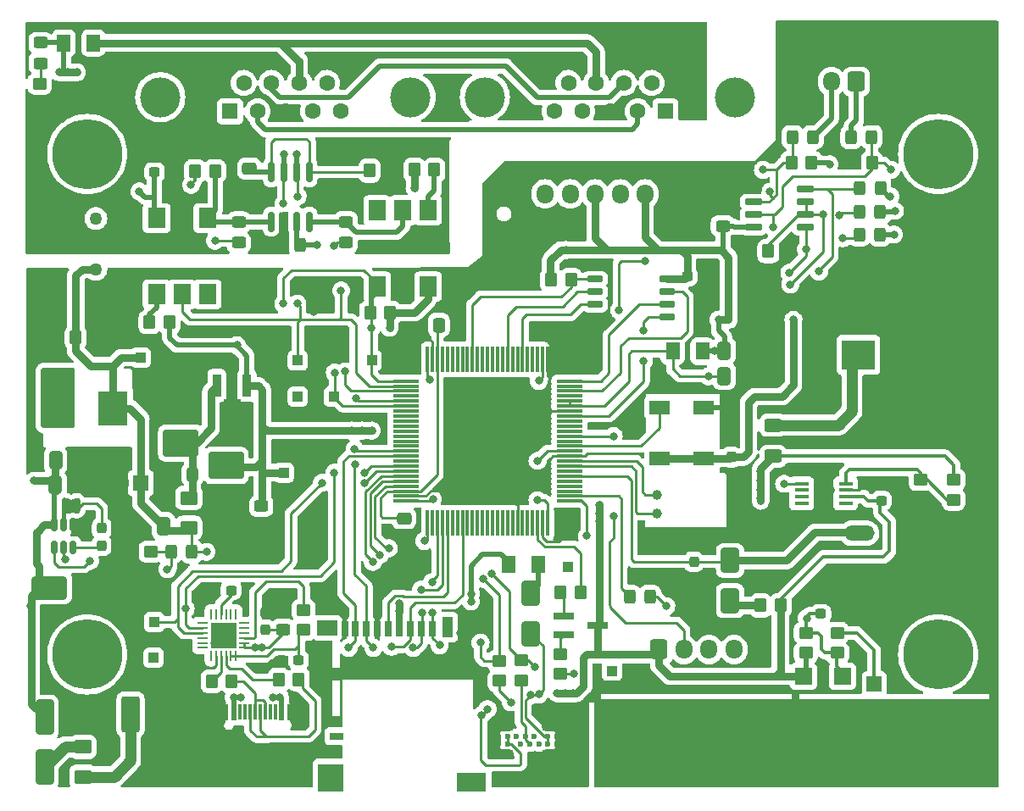
<source format=gbr>
%TF.GenerationSoftware,KiCad,Pcbnew,(7.0.0)*%
%TF.CreationDate,2025-01-08T17:10:47+03:30*%
%TF.ProjectId,logger,6c6f6767-6572-42e6-9b69-6361645f7063,rev?*%
%TF.SameCoordinates,Original*%
%TF.FileFunction,Copper,L1,Top*%
%TF.FilePolarity,Positive*%
%FSLAX46Y46*%
G04 Gerber Fmt 4.6, Leading zero omitted, Abs format (unit mm)*
G04 Created by KiCad (PCBNEW (7.0.0)) date 2025-01-08 17:10:47*
%MOMM*%
%LPD*%
G01*
G04 APERTURE LIST*
G04 Aperture macros list*
%AMRoundRect*
0 Rectangle with rounded corners*
0 $1 Rounding radius*
0 $2 $3 $4 $5 $6 $7 $8 $9 X,Y pos of 4 corners*
0 Add a 4 corners polygon primitive as box body*
4,1,4,$2,$3,$4,$5,$6,$7,$8,$9,$2,$3,0*
0 Add four circle primitives for the rounded corners*
1,1,$1+$1,$2,$3*
1,1,$1+$1,$4,$5*
1,1,$1+$1,$6,$7*
1,1,$1+$1,$8,$9*
0 Add four rect primitives between the rounded corners*
20,1,$1+$1,$2,$3,$4,$5,0*
20,1,$1+$1,$4,$5,$6,$7,0*
20,1,$1+$1,$6,$7,$8,$9,0*
20,1,$1+$1,$8,$9,$2,$3,0*%
%AMFreePoly0*
4,1,9,5.362500,-0.866500,1.237500,-0.866500,1.237500,-0.450000,-1.237500,-0.450000,-1.237500,0.450000,1.237500,0.450000,1.237500,0.866500,5.362500,0.866500,5.362500,-0.866500,5.362500,-0.866500,$1*%
G04 Aperture macros list end*
%TA.AperFunction,ComponentPad*%
%ADD10R,2.000000X3.000000*%
%TD*%
%TA.AperFunction,ComponentPad*%
%ADD11RoundRect,0.500000X-0.500000X-1.000000X0.500000X-1.000000X0.500000X1.000000X-0.500000X1.000000X0*%
%TD*%
%TA.AperFunction,ComponentPad*%
%ADD12R,1.600000X1.600000*%
%TD*%
%TA.AperFunction,ComponentPad*%
%ADD13C,1.600000*%
%TD*%
%TA.AperFunction,ComponentPad*%
%ADD14R,1.000000X1.000000*%
%TD*%
%TA.AperFunction,SMDPad,CuDef*%
%ADD15RoundRect,0.250000X0.350000X0.450000X-0.350000X0.450000X-0.350000X-0.450000X0.350000X-0.450000X0*%
%TD*%
%TA.AperFunction,SMDPad,CuDef*%
%ADD16R,2.000000X0.700000*%
%TD*%
%TA.AperFunction,SMDPad,CuDef*%
%ADD17RoundRect,0.250000X-0.350000X-0.450000X0.350000X-0.450000X0.350000X0.450000X-0.350000X0.450000X0*%
%TD*%
%TA.AperFunction,SMDPad,CuDef*%
%ADD18RoundRect,0.250000X-1.500000X-0.900000X1.500000X-0.900000X1.500000X0.900000X-1.500000X0.900000X0*%
%TD*%
%TA.AperFunction,SMDPad,CuDef*%
%ADD19RoundRect,0.250000X-0.337500X-0.475000X0.337500X-0.475000X0.337500X0.475000X-0.337500X0.475000X0*%
%TD*%
%TA.AperFunction,SMDPad,CuDef*%
%ADD20RoundRect,0.237500X-0.300000X-0.237500X0.300000X-0.237500X0.300000X0.237500X-0.300000X0.237500X0*%
%TD*%
%TA.AperFunction,ComponentPad*%
%ADD21C,0.800000*%
%TD*%
%TA.AperFunction,ComponentPad*%
%ADD22C,7.000000*%
%TD*%
%TA.AperFunction,SMDPad,CuDef*%
%ADD23R,1.780000X2.000000*%
%TD*%
%TA.AperFunction,SMDPad,CuDef*%
%ADD24RoundRect,0.150000X0.150000X-0.825000X0.150000X0.825000X-0.150000X0.825000X-0.150000X-0.825000X0*%
%TD*%
%TA.AperFunction,SMDPad,CuDef*%
%ADD25RoundRect,0.250000X-0.450000X0.325000X-0.450000X-0.325000X0.450000X-0.325000X0.450000X0.325000X0*%
%TD*%
%TA.AperFunction,SMDPad,CuDef*%
%ADD26R,0.600000X1.600000*%
%TD*%
%TA.AperFunction,SMDPad,CuDef*%
%ADD27R,0.300000X1.600000*%
%TD*%
%TA.AperFunction,SMDPad,CuDef*%
%ADD28R,0.600000X1.240000*%
%TD*%
%TA.AperFunction,ComponentPad*%
%ADD29O,1.000000X2.100000*%
%TD*%
%TA.AperFunction,ComponentPad*%
%ADD30O,1.000000X1.800000*%
%TD*%
%TA.AperFunction,SMDPad,CuDef*%
%ADD31RoundRect,0.237500X-0.237500X0.300000X-0.237500X-0.300000X0.237500X-0.300000X0.237500X0.300000X0*%
%TD*%
%TA.AperFunction,SMDPad,CuDef*%
%ADD32RoundRect,0.250000X0.650000X-1.000000X0.650000X1.000000X-0.650000X1.000000X-0.650000X-1.000000X0*%
%TD*%
%TA.AperFunction,SMDPad,CuDef*%
%ADD33RoundRect,0.250000X-0.412500X-0.650000X0.412500X-0.650000X0.412500X0.650000X-0.412500X0.650000X0*%
%TD*%
%TA.AperFunction,ComponentPad*%
%ADD34C,0.600000*%
%TD*%
%TA.AperFunction,ComponentPad*%
%ADD35O,2.100000X1.100000*%
%TD*%
%TA.AperFunction,SMDPad,CuDef*%
%ADD36RoundRect,0.250001X0.624999X-0.462499X0.624999X0.462499X-0.624999X0.462499X-0.624999X-0.462499X0*%
%TD*%
%TA.AperFunction,SMDPad,CuDef*%
%ADD37RoundRect,0.250000X-0.325000X-0.450000X0.325000X-0.450000X0.325000X0.450000X-0.325000X0.450000X0*%
%TD*%
%TA.AperFunction,ComponentPad*%
%ADD38R,1.270000X1.270000*%
%TD*%
%TA.AperFunction,ComponentPad*%
%ADD39C,1.270000*%
%TD*%
%TA.AperFunction,SMDPad,CuDef*%
%ADD40RoundRect,0.250000X-0.450000X0.350000X-0.450000X-0.350000X0.450000X-0.350000X0.450000X0.350000X0*%
%TD*%
%TA.AperFunction,SMDPad,CuDef*%
%ADD41RoundRect,0.062500X0.062500X-0.487500X0.062500X0.487500X-0.062500X0.487500X-0.062500X-0.487500X0*%
%TD*%
%TA.AperFunction,SMDPad,CuDef*%
%ADD42RoundRect,0.062500X0.487500X-0.062500X0.487500X0.062500X-0.487500X0.062500X-0.487500X-0.062500X0*%
%TD*%
%TA.AperFunction,SMDPad,CuDef*%
%ADD43R,2.600000X2.600000*%
%TD*%
%TA.AperFunction,SMDPad,CuDef*%
%ADD44R,0.900000X2.300000*%
%TD*%
%TA.AperFunction,SMDPad,CuDef*%
%ADD45FreePoly0,270.000000*%
%TD*%
%TA.AperFunction,SMDPad,CuDef*%
%ADD46RoundRect,0.250001X-0.462499X-0.624999X0.462499X-0.624999X0.462499X0.624999X-0.462499X0.624999X0*%
%TD*%
%TA.AperFunction,SMDPad,CuDef*%
%ADD47R,1.700000X1.700000*%
%TD*%
%TA.AperFunction,SMDPad,CuDef*%
%ADD48RoundRect,0.075000X1.225000X0.075000X-1.225000X0.075000X-1.225000X-0.075000X1.225000X-0.075000X0*%
%TD*%
%TA.AperFunction,SMDPad,CuDef*%
%ADD49RoundRect,0.075000X0.075000X1.225000X-0.075000X1.225000X-0.075000X-1.225000X0.075000X-1.225000X0*%
%TD*%
%TA.AperFunction,SMDPad,CuDef*%
%ADD50RoundRect,0.250000X0.475000X-0.337500X0.475000X0.337500X-0.475000X0.337500X-0.475000X-0.337500X0*%
%TD*%
%TA.AperFunction,ComponentPad*%
%ADD51RoundRect,0.250000X-0.600000X-0.725000X0.600000X-0.725000X0.600000X0.725000X-0.600000X0.725000X0*%
%TD*%
%TA.AperFunction,ComponentPad*%
%ADD52O,1.700000X1.950000*%
%TD*%
%TA.AperFunction,ComponentPad*%
%ADD53C,1.000000*%
%TD*%
%TA.AperFunction,SMDPad,CuDef*%
%ADD54RoundRect,0.250000X0.625000X-0.400000X0.625000X0.400000X-0.625000X0.400000X-0.625000X-0.400000X0*%
%TD*%
%TA.AperFunction,SMDPad,CuDef*%
%ADD55R,0.700000X1.600000*%
%TD*%
%TA.AperFunction,SMDPad,CuDef*%
%ADD56R,1.350000X0.800000*%
%TD*%
%TA.AperFunction,SMDPad,CuDef*%
%ADD57R,2.000000X1.500000*%
%TD*%
%TA.AperFunction,SMDPad,CuDef*%
%ADD58R,2.500000X2.800000*%
%TD*%
%TA.AperFunction,SMDPad,CuDef*%
%ADD59R,1.000000X2.000000*%
%TD*%
%TA.AperFunction,SMDPad,CuDef*%
%ADD60R,3.000000X1.900000*%
%TD*%
%TA.AperFunction,SMDPad,CuDef*%
%ADD61R,3.000000X3.500000*%
%TD*%
%TA.AperFunction,SMDPad,CuDef*%
%ADD62RoundRect,0.150000X-0.650000X-0.150000X0.650000X-0.150000X0.650000X0.150000X-0.650000X0.150000X0*%
%TD*%
%TA.AperFunction,SMDPad,CuDef*%
%ADD63R,1.450000X0.450000*%
%TD*%
%TA.AperFunction,SMDPad,CuDef*%
%ADD64RoundRect,0.250000X0.412500X0.650000X-0.412500X0.650000X-0.412500X-0.650000X0.412500X-0.650000X0*%
%TD*%
%TA.AperFunction,SMDPad,CuDef*%
%ADD65RoundRect,0.250000X-0.650000X1.500000X-0.650000X-1.500000X0.650000X-1.500000X0.650000X1.500000X0*%
%TD*%
%TA.AperFunction,ComponentPad*%
%ADD66C,4.000000*%
%TD*%
%TA.AperFunction,SMDPad,CuDef*%
%ADD67RoundRect,0.250000X0.450000X-0.325000X0.450000X0.325000X-0.450000X0.325000X-0.450000X-0.325000X0*%
%TD*%
%TA.AperFunction,SMDPad,CuDef*%
%ADD68RoundRect,0.150000X-0.150000X0.512500X-0.150000X-0.512500X0.150000X-0.512500X0.150000X0.512500X0*%
%TD*%
%TA.AperFunction,SMDPad,CuDef*%
%ADD69RoundRect,0.250000X-0.650000X1.000000X-0.650000X-1.000000X0.650000X-1.000000X0.650000X1.000000X0*%
%TD*%
%TA.AperFunction,SMDPad,CuDef*%
%ADD70RoundRect,0.250000X0.325000X0.450000X-0.325000X0.450000X-0.325000X-0.450000X0.325000X-0.450000X0*%
%TD*%
%TA.AperFunction,ComponentPad*%
%ADD71RoundRect,0.250000X-0.650000X-1.550000X0.650000X-1.550000X0.650000X1.550000X-0.650000X1.550000X0*%
%TD*%
%TA.AperFunction,ComponentPad*%
%ADD72O,1.800000X3.600000*%
%TD*%
%TA.AperFunction,ComponentPad*%
%ADD73RoundRect,0.250000X0.600000X0.725000X-0.600000X0.725000X-0.600000X-0.725000X0.600000X-0.725000X0*%
%TD*%
%TA.AperFunction,SMDPad,CuDef*%
%ADD74RoundRect,0.250000X0.450000X-0.350000X0.450000X0.350000X-0.450000X0.350000X-0.450000X-0.350000X0*%
%TD*%
%TA.AperFunction,SMDPad,CuDef*%
%ADD75RoundRect,0.250000X1.500000X-1.112500X1.500000X1.112500X-1.500000X1.112500X-1.500000X-1.112500X0*%
%TD*%
%TA.AperFunction,SMDPad,CuDef*%
%ADD76RoundRect,0.250001X0.462499X0.624999X-0.462499X0.624999X-0.462499X-0.624999X0.462499X-0.624999X0*%
%TD*%
%TA.AperFunction,SMDPad,CuDef*%
%ADD77RoundRect,0.250000X0.337500X0.475000X-0.337500X0.475000X-0.337500X-0.475000X0.337500X-0.475000X0*%
%TD*%
%TA.AperFunction,SMDPad,CuDef*%
%ADD78R,2.000000X1.400000*%
%TD*%
%TA.AperFunction,SMDPad,CuDef*%
%ADD79RoundRect,0.250000X-0.475000X0.337500X-0.475000X-0.337500X0.475000X-0.337500X0.475000X0.337500X0*%
%TD*%
%TA.AperFunction,SMDPad,CuDef*%
%ADD80R,1.500000X1.500000*%
%TD*%
%TA.AperFunction,SMDPad,CuDef*%
%ADD81RoundRect,0.237500X0.237500X-0.300000X0.237500X0.300000X-0.237500X0.300000X-0.237500X-0.300000X0*%
%TD*%
%TA.AperFunction,SMDPad,CuDef*%
%ADD82RoundRect,0.150000X0.725000X0.150000X-0.725000X0.150000X-0.725000X-0.150000X0.725000X-0.150000X0*%
%TD*%
%TA.AperFunction,SMDPad,CuDef*%
%ADD83RoundRect,0.250000X-1.500000X1.112500X-1.500000X-1.112500X1.500000X-1.112500X1.500000X1.112500X0*%
%TD*%
%TA.AperFunction,ComponentPad*%
%ADD84O,3.000000X1.524000*%
%TD*%
%TA.AperFunction,ViaPad*%
%ADD85C,0.800000*%
%TD*%
%TA.AperFunction,ViaPad*%
%ADD86C,2.800000*%
%TD*%
%TA.AperFunction,ViaPad*%
%ADD87C,0.750000*%
%TD*%
%TA.AperFunction,Conductor*%
%ADD88C,1.100000*%
%TD*%
%TA.AperFunction,Conductor*%
%ADD89C,0.250000*%
%TD*%
%TA.AperFunction,Conductor*%
%ADD90C,0.500000*%
%TD*%
%TA.AperFunction,Conductor*%
%ADD91C,0.750000*%
%TD*%
%TA.AperFunction,Conductor*%
%ADD92C,0.350000*%
%TD*%
%TA.AperFunction,Conductor*%
%ADD93C,0.700000*%
%TD*%
%TA.AperFunction,Conductor*%
%ADD94C,0.450000*%
%TD*%
G04 APERTURE END LIST*
D10*
%TO.P,C48,1*%
%TO.N,Net-(C48-Pad1)*%
X259124999Y-76514999D03*
X260434999Y-76514999D03*
D11*
%TO.P,C48,2*%
%TO.N,GND*%
X265435000Y-76515000D03*
X266745000Y-76515000D03*
%TD*%
D12*
%TO.P,C41,1*%
%TO.N,+5V*%
X188099999Y-89324999D03*
D13*
%TO.P,C41,2*%
%TO.N,GND*%
X186100000Y-89325000D03*
%TD*%
D14*
%TO.P,TP2,1,1*%
%TO.N,+3.3V*%
X202374999Y-88274999D03*
%TD*%
D15*
%TO.P,R1,1*%
%TO.N,+3.3V*%
X252005000Y-101545000D03*
%TO.P,R1,2*%
%TO.N,Net-(D1-A)*%
X250005000Y-101545000D03*
%TD*%
D16*
%TO.P,Q1,1,B*%
%TO.N,Net-(Q1-B)*%
X230324999Y-102574999D03*
%TO.P,Q1,2,E*%
%TO.N,Net-(Q1-E)*%
X230324999Y-104474999D03*
%TO.P,Q1,3,C*%
%TO.N,+3.3V*%
X233724999Y-103524999D03*
%TD*%
D17*
%TO.P,R5,1*%
%TO.N,+3.3V*%
X229087500Y-69020000D03*
%TO.P,R5,2*%
%TO.N,FLASH_CS*%
X231087500Y-69020000D03*
%TD*%
D18*
%TO.P,D3,1,A1*%
%TO.N,Net-(D19-K)*%
X178965000Y-99775000D03*
%TO.P,D3,2,A2*%
%TO.N,GND*%
X184365000Y-99775000D03*
%TD*%
D17*
%TO.P,R21,1*%
%TO.N,485DE*%
X250775000Y-66150000D03*
%TO.P,R21,2*%
%TO.N,GND*%
X252775000Y-66150000D03*
%TD*%
D19*
%TO.P,C11,1*%
%TO.N,/VCAP*%
X217862500Y-73525000D03*
%TO.P,C11,2*%
%TO.N,GND*%
X219937500Y-73525000D03*
%TD*%
D20*
%TO.P,C17,1*%
%TO.N,/RST*%
X256012500Y-102375000D03*
%TO.P,C17,2*%
%TO.N,GND*%
X257737500Y-102375000D03*
%TD*%
D21*
%TO.P,H1,1*%
%TO.N,N/C*%
X265115000Y-56440000D03*
X265883845Y-54583845D03*
X265883845Y-58296155D03*
X267740000Y-53815000D03*
D22*
X267740000Y-56440000D03*
D21*
X267740000Y-59065000D03*
X269596155Y-54583845D03*
X269596155Y-58296155D03*
X270365000Y-56440000D03*
%TD*%
%TO.P,H2,1*%
%TO.N,N/C*%
X265115000Y-106440000D03*
X265883845Y-104583845D03*
X265883845Y-108296155D03*
X267740000Y-103815000D03*
D22*
X267740000Y-106440000D03*
D21*
X267740000Y-109065000D03*
X269596155Y-104583845D03*
X269596155Y-108296155D03*
X270365000Y-106440000D03*
%TD*%
D23*
%TO.P,U15,1*%
%TO.N,Net-(R47-Pad1)*%
X216789999Y-62064999D03*
%TO.P,U15,2*%
%TO.N,Net-(D8-K)*%
X214249999Y-62064999D03*
%TO.P,U15,3*%
%TO.N,unconnected-(U15-Pad3)*%
X211709999Y-62064999D03*
%TO.P,U15,4*%
%TO.N,CAN_RX*%
X211709999Y-69684999D03*
%TO.P,U15,5*%
%TO.N,GND*%
X214249999Y-69684999D03*
%TO.P,U15,6*%
%TO.N,+3.3V*%
X216789999Y-69684999D03*
%TD*%
D24*
%TO.P,U5,1,TXD*%
%TO.N,Net-(D7-K)*%
X201120000Y-63200000D03*
%TO.P,U5,2,VSS*%
%TO.N,GND2*%
X202390000Y-63200000D03*
%TO.P,U5,3,VDD*%
%TO.N,+5F*%
X203660000Y-63200000D03*
%TO.P,U5,4,RXD*%
%TO.N,Net-(D8-K)*%
X204930000Y-63200000D03*
%TO.P,U5,5,Vref*%
%TO.N,Net-(U5-Rs)*%
X204930000Y-58250000D03*
%TO.P,U5,6,CANL*%
%TO.N,/CANL*%
X203660000Y-58250000D03*
%TO.P,U5,7,CANH*%
%TO.N,/CANH*%
X202390000Y-58250000D03*
%TO.P,U5,8,Rs*%
%TO.N,Net-(U5-Rs)*%
X201120000Y-58250000D03*
%TD*%
D25*
%TO.P,D7,1,K*%
%TO.N,Net-(D7-K)*%
X197885000Y-63250000D03*
%TO.P,D7,2,A*%
%TO.N,Net-(D7-A)*%
X197885000Y-65300000D03*
%TD*%
D23*
%TO.P,U8,1*%
%TO.N,Net-(R44-Pad2)*%
X189684999Y-70469999D03*
%TO.P,U8,2*%
%TO.N,CAN_TX*%
X192224999Y-70469999D03*
%TO.P,U8,3*%
%TO.N,unconnected-(U8-Pad3)*%
X194764999Y-70469999D03*
%TO.P,U8,4*%
%TO.N,Net-(D7-K)*%
X194764999Y-62849999D03*
%TO.P,U8,5*%
%TO.N,GND2*%
X192224999Y-62849999D03*
%TO.P,U8,6*%
%TO.N,+5F*%
X189684999Y-62849999D03*
%TD*%
D26*
%TO.P,J6,A1,GND*%
%TO.N,GND*%
X196579999Y-112209999D03*
%TO.P,J6,A4,VBUS*%
%TO.N,Net-(D18-A)*%
X197379999Y-112209999D03*
D27*
%TO.P,J6,A5,CC1*%
%TO.N,unconnected-(J6-CC1-PadA5)*%
X198529999Y-112209999D03*
%TO.P,J6,A6,D+*%
%TO.N,Net-(J6-D+-PadA6)*%
X199529999Y-112209999D03*
%TO.P,J6,A7,D-*%
%TO.N,Net-(J6-D--PadA7)*%
X200029999Y-112209999D03*
%TO.P,J6,A8,SBU1*%
%TO.N,unconnected-(J6-SBU1-PadA8)*%
X201029999Y-112209999D03*
D26*
%TO.P,J6,A9,VBUS*%
%TO.N,Net-(D18-A)*%
X202179999Y-112209999D03*
%TO.P,J6,A12,GND*%
%TO.N,GND*%
X202979999Y-112209999D03*
D28*
%TO.P,J6,B1,GND*%
X202979999Y-112389999D03*
%TO.P,J6,B4,VBUS*%
%TO.N,Net-(D18-A)*%
X202179999Y-112389999D03*
D27*
%TO.P,J6,B5,CC2*%
%TO.N,unconnected-(J6-CC2-PadB5)*%
X201529999Y-112209999D03*
%TO.P,J6,B6,D+*%
%TO.N,Net-(J6-D+-PadA6)*%
X200529999Y-112209999D03*
%TO.P,J6,B7,D-*%
%TO.N,Net-(J6-D--PadA7)*%
X199029999Y-112209999D03*
%TO.P,J6,B8,SBU2*%
%TO.N,unconnected-(J6-SBU2-PadB8)*%
X198029999Y-112209999D03*
D28*
%TO.P,J6,B9,VBUS*%
%TO.N,Net-(D18-A)*%
X197379999Y-112389999D03*
%TO.P,J6,B12,GND*%
%TO.N,GND*%
X196579999Y-112389999D03*
D29*
%TO.P,J6,S1,SHIELD*%
X195459999Y-112989999D03*
D30*
X195459999Y-117189999D03*
D29*
X204099999Y-112989999D03*
D30*
X204099999Y-117189999D03*
%TD*%
D31*
%TO.P,C38,1*%
%TO.N,+BATT*%
X243335000Y-97182500D03*
%TO.P,C38,2*%
%TO.N,GND*%
X243335000Y-98907500D03*
%TD*%
D32*
%TO.P,D15,1,K*%
%TO.N,/vcc-usb*%
X227025000Y-104350000D03*
%TO.P,D15,2,A*%
%TO.N,Net-(D15-A)*%
X227025000Y-100350000D03*
%TD*%
D17*
%TO.P,R22,1*%
%TO.N,Net-(D11-A1)*%
X253075000Y-57350000D03*
%TO.P,R22,2*%
%TO.N,+3.3V*%
X255075000Y-57350000D03*
%TD*%
D21*
%TO.P,H4,1*%
%TO.N,N/C*%
X180115000Y-106440000D03*
X180883845Y-104583845D03*
X180883845Y-108296155D03*
X182740000Y-103815000D03*
D22*
X182740000Y-106440000D03*
D21*
X182740000Y-109065000D03*
X184596155Y-104583845D03*
X184596155Y-108296155D03*
X185365000Y-106440000D03*
%TD*%
D33*
%TO.P,C6,1*%
%TO.N,+3.3V*%
X246342500Y-76085000D03*
%TO.P,C6,2*%
%TO.N,GND*%
X249467500Y-76085000D03*
%TD*%
D34*
%TO.P,J9,A1,GND*%
%TO.N,GND*%
X223810000Y-114633814D03*
%TO.P,J9,A4,VBUS*%
%TO.N,/vcc-usb*%
X224710000Y-114633814D03*
%TO.P,J9,A5,CC*%
%TO.N,Net-(J9-CC)*%
X225610000Y-114633814D03*
%TO.P,J9,A6,D+*%
%TO.N,Net-(J9-D+-PadA6)*%
X226510000Y-114633814D03*
%TO.P,J9,A7,D-*%
%TO.N,Net-(J9-D--PadA7)*%
X227410000Y-114633814D03*
%TO.P,J9,A9,VBUS*%
%TO.N,/vcc-usb*%
X228760000Y-114633814D03*
%TO.P,J9,A12,GND*%
%TO.N,GND*%
X229660000Y-114633814D03*
%TO.P,J9,B1,GND*%
X229660000Y-115386186D03*
%TO.P,J9,B4,VBUS*%
%TO.N,/vcc-usb*%
X228760000Y-115386186D03*
%TO.P,J9,B5,VCONN*%
%TO.N,Net-(J9-CC)*%
X227860000Y-115386186D03*
%TO.P,J9,B6,D+*%
%TO.N,Net-(J9-D+-PadA6)*%
X226960000Y-115386186D03*
%TO.P,J9,B7,D-*%
%TO.N,Net-(J9-D--PadA7)*%
X226060000Y-115386186D03*
%TO.P,J9,B9,VBUS*%
%TO.N,/vcc-usb*%
X224710000Y-115386186D03*
%TO.P,J9,B12,GND*%
%TO.N,GND*%
X223810000Y-115386186D03*
D35*
%TO.P,J9,S1,SHIELD*%
X229159999Y-116439999D03*
X229159999Y-113579999D03*
X224359999Y-116439999D03*
X224359999Y-113579999D03*
%TD*%
D20*
%TO.P,C33,1*%
%TO.N,GND*%
X195387500Y-100025000D03*
%TO.P,C33,2*%
%TO.N,Net-(U1-VPP)*%
X197112500Y-100025000D03*
%TD*%
D36*
%TO.P,J4,1*%
%TO.N,+24V*%
X182315000Y-118652500D03*
%TO.P,J4,2*%
%TO.N,Net-(D19-A)*%
X182315000Y-115677500D03*
%TD*%
D37*
%TO.P,D14,1,K*%
%TO.N,485TX*%
X259925000Y-59850000D03*
%TO.P,D14,2,A*%
%TO.N,Net-(D14-A)*%
X261975000Y-59850000D03*
%TD*%
D38*
%TO.P,U9,1,-VIN(GND)*%
%TO.N,GND*%
X183604999Y-70504999D03*
D39*
%TO.P,U9,2,+VIN(VCC)*%
%TO.N,+5V*%
X183605000Y-67965000D03*
%TO.P,U9,3,-VOUT*%
%TO.N,GND2*%
X183605000Y-65425000D03*
%TO.P,U9,4,+VOUT*%
%TO.N,+5F*%
X183605000Y-62885000D03*
%TD*%
D40*
%TO.P,R27,1*%
%TO.N,Net-(Q1-E)*%
X230000000Y-106400000D03*
%TO.P,R27,2*%
%TO.N,USB_D+*%
X230000000Y-108400000D03*
%TD*%
D41*
%TO.P,U1,1,~{RI}*%
%TO.N,unconnected-(U1-~{RI}-Pad1)*%
X195100000Y-106600000D03*
%TO.P,U1,2,GND*%
%TO.N,GND*%
X195600000Y-106600000D03*
%TO.P,U1,3,D+*%
%TO.N,Net-(U1-D+)*%
X196100000Y-106600000D03*
%TO.P,U1,4,D-*%
%TO.N,Net-(U1-D-)*%
X196600000Y-106600000D03*
%TO.P,U1,5,VIO*%
%TO.N,Net-(U1-VDD)*%
X197100000Y-106600000D03*
%TO.P,U1,6,VDD*%
X197600000Y-106600000D03*
D42*
%TO.P,U1,7,REGIN*%
%TO.N,Net-(D18-K)*%
X198425000Y-105775000D03*
%TO.P,U1,8,VBUS*%
X198425000Y-105275000D03*
%TO.P,U1,9,~{RST}*%
%TO.N,Net-(U1-~{RST})*%
X198425000Y-104775000D03*
%TO.P,U1,10,NC*%
%TO.N,unconnected-(U1-NC-Pad10)*%
X198425000Y-104275000D03*
%TO.P,U1,11,GPIO.3*%
%TO.N,unconnected-(U1-GPIO.3-Pad11)*%
X198425000Y-103775000D03*
%TO.P,U1,12,RS485/GPIO.2*%
%TO.N,unconnected-(U1-RS485{slash}GPIO.2-Pad12)*%
X198425000Y-103275000D03*
D41*
%TO.P,U1,13,RXT/GPIO.1*%
%TO.N,unconnected-(U1-RXT{slash}GPIO.1-Pad13)*%
X197600000Y-102450000D03*
%TO.P,U1,14,TXT/GPIO.0*%
%TO.N,unconnected-(U1-TXT{slash}GPIO.0-Pad14)*%
X197100000Y-102450000D03*
%TO.P,U1,15,~{SUSPEND}*%
%TO.N,unconnected-(U1-~{SUSPEND}-Pad15)*%
X196600000Y-102450000D03*
%TO.P,U1,16,VPP*%
%TO.N,Net-(U1-VPP)*%
X196100000Y-102450000D03*
%TO.P,U1,17,SUSPEND*%
%TO.N,unconnected-(U1-SUSPEND-Pad17)*%
X195600000Y-102450000D03*
%TO.P,U1,18,~{CTS}*%
%TO.N,unconnected-(U1-~{CTS}-Pad18)*%
X195100000Y-102450000D03*
D42*
%TO.P,U1,19,~{RTS}*%
%TO.N,unconnected-(U1-~{RTS}-Pad19)*%
X194275000Y-103275000D03*
%TO.P,U1,20,RXD*%
%TO.N,uart1-TX*%
X194275000Y-103775000D03*
%TO.P,U1,21,TXD*%
%TO.N,uart1-RX*%
X194275000Y-104275000D03*
%TO.P,U1,22,~{DSR}*%
%TO.N,unconnected-(U1-~{DSR}-Pad22)*%
X194275000Y-104775000D03*
%TO.P,U1,23,~{DTR}*%
%TO.N,unconnected-(U1-~{DTR}-Pad23)*%
X194275000Y-105275000D03*
%TO.P,U1,24,~{DCD}*%
%TO.N,unconnected-(U1-~{DCD}-Pad24)*%
X194275000Y-105775000D03*
D43*
%TO.P,U1,25,GND*%
%TO.N,GND*%
X196349999Y-104524999D03*
%TD*%
D37*
%TO.P,D12,1,K*%
%TO.N,485RX*%
X259870000Y-64485000D03*
%TO.P,D12,2,A*%
%TO.N,Net-(D12-A)*%
X261920000Y-64485000D03*
%TD*%
D44*
%TO.P,U10,1,OUT*%
%TO.N,+3.3V*%
X198699999Y-79574999D03*
D45*
%TO.P,U10,2,GND*%
%TO.N,GND*%
X197200000Y-79662500D03*
D44*
%TO.P,U10,3,IN*%
%TO.N,Net-(U10-IN)*%
X195699999Y-79574999D03*
%TD*%
D46*
%TO.P,F1,1*%
%TO.N,+5F*%
X180387500Y-45350000D03*
%TO.P,F1,2*%
%TO.N,Net-(F1-Pad2)*%
X183362500Y-45350000D03*
%TD*%
D47*
%TO.P,D2,1,K*%
%TO.N,+3.3V*%
X254274999Y-108614999D03*
%TO.P,D2,2,A*%
%TO.N,/RST*%
X258174999Y-108614999D03*
%TD*%
D37*
%TO.P,D13,1,K*%
%TO.N,485DE*%
X259900000Y-62220000D03*
%TO.P,D13,2,A*%
%TO.N,Net-(D13-A)*%
X261950000Y-62220000D03*
%TD*%
D48*
%TO.P,U3,1,PE2*%
%TO.N,/voltageLow*%
X230900000Y-91125000D03*
%TO.P,U3,2,PE3*%
%TO.N,/LED2*%
X230900000Y-90625000D03*
%TO.P,U3,3,PE4*%
%TO.N,unconnected-(U3-PE4-Pad3)*%
X230900000Y-90125000D03*
%TO.P,U3,4,PE5*%
%TO.N,unconnected-(U3-PE5-Pad4)*%
X230900000Y-89625000D03*
%TO.P,U3,5,PE6*%
%TO.N,unconnected-(U3-PE6-Pad5)*%
X230900000Y-89125000D03*
%TO.P,U3,6,VBAT*%
%TO.N,+BATT*%
X230900000Y-88625000D03*
%TO.P,U3,7,PC13*%
%TO.N,unconnected-(U3-PC13-Pad7)*%
X230900000Y-88125000D03*
%TO.P,U3,8,PC14-OSC32_ON*%
%TO.N,/OS_32K_IN*%
X230900000Y-87625000D03*
%TO.P,U3,9,PC15-OSC32_OUT*%
%TO.N,/OS_32K_OUT*%
X230900000Y-87125000D03*
%TO.P,U3,10,VSS*%
%TO.N,GND*%
X230900000Y-86625000D03*
%TO.P,U3,11,VDD*%
%TO.N,+3.3V*%
X230900000Y-86125000D03*
%TO.P,U3,12,PH0-OSC_IN*%
%TO.N,/OS_IN*%
X230900000Y-85625000D03*
%TO.P,U3,13,PH1-OSC_OUT*%
%TO.N,unconnected-(U3-PH1-OSC_OUT-Pad13)*%
X230900000Y-85125000D03*
%TO.P,U3,14,~{RST}*%
%TO.N,/RST*%
X230900000Y-84625000D03*
%TO.P,U3,15,PC0*%
%TO.N,unconnected-(U3-PC0-Pad15)*%
X230900000Y-84125000D03*
%TO.P,U3,16,PC1*%
%TO.N,unconnected-(U3-PC1-Pad16)*%
X230900000Y-83625000D03*
%TO.P,U3,17,PC2_C*%
%TO.N,unconnected-(U3-PC2_C-Pad17)*%
X230900000Y-83125000D03*
%TO.P,U3,18,PC3_C*%
%TO.N,FLASH_IO0*%
X230900000Y-82625000D03*
%TO.P,U3,19,VSSA*%
%TO.N,GND*%
X230900000Y-82125000D03*
%TO.P,U3,20,VREF+*%
%TO.N,VDDA*%
X230900000Y-81625000D03*
%TO.P,U3,21,VDDA*%
X230900000Y-81125000D03*
%TO.P,U3,22,PA0*%
%TO.N,unconnected-(U3-PA0-Pad22)*%
X230900000Y-80625000D03*
%TO.P,U3,23,PA1*%
%TO.N,FLASH_IO3*%
X230900000Y-80125000D03*
%TO.P,U3,24,PA2*%
%TO.N,unconnected-(U3-PA2-Pad24)*%
X230900000Y-79625000D03*
%TO.P,U3,25,PA3*%
%TO.N,FLASH_CLK*%
X230900000Y-79125000D03*
D49*
%TO.P,U3,26,VSS*%
%TO.N,GND*%
X228725000Y-76950000D03*
%TO.P,U3,27,VDD*%
%TO.N,+3.3V*%
X228225000Y-76950000D03*
%TO.P,U3,28,PA4*%
%TO.N,unconnected-(U3-PA4-Pad28)*%
X227725000Y-76950000D03*
%TO.P,U3,29,PA5*%
%TO.N,unconnected-(U3-PA5-Pad29)*%
X227225000Y-76950000D03*
%TO.P,U3,30,PA6*%
%TO.N,unconnected-(U3-PA6-Pad30)*%
X226725000Y-76950000D03*
%TO.P,U3,31,PA7*%
%TO.N,FLASH_IO2*%
X226225000Y-76950000D03*
%TO.P,U3,32,PC4*%
%TO.N,unconnected-(U3-PC4-Pad32)*%
X225725000Y-76950000D03*
%TO.P,U3,33,PC5*%
%TO.N,unconnected-(U3-PC5-Pad33)*%
X225225000Y-76950000D03*
%TO.P,U3,34,PB0*%
%TO.N,FLASH_IO1*%
X224725000Y-76950000D03*
%TO.P,U3,35,PB1*%
%TO.N,unconnected-(U3-PB1-Pad35)*%
X224225000Y-76950000D03*
%TO.P,U3,36,PB2*%
%TO.N,unconnected-(U3-PB2-Pad36)*%
X223725000Y-76950000D03*
%TO.P,U3,37,PE7*%
%TO.N,unconnected-(U3-PE7-Pad37)*%
X223225000Y-76950000D03*
%TO.P,U3,38,PE8*%
%TO.N,unconnected-(U3-PE8-Pad38)*%
X222725000Y-76950000D03*
%TO.P,U3,39,PE9*%
%TO.N,unconnected-(U3-PE9-Pad39)*%
X222225000Y-76950000D03*
%TO.P,U3,40,PE10*%
%TO.N,unconnected-(U3-PE10-Pad40)*%
X221725000Y-76950000D03*
%TO.P,U3,41,PE11*%
%TO.N,FLASH_CS*%
X221225000Y-76950000D03*
%TO.P,U3,42,PE12*%
%TO.N,unconnected-(U3-PE12-Pad42)*%
X220725000Y-76950000D03*
%TO.P,U3,43,PE13*%
%TO.N,unconnected-(U3-PE13-Pad43)*%
X220225000Y-76950000D03*
%TO.P,U3,44,PE14*%
%TO.N,unconnected-(U3-PE14-Pad44)*%
X219725000Y-76950000D03*
%TO.P,U3,45,PE15*%
%TO.N,unconnected-(U3-PE15-Pad45)*%
X219225000Y-76950000D03*
%TO.P,U3,46,PB10*%
%TO.N,unconnected-(U3-PB10-Pad46)*%
X218725000Y-76950000D03*
%TO.P,U3,47,PB11*%
%TO.N,unconnected-(U3-PB11-Pad47)*%
X218225000Y-76950000D03*
%TO.P,U3,48,VCAP*%
%TO.N,/VCAP*%
X217725000Y-76950000D03*
%TO.P,U3,49,VSS*%
%TO.N,GND*%
X217225000Y-76950000D03*
%TO.P,U3,50,VDD*%
%TO.N,+3.3V*%
X216725000Y-76950000D03*
D48*
%TO.P,U3,51,PB12*%
%TO.N,CAN_RX*%
X214550000Y-79125000D03*
%TO.P,U3,52,PB13*%
%TO.N,CAN_TX*%
X214550000Y-79625000D03*
%TO.P,U3,53,PB14*%
%TO.N,485DE*%
X214550000Y-80125000D03*
%TO.P,U3,54,PB15*%
%TO.N,unconnected-(U3-PB15-Pad54)*%
X214550000Y-80625000D03*
%TO.P,U3,55,PD8*%
%TO.N,485TX*%
X214550000Y-81125000D03*
%TO.P,U3,56,PD9*%
%TO.N,485RX*%
X214550000Y-81625000D03*
%TO.P,U3,57,PD10*%
%TO.N,unconnected-(U3-PD10-Pad57)*%
X214550000Y-82125000D03*
%TO.P,U3,58,PD11*%
%TO.N,unconnected-(U3-PD11-Pad58)*%
X214550000Y-82625000D03*
%TO.P,U3,59,PD12*%
%TO.N,unconnected-(U3-PD12-Pad59)*%
X214550000Y-83125000D03*
%TO.P,U3,60,PD13*%
%TO.N,unconnected-(U3-PD13-Pad60)*%
X214550000Y-83625000D03*
%TO.P,U3,61,PD14*%
%TO.N,unconnected-(U3-PD14-Pad61)*%
X214550000Y-84125000D03*
%TO.P,U3,62,PD15*%
%TO.N,unconnected-(U3-PD15-Pad62)*%
X214550000Y-84625000D03*
%TO.P,U3,63,PC6*%
%TO.N,unconnected-(U3-PC6-Pad63)*%
X214550000Y-85125000D03*
%TO.P,U3,64,PC7*%
%TO.N,unconnected-(U3-PC7-Pad64)*%
X214550000Y-85625000D03*
%TO.P,U3,65,PC8*%
%TO.N,D0*%
X214550000Y-86125000D03*
%TO.P,U3,66,PC9*%
%TO.N,D1*%
X214550000Y-86625000D03*
%TO.P,U3,67,PA8*%
%TO.N,unconnected-(U3-PA8-Pad67)*%
X214550000Y-87125000D03*
%TO.P,U3,68,PA9*%
%TO.N,uart1-TX*%
X214550000Y-87625000D03*
%TO.P,U3,69,PA10*%
%TO.N,uart1-RX*%
X214550000Y-88125000D03*
%TO.P,U3,70,PA11*%
%TO.N,USB_D-*%
X214550000Y-88625000D03*
%TO.P,U3,71,PA12*%
%TO.N,USB_D+*%
X214550000Y-89125000D03*
%TO.P,U3,72,PA13*%
%TO.N,/SWDIO*%
X214550000Y-89625000D03*
%TO.P,U3,73,VCAP*%
%TO.N,/VCAP*%
X214550000Y-90125000D03*
%TO.P,U3,74,VSS*%
%TO.N,GND*%
X214550000Y-90625000D03*
%TO.P,U3,75,VDD*%
%TO.N,+3.3V*%
X214550000Y-91125000D03*
D49*
%TO.P,U3,76,PA14*%
%TO.N,/SWCLK*%
X216725000Y-93300000D03*
%TO.P,U3,77,PA15*%
%TO.N,unconnected-(U3-PA15-Pad77)*%
X217225000Y-93300000D03*
%TO.P,U3,78,PC10*%
%TO.N,D2*%
X217725000Y-93300000D03*
%TO.P,U3,79,PC11*%
%TO.N,D3*%
X218225000Y-93300000D03*
%TO.P,U3,80,PC12*%
%TO.N,CLK*%
X218725000Y-93300000D03*
%TO.P,U3,81,PD0*%
%TO.N,unconnected-(U3-PD0-Pad81)*%
X219225000Y-93300000D03*
%TO.P,U3,82,PD1*%
%TO.N,unconnected-(U3-PD1-Pad82)*%
X219725000Y-93300000D03*
%TO.P,U3,83,PD2*%
%TO.N,CMD*%
X220225000Y-93300000D03*
%TO.P,U3,84,PD3*%
%TO.N,unconnected-(U3-PD3-Pad84)*%
X220725000Y-93300000D03*
%TO.P,U3,85,PD4*%
%TO.N,unconnected-(U3-PD4-Pad85)*%
X221225000Y-93300000D03*
%TO.P,U3,86,PD5*%
%TO.N,unconnected-(U3-PD5-Pad86)*%
X221725000Y-93300000D03*
%TO.P,U3,87,PD6*%
%TO.N,unconnected-(U3-PD6-Pad87)*%
X222225000Y-93300000D03*
%TO.P,U3,88,PD7*%
%TO.N,unconnected-(U3-PD7-Pad88)*%
X222725000Y-93300000D03*
%TO.P,U3,89,PB3*%
%TO.N,unconnected-(U3-PB3-Pad89)*%
X223225000Y-93300000D03*
%TO.P,U3,90,PB4*%
%TO.N,unconnected-(U3-PB4-Pad90)*%
X223725000Y-93300000D03*
%TO.P,U3,91,PB5*%
%TO.N,unconnected-(U3-PB5-Pad91)*%
X224225000Y-93300000D03*
%TO.P,U3,92,PB6*%
%TO.N,unconnected-(U3-PB6-Pad92)*%
X224725000Y-93300000D03*
%TO.P,U3,93,PB7*%
%TO.N,unconnected-(U3-PB7-Pad93)*%
X225225000Y-93300000D03*
%TO.P,U3,94,BOOT0*%
%TO.N,GND*%
X225725000Y-93300000D03*
%TO.P,U3,95,PB8*%
%TO.N,unconnected-(U3-PB8-Pad95)*%
X226225000Y-93300000D03*
%TO.P,U3,96,PB9*%
%TO.N,unconnected-(U3-PB9-Pad96)*%
X226725000Y-93300000D03*
%TO.P,U3,97,PE0*%
%TO.N,unconnected-(U3-PE0-Pad97)*%
X227225000Y-93300000D03*
%TO.P,U3,98,PE1*%
%TO.N,USB_Host-Device*%
X227725000Y-93300000D03*
%TO.P,U3,99,VSS*%
%TO.N,GND*%
X228225000Y-93300000D03*
%TO.P,U3,100,VDD*%
%TO.N,+3.3V*%
X228725000Y-93300000D03*
%TD*%
D50*
%TO.P,C36,1*%
%TO.N,GND2*%
X198950000Y-59987500D03*
%TO.P,C36,2*%
%TO.N,Net-(U5-Rs)*%
X198950000Y-57912500D03*
%TD*%
D51*
%TO.P,J10,1,Pin_1*%
%TO.N,GND*%
X225975000Y-60425000D03*
D52*
%TO.P,J10,2,Pin_2*%
%TO.N,/led.5.+*%
X228474999Y-60424999D03*
%TO.P,J10,3,Pin_3*%
%TO.N,/CAN_TX-*%
X230974999Y-60424999D03*
%TO.P,J10,4,Pin_4*%
%TO.N,+3.3V*%
X233474999Y-60424999D03*
%TO.P,J10,5,Pin_5*%
%TO.N,/CAN_RX-*%
X235974999Y-60424999D03*
%TO.P,J10,6,Pin_6*%
%TO.N,+3.3V*%
X238474999Y-60424999D03*
%TD*%
D53*
%TO.P,J7,1,Pin_1*%
%TO.N,/OS_32K_IN*%
X239620000Y-92375000D03*
%TO.P,J7,2,Pin_2*%
%TO.N,/OS_32K_OUT*%
X239620000Y-90475000D03*
%TD*%
D21*
%TO.P,H3,1*%
%TO.N,N/C*%
X180115000Y-56440000D03*
X180883845Y-54583845D03*
X180883845Y-58296155D03*
X182740000Y-53815000D03*
D22*
X182740000Y-56440000D03*
D21*
X182740000Y-59065000D03*
X184596155Y-54583845D03*
X184596155Y-58296155D03*
X185365000Y-56440000D03*
%TD*%
D54*
%TO.P,R32,1*%
%TO.N,+5V*%
X251255000Y-86635000D03*
%TO.P,R32,2*%
%TO.N,Net-(C48-Pad1)*%
X251255000Y-83535000D03*
%TD*%
D55*
%TO.P,J3,1,DAT2*%
%TO.N,D2*%
X217224999Y-103899999D03*
%TO.P,J3,2,DAT3/CD*%
%TO.N,D3*%
X216124999Y-103899999D03*
%TO.P,J3,3,CMD*%
%TO.N,CMD*%
X215024999Y-103899999D03*
%TO.P,J3,4,VDD*%
%TO.N,+3.3V*%
X213924999Y-103899999D03*
%TO.P,J3,5,CLK*%
%TO.N,CLK*%
X212824999Y-103899999D03*
%TO.P,J3,6,VSS*%
%TO.N,GND*%
X211724999Y-103899999D03*
%TO.P,J3,7,DAT0*%
%TO.N,D0*%
X210624999Y-103899999D03*
%TO.P,J3,8,DAT1*%
%TO.N,D1*%
X209524999Y-103899999D03*
%TO.P,J3,9,SHIELD*%
%TO.N,GND*%
X208474999Y-103899999D03*
D56*
%TO.P,J3,10*%
%TO.N,N/C*%
X207624999Y-114599999D03*
D57*
%TO.P,J3,11*%
X206749999Y-103774999D03*
D58*
X207049999Y-118749999D03*
D59*
X218774999Y-103699999D03*
D60*
X221124999Y-119199999D03*
%TD*%
D40*
%TO.P,R50,1*%
%TO.N,Net-(U12-PFI)*%
X266015000Y-89015000D03*
%TO.P,R50,2*%
%TO.N,GND*%
X266015000Y-91015000D03*
%TD*%
D61*
%TO.P,L2,1,1*%
%TO.N,Net-(U2-SW)*%
X179799999Y-81824999D03*
%TO.P,L2,2,2*%
%TO.N,+5V*%
X185299999Y-81824999D03*
%TD*%
D62*
%TO.P,U11,1,~{CS}*%
%TO.N,FLASH_CS*%
X233450000Y-68945000D03*
%TO.P,U11,2,DO(IO1)*%
%TO.N,FLASH_IO1*%
X233450000Y-70215000D03*
%TO.P,U11,3,IO2*%
%TO.N,FLASH_IO2*%
X233450000Y-71485000D03*
%TO.P,U11,4,GND*%
%TO.N,GND*%
X233450000Y-72755000D03*
%TO.P,U11,5,DI(IO0)*%
%TO.N,FLASH_IO0*%
X240650000Y-72755000D03*
%TO.P,U11,6,CLK*%
%TO.N,FLASH_CLK*%
X240650000Y-71485000D03*
%TO.P,U11,7,IO3*%
%TO.N,FLASH_IO3*%
X240650000Y-70215000D03*
%TO.P,U11,8,VCC*%
%TO.N,+3.3V*%
X240650000Y-68945000D03*
%TD*%
D14*
%TO.P,TP1,1,1*%
%TO.N,+5V*%
X188074999Y-76774999D03*
%TD*%
D63*
%TO.P,U12,1,VOUT*%
%TO.N,unconnected-(U12-VOUT-Pad1)*%
X258504999Y-91329999D03*
%TO.P,U12,2,VDD*%
%TO.N,+3.3V*%
X258504999Y-90679999D03*
%TO.P,U12,3,GND*%
%TO.N,GND*%
X258504999Y-90029999D03*
%TO.P,U12,4,PFI*%
%TO.N,Net-(U12-PFI)*%
X258504999Y-89379999D03*
%TO.P,U12,5,PFO_N*%
%TO.N,/voltageLow*%
X254104999Y-89379999D03*
%TO.P,U12,6,MR_N*%
%TO.N,unconnected-(U12-MR_N-Pad6)*%
X254104999Y-90029999D03*
%TO.P,U12,7,RESET_N*%
%TO.N,unconnected-(U12-RESET_N-Pad7)*%
X254104999Y-90679999D03*
%TO.P,U12,8,VBAT*%
%TO.N,unconnected-(U12-VBAT-Pad8)*%
X254104999Y-91329999D03*
%TD*%
D64*
%TO.P,C23,1*%
%TO.N,+5V*%
X190367500Y-93615000D03*
%TO.P,C23,2*%
%TO.N,GND*%
X187242500Y-93615000D03*
%TD*%
D33*
%TO.P,C24,1*%
%TO.N,Net-(D19-K)*%
X179562500Y-89525000D03*
%TO.P,C24,2*%
%TO.N,GND*%
X182687500Y-89525000D03*
%TD*%
D65*
%TO.P,D19,1,K*%
%TO.N,Net-(D19-K)*%
X178485000Y-112717500D03*
%TO.P,D19,2,A*%
%TO.N,Net-(D19-A)*%
X178485000Y-117717500D03*
%TD*%
D66*
%TO.P,U7,0*%
%TO.N,N/C*%
X247460000Y-50760331D03*
X222460000Y-50760331D03*
D12*
%TO.P,U7,1,1*%
%TO.N,unconnected-(U7-Pad1)*%
X240499999Y-52180330D03*
D13*
%TO.P,U7,2,2*%
%TO.N,Net-(J8-Pad2)*%
X237730000Y-52180331D03*
%TO.P,U7,3,3*%
%TO.N,GND2*%
X234960000Y-52180331D03*
%TO.P,U7,4,4*%
%TO.N,unconnected-(U7-Pad4)*%
X232190000Y-52180331D03*
%TO.P,U7,5,5*%
%TO.N,unconnected-(U7-Pad5)*%
X229420000Y-52180331D03*
%TO.P,U7,6,6*%
%TO.N,unconnected-(U7-Pad6)*%
X239115000Y-49340331D03*
%TO.P,U7,7,7*%
%TO.N,Net-(J8-Pad7)*%
X236345000Y-49340331D03*
%TO.P,U7,8,8*%
%TO.N,Net-(F1-Pad2)*%
X233575000Y-49340331D03*
%TO.P,U7,9,9*%
%TO.N,unconnected-(U7-Pad9)*%
X230805000Y-49340331D03*
%TD*%
D67*
%TO.P,D22,1,K*%
%TO.N,Net-(D22-K)*%
X178075000Y-47375000D03*
%TO.P,D22,2,A*%
%TO.N,+5F*%
X178075000Y-45325000D03*
%TD*%
D68*
%TO.P,U2,1,GND*%
%TO.N,GND*%
X181337500Y-93500000D03*
%TO.P,U2,2,SW*%
%TO.N,Net-(U2-SW)*%
X180387500Y-93500000D03*
%TO.P,U2,3,VIN*%
%TO.N,Net-(D19-K)*%
X179437500Y-93500000D03*
%TO.P,U2,4,FB*%
%TO.N,Net-(U2-FB)*%
X179437500Y-95775000D03*
%TO.P,U2,5,EN*%
%TO.N,Net-(U2-EN)*%
X180387500Y-95775000D03*
%TO.P,U2,6,BOOT*%
%TO.N,Net-(U2-BOOT)*%
X181337500Y-95775000D03*
%TD*%
D14*
%TO.P,TP4,1,1*%
%TO.N,CAN_RX*%
X211174999Y-77074999D03*
%TD*%
D67*
%TO.P,C44,1*%
%TO.N,Net-(D18-K)*%
X202335000Y-103965000D03*
%TO.P,C44,2*%
%TO.N,GND*%
X202335000Y-101915000D03*
%TD*%
D69*
%TO.P,D1,1,K*%
%TO.N,+BATT*%
X246945000Y-97057500D03*
%TO.P,D1,2,A*%
%TO.N,Net-(D1-A)*%
X246945000Y-101057500D03*
%TD*%
D15*
%TO.P,R30,1*%
%TO.N,Net-(J6-D--PadA7)*%
X203875000Y-108950000D03*
%TO.P,R30,2*%
%TO.N,Net-(U1-D-)*%
X201875000Y-108950000D03*
%TD*%
D14*
%TO.P,TP7,1,1*%
%TO.N,485TX*%
X203774999Y-80674999D03*
%TD*%
D70*
%TO.P,R7,1*%
%TO.N,+5V*%
X193160000Y-96155000D03*
%TO.P,R7,2*%
%TO.N,Net-(U2-FB)*%
X191110000Y-96155000D03*
%TD*%
D37*
%TO.P,C28,1*%
%TO.N,GND2*%
X201950000Y-65550000D03*
%TO.P,C28,2*%
%TO.N,+5F*%
X204000000Y-65550000D03*
%TD*%
D14*
%TO.P,TP5,1,1*%
%TO.N,485RX*%
X207374999Y-80674999D03*
%TD*%
%TO.P,TP6,1,1*%
%TO.N,USB_D-*%
X230734999Y-97704999D03*
%TD*%
D71*
%TO.P,J2,1,Pin_1*%
%TO.N,+24V*%
X187075000Y-112417500D03*
D72*
%TO.P,J2,2,Pin_2*%
%TO.N,GND*%
X190884999Y-112417499D03*
%TD*%
D37*
%TO.P,R20,1*%
%TO.N,Net-(D11-A1)*%
X253200000Y-54750000D03*
%TO.P,R20,2*%
%TO.N,485A*%
X255250000Y-54750000D03*
%TD*%
D40*
%TO.P,R38,1*%
%TO.N,Net-(D22-K)*%
X178000000Y-49425000D03*
%TO.P,R38,2*%
%TO.N,GND2*%
X178000000Y-51425000D03*
%TD*%
D14*
%TO.P,TP8,1,1*%
%TO.N,USB_D+*%
X235174999Y-108074999D03*
%TD*%
D73*
%TO.P,J11,1,Pin_1*%
%TO.N,485B*%
X259575000Y-49200000D03*
D52*
%TO.P,J11,2,Pin_2*%
%TO.N,485A*%
X257074999Y-49199999D03*
%TO.P,J11,3,Pin_3*%
%TO.N,GND*%
X254574999Y-49199999D03*
%TD*%
D51*
%TO.P,J12,1,Pin_1*%
%TO.N,+3.3V*%
X239855000Y-105945000D03*
D52*
%TO.P,J12,2,Pin_2*%
%TO.N,/RST*%
X242354999Y-105944999D03*
%TO.P,J12,3,Pin_3*%
%TO.N,/SWDIO*%
X244854999Y-105944999D03*
%TO.P,J12,4,Pin_4*%
%TO.N,/SWCLK*%
X247354999Y-105944999D03*
%TO.P,J12,5,Pin_5*%
%TO.N,GND*%
X249854999Y-105944999D03*
%TD*%
D20*
%TO.P,C43,1*%
%TO.N,+3.3V*%
X242687500Y-68675000D03*
%TO.P,C43,2*%
%TO.N,GND*%
X244412500Y-68675000D03*
%TD*%
D74*
%TO.P,R3,1*%
%TO.N,/RST*%
X257645000Y-106275000D03*
%TO.P,R3,2*%
%TO.N,Net-(R3-Pad2)*%
X257645000Y-104275000D03*
%TD*%
D20*
%TO.P,C22,1*%
%TO.N,GND*%
X202112500Y-106975000D03*
%TO.P,C22,2*%
%TO.N,Net-(U1-VDD)*%
X203837500Y-106975000D03*
%TD*%
D74*
%TO.P,R33,1*%
%TO.N,Net-(U1-VDD)*%
X204355000Y-103995000D03*
%TO.P,R33,2*%
%TO.N,Net-(U1-~{RST})*%
X204355000Y-101995000D03*
%TD*%
D15*
%TO.P,R34,1*%
%TO.N,Net-(D7-K)*%
X195525000Y-58150000D03*
%TO.P,R34,2*%
%TO.N,+5F*%
X193525000Y-58150000D03*
%TD*%
%TO.P,R44,1*%
%TO.N,+3.3V*%
X190975000Y-73250000D03*
%TO.P,R44,2*%
%TO.N,Net-(R44-Pad2)*%
X188975000Y-73250000D03*
%TD*%
D66*
%TO.P,J8,0,PAD*%
%TO.N,unconnected-(J8-PAD-Pad0)*%
X215040000Y-50760331D03*
X190040000Y-50760331D03*
D12*
%TO.P,J8,1,1*%
%TO.N,unconnected-(J8-Pad1)*%
X196999999Y-52180330D03*
D13*
%TO.P,J8,2,2*%
%TO.N,Net-(J8-Pad2)*%
X199770000Y-52180331D03*
%TO.P,J8,3,3*%
%TO.N,GND2*%
X202540000Y-52180331D03*
%TO.P,J8,4,4*%
%TO.N,unconnected-(J8-Pad4)*%
X205310000Y-52180331D03*
%TO.P,J8,5,5*%
%TO.N,unconnected-(J8-Pad5)*%
X208080000Y-52180331D03*
%TO.P,J8,6,6*%
%TO.N,unconnected-(J8-Pad6)*%
X198385000Y-49340331D03*
%TO.P,J8,7,7*%
%TO.N,Net-(J8-Pad7)*%
X201155000Y-49340331D03*
%TO.P,J8,8,8*%
%TO.N,Net-(F1-Pad2)*%
X203925000Y-49340331D03*
%TO.P,J8,9,9*%
%TO.N,unconnected-(J8-Pad9)*%
X206695000Y-49340331D03*
%TD*%
D25*
%TO.P,C14,1*%
%TO.N,+3.3V*%
X200125000Y-91625000D03*
%TO.P,C14,2*%
%TO.N,GND*%
X200125000Y-93675000D03*
%TD*%
D75*
%TO.P,C12,1*%
%TO.N,Net-(U10-IN)*%
X192075000Y-85312500D03*
%TO.P,C12,2*%
%TO.N,GND*%
X192075000Y-79587500D03*
%TD*%
D76*
%TO.P,J5,1*%
%TO.N,Net-(D15-A)*%
X227812500Y-97475000D03*
%TO.P,J5,2*%
%TO.N,+5V*%
X224837500Y-97475000D03*
%TD*%
D40*
%TO.P,R9,1*%
%TO.N,Net-(U2-FB)*%
X189085000Y-96175000D03*
%TO.P,R9,2*%
%TO.N,GND*%
X189085000Y-98175000D03*
%TD*%
D70*
%TO.P,R18,1*%
%TO.N,Net-(D10-A1)*%
X261100000Y-54750000D03*
%TO.P,R18,2*%
%TO.N,485B*%
X259050000Y-54750000D03*
%TD*%
D36*
%TO.P,J1,1*%
%TO.N,+5V*%
X192895000Y-93782500D03*
%TO.P,J1,2*%
%TO.N,Net-(U10-IN)*%
X192895000Y-90807500D03*
%TD*%
D77*
%TO.P,C39,1*%
%TO.N,GND*%
X183662500Y-74775000D03*
%TO.P,C39,2*%
%TO.N,+5V*%
X181587500Y-74775000D03*
%TD*%
D78*
%TO.P,X1,1,Vctrl*%
%TO.N,+3.3V*%
X244279999Y-86819999D03*
%TO.P,X1,2,GND*%
%TO.N,GND*%
X244279999Y-81739999D03*
%TO.P,X1,3,OUT*%
%TO.N,/OS_IN*%
X239879999Y-81739999D03*
%TO.P,X1,4,V+*%
%TO.N,+3.3V*%
X239879999Y-86819999D03*
%TD*%
D79*
%TO.P,C10,1*%
%TO.N,/VCAP*%
X214400000Y-92837500D03*
%TO.P,C10,2*%
%TO.N,GND*%
X214400000Y-94912500D03*
%TD*%
D80*
%TO.P,SW2,1,1*%
%TO.N,Net-(R3-Pad2)*%
X261354999Y-109374999D03*
%TO.P,SW2,2,2*%
%TO.N,GND*%
X261354999Y-101574999D03*
%TD*%
D33*
%TO.P,C26,1*%
%TO.N,Net-(D19-K)*%
X179587500Y-87025000D03*
%TO.P,C26,2*%
%TO.N,GND*%
X182712500Y-87025000D03*
%TD*%
D14*
%TO.P,TP3,1,1*%
%TO.N,CAN_TX*%
X203774999Y-77074999D03*
%TD*%
D70*
%TO.P,C13,1*%
%TO.N,Net-(U10-IN)*%
X193250000Y-88450000D03*
%TO.P,C13,2*%
%TO.N,GND*%
X191200000Y-88450000D03*
%TD*%
D81*
%TO.P,C21,1*%
%TO.N,Net-(U2-BOOT)*%
X184187500Y-95562500D03*
%TO.P,C21,2*%
%TO.N,Net-(U2-SW)*%
X184187500Y-93837500D03*
%TD*%
D14*
%TO.P,TP10,1,1*%
%TO.N,uart1-TX*%
X189374999Y-106774999D03*
%TD*%
D17*
%TO.P,R48,1*%
%TO.N,CAN_RX*%
X211000000Y-72300000D03*
%TO.P,R48,2*%
%TO.N,+3.3V*%
X213000000Y-72300000D03*
%TD*%
D15*
%TO.P,R47,1*%
%TO.N,Net-(R47-Pad1)*%
X217425000Y-58025000D03*
%TO.P,R47,2*%
%TO.N,+5F*%
X215425000Y-58025000D03*
%TD*%
D33*
%TO.P,C9,1*%
%TO.N,VDDA*%
X246367500Y-78610000D03*
%TO.P,C9,2*%
%TO.N,GND*%
X249492500Y-78610000D03*
%TD*%
D15*
%TO.P,R31,1*%
%TO.N,Net-(J6-D+-PadA6)*%
X197175000Y-109125000D03*
%TO.P,R31,2*%
%TO.N,Net-(U1-D+)*%
X195175000Y-109125000D03*
%TD*%
D31*
%TO.P,C42,1*%
%TO.N,GND*%
X200545000Y-102272500D03*
%TO.P,C42,2*%
%TO.N,Net-(D18-K)*%
X200545000Y-103997500D03*
%TD*%
D74*
%TO.P,R2,1*%
%TO.N,+3.3V*%
X254515000Y-106275000D03*
%TO.P,R2,2*%
%TO.N,/RST*%
X254515000Y-104275000D03*
%TD*%
D20*
%TO.P,C34,1*%
%TO.N,+5F*%
X189462500Y-58250000D03*
%TO.P,C34,2*%
%TO.N,GND2*%
X191187500Y-58250000D03*
%TD*%
D81*
%TO.P,C20,1*%
%TO.N,+3.3V*%
X247070000Y-86712500D03*
%TO.P,C20,2*%
%TO.N,GND*%
X247070000Y-84987500D03*
%TD*%
D14*
%TO.P,TP9,1,1*%
%TO.N,uart1-RX*%
X189444999Y-103204999D03*
%TD*%
D25*
%TO.P,C29,1*%
%TO.N,GND*%
X246225000Y-61570000D03*
%TO.P,C29,2*%
%TO.N,+3.3V*%
X246225000Y-63620000D03*
%TD*%
D15*
%TO.P,R26,1*%
%TO.N,USB_Host-Device*%
X232000000Y-100275000D03*
%TO.P,R26,2*%
%TO.N,Net-(Q1-B)*%
X230000000Y-100275000D03*
%TD*%
D70*
%TO.P,D4,1,K*%
%TO.N,Net-(D4-K)*%
X238967500Y-100675000D03*
%TO.P,D4,2,A*%
%TO.N,/LED2*%
X236917500Y-100675000D03*
%TD*%
D25*
%TO.P,D8,1,K*%
%TO.N,Net-(D8-K)*%
X208585000Y-63232500D03*
%TO.P,D8,2,A*%
%TO.N,Net-(D8-A)*%
X208585000Y-65282500D03*
%TD*%
D74*
%TO.P,R29,1*%
%TO.N,Net-(J9-D--PadA7)*%
X223900000Y-109075000D03*
%TO.P,R29,2*%
%TO.N,USB_D-*%
X223900000Y-107075000D03*
%TD*%
D15*
%TO.P,R37,1*%
%TO.N,GND2*%
X212950000Y-58100000D03*
%TO.P,R37,2*%
%TO.N,Net-(U5-Rs)*%
X210950000Y-58100000D03*
%TD*%
D82*
%TO.P,U6,1,RO*%
%TO.N,485RX*%
X254455000Y-63765000D03*
%TO.P,U6,2,~{RE}*%
%TO.N,485DE*%
X254455000Y-62495000D03*
%TO.P,U6,3,DE*%
X254455000Y-61225000D03*
%TO.P,U6,4,DI*%
%TO.N,485TX*%
X254455000Y-59955000D03*
%TO.P,U6,5,GND*%
%TO.N,GND*%
X249305000Y-59955000D03*
%TO.P,U6,6,A*%
%TO.N,Net-(D11-A1)*%
X249305000Y-61225000D03*
%TO.P,U6,7,B*%
%TO.N,Net-(D10-A1)*%
X249305000Y-62495000D03*
%TO.P,U6,8,VCC*%
%TO.N,+3.3V*%
X249305000Y-63765000D03*
%TD*%
D17*
%TO.P,R17,1*%
%TO.N,GND*%
X259125000Y-57350000D03*
%TO.P,R17,2*%
%TO.N,Net-(D10-A1)*%
X261125000Y-57350000D03*
%TD*%
D40*
%TO.P,R49,1*%
%TO.N,+5V*%
X269285000Y-88965000D03*
%TO.P,R49,2*%
%TO.N,Net-(U12-PFI)*%
X269285000Y-90965000D03*
%TD*%
D83*
%TO.P,C15,1*%
%TO.N,+3.3V*%
X196625000Y-87562500D03*
%TO.P,C15,2*%
%TO.N,GND*%
X196625000Y-93287500D03*
%TD*%
D74*
%TO.P,R28,1*%
%TO.N,Net-(J9-D+-PadA6)*%
X226075000Y-109000000D03*
%TO.P,R28,2*%
%TO.N,USB_D+*%
X226075000Y-107000000D03*
%TD*%
D20*
%TO.P,C45,1*%
%TO.N,+3.3V*%
X262055000Y-91075000D03*
%TO.P,C45,2*%
%TO.N,GND*%
X263780000Y-91075000D03*
%TD*%
D84*
%TO.P,C16,1*%
%TO.N,+BATT*%
X259854999Y-94324999D03*
%TO.P,C16,2*%
%TO.N,GND*%
X259854999Y-99324999D03*
%TD*%
D76*
%TO.P,FB1,1*%
%TO.N,+3.3V*%
X244192500Y-76145000D03*
%TO.P,FB1,2*%
%TO.N,VDDA*%
X241217500Y-76145000D03*
%TD*%
D85*
%TO.N,+3.3V*%
X212950000Y-73800000D03*
X230575000Y-66025000D03*
X231275000Y-110325000D03*
X229675000Y-110325000D03*
X233875000Y-93135000D03*
X211175000Y-84075000D03*
X253285000Y-73015000D03*
X227725000Y-91025000D03*
X227725000Y-87100000D03*
X246800000Y-73000000D03*
X213950000Y-101300000D03*
X227850000Y-79100000D03*
X233865000Y-91495000D03*
X233855000Y-92325000D03*
X217275000Y-90925000D03*
X230475000Y-110325000D03*
X210175000Y-84075000D03*
X245800000Y-73000000D03*
X197715000Y-75555000D03*
X216950000Y-78975000D03*
X213950000Y-102125000D03*
X245375000Y-76065000D03*
X209175000Y-84075000D03*
X256895000Y-57465000D03*
%TO.N,GND*%
X222875000Y-81475000D03*
X191375000Y-115675000D03*
X220425000Y-83420000D03*
X202525000Y-85900000D03*
X219975000Y-104275000D03*
X264375000Y-44675000D03*
X206325000Y-85725000D03*
X230375000Y-74675000D03*
X192850000Y-78125000D03*
X205725000Y-107100000D03*
X228375000Y-74675000D03*
X220425000Y-85105000D03*
X243975000Y-60275000D03*
X189375000Y-78025000D03*
X268975000Y-99075000D03*
X187075000Y-103800000D03*
X266775000Y-80475000D03*
X268975000Y-95075000D03*
D86*
X223000000Y-84500000D03*
D85*
X232375000Y-76675000D03*
X226575000Y-67275000D03*
X196333500Y-85025000D03*
X266975000Y-67475000D03*
X264975000Y-95075000D03*
X264975000Y-80475000D03*
X222275000Y-110575000D03*
X267375000Y-44675000D03*
X200100000Y-107775000D03*
X195495000Y-105305000D03*
X258525000Y-44725000D03*
X198575000Y-85075000D03*
X232375000Y-74675000D03*
X197185000Y-103685000D03*
X264975000Y-67475000D03*
X255800000Y-44750000D03*
X206085000Y-69065000D03*
X270975000Y-95075000D03*
X197333500Y-85025000D03*
X220425000Y-86790000D03*
X225375000Y-88475000D03*
X220425000Y-88475000D03*
X255565000Y-78655000D03*
X245505000Y-67315000D03*
X225375000Y-85085000D03*
X252215000Y-95305000D03*
X241975000Y-58275000D03*
X264975000Y-71475000D03*
X201775000Y-82675000D03*
X178075000Y-69625000D03*
X191375000Y-117675000D03*
X241975000Y-60275000D03*
X196350000Y-104525000D03*
X204150000Y-94575000D03*
X264975000Y-82475000D03*
X270975000Y-99075000D03*
X222875000Y-86975000D03*
X210775000Y-82675000D03*
X213550000Y-99350000D03*
X189375000Y-115675000D03*
X262975000Y-67475000D03*
X262975000Y-80475000D03*
X264375000Y-47675000D03*
X215175000Y-75275000D03*
X198505000Y-101075000D03*
X189375000Y-117675000D03*
X266975000Y-99075000D03*
X257375000Y-55700000D03*
X205375000Y-72195000D03*
X262975000Y-71475000D03*
X230025000Y-112125000D03*
X205775000Y-92675000D03*
X245975000Y-60275000D03*
X178000000Y-74000000D03*
X222575000Y-67275000D03*
X268975000Y-71475000D03*
X230375000Y-76675000D03*
X182975000Y-92950000D03*
X231525000Y-92245000D03*
X202525000Y-90875000D03*
X225375000Y-86780000D03*
X253535000Y-93925000D03*
X202255000Y-100365000D03*
X180050000Y-71750000D03*
X220425000Y-81735000D03*
X178000000Y-71625000D03*
X243975000Y-58275000D03*
X195535000Y-103725000D03*
X222875000Y-88500000D03*
X197175000Y-105365000D03*
X191125000Y-78075000D03*
X270375000Y-47675000D03*
X222875000Y-80025000D03*
X268975000Y-67475000D03*
X266975000Y-95075000D03*
X266775000Y-82475000D03*
X205775000Y-96075000D03*
X193785000Y-100375000D03*
X262975000Y-82475000D03*
X205565000Y-74635000D03*
X225375000Y-80000000D03*
X198575000Y-84075000D03*
X201075000Y-74725000D03*
X247575000Y-65135000D03*
X256255000Y-92635000D03*
X179975000Y-74075000D03*
X264975000Y-99075000D03*
X225375000Y-81550000D03*
X182650000Y-93725000D03*
X266975000Y-71475000D03*
X186600000Y-69700000D03*
X205655000Y-100415000D03*
X253250000Y-44675000D03*
X255505000Y-76015000D03*
X186600000Y-71675000D03*
X268975000Y-82475000D03*
X225375000Y-83390000D03*
X245975000Y-58275000D03*
X220425000Y-80050000D03*
X182675000Y-94625000D03*
X205775000Y-109075000D03*
X180050000Y-69700000D03*
X267375000Y-47675000D03*
X224575000Y-67275000D03*
X268975000Y-80475000D03*
X201075000Y-77275000D03*
X211775000Y-102112500D03*
X261375000Y-44725000D03*
X270375000Y-44675000D03*
%TO.N,VDDA*%
X244795000Y-78635000D03*
%TO.N,/RST*%
X235365000Y-92625000D03*
X235325000Y-84625000D03*
X254625000Y-102825000D03*
D87*
%TO.N,Net-(U2-SW)*%
X180625000Y-91950000D03*
X181025000Y-78250000D03*
X180625000Y-91200000D03*
X179825000Y-79075000D03*
X181700000Y-91975000D03*
X181700000Y-91175000D03*
X178725000Y-78225000D03*
X178675000Y-79075000D03*
X179825000Y-78250000D03*
X181000000Y-79100000D03*
D85*
%TO.N,+5V*%
X221075000Y-100375000D03*
X194665000Y-96185000D03*
X250005000Y-89955000D03*
X250005000Y-89085000D03*
X250005000Y-88125000D03*
X221075000Y-101125000D03*
X250005000Y-90815000D03*
%TO.N,Net-(D19-K)*%
X177115000Y-101625000D03*
X177425000Y-89100000D03*
%TO.N,Net-(U2-FB)*%
X183015000Y-97095000D03*
X190755000Y-97915000D03*
%TO.N,+5F*%
X205675000Y-65500000D03*
X180000000Y-48275000D03*
X215450000Y-59825000D03*
X180825000Y-48275000D03*
X181700000Y-48275000D03*
X193125000Y-59525000D03*
X187950000Y-60175000D03*
%TO.N,GND2*%
X192375000Y-47675000D03*
X182050000Y-51725000D03*
X207375000Y-46675000D03*
X184375000Y-47675000D03*
X184400000Y-50150000D03*
X186375000Y-47675000D03*
X188375000Y-47675000D03*
X195925000Y-56175000D03*
X227375000Y-46675000D03*
X179425000Y-61125000D03*
X206475000Y-57225000D03*
X218650000Y-52600000D03*
X190375000Y-47675000D03*
X211375000Y-46675000D03*
X179425000Y-51700000D03*
X229375000Y-46675000D03*
X209375000Y-48675000D03*
X199585000Y-64565000D03*
X205795000Y-60825000D03*
X186350000Y-50100000D03*
X209375000Y-46675000D03*
X205375000Y-46675000D03*
X226275000Y-52050000D03*
X182075000Y-61125000D03*
X193800000Y-56200000D03*
X225375000Y-46675000D03*
X215800000Y-64725000D03*
X208735000Y-60855000D03*
X217875000Y-64750000D03*
X227375000Y-48675000D03*
X218700000Y-49150000D03*
X198800000Y-54200000D03*
X199695000Y-61755000D03*
%TO.N,/CANH*%
X202390000Y-56485000D03*
X202345000Y-61389500D03*
%TO.N,Net-(D7-A)*%
X195505000Y-65095000D03*
%TO.N,Net-(D8-A)*%
X207375000Y-65635000D03*
%TO.N,/CANL*%
X203660000Y-56445000D03*
X203755000Y-60665000D03*
%TO.N,Net-(D10-A1)*%
X263025000Y-58025000D03*
X251250000Y-63750000D03*
%TO.N,Net-(D11-A1)*%
X250950000Y-60225000D03*
X250250000Y-58025000D03*
%TO.N,485RX*%
X254525000Y-65950000D03*
X258175000Y-64865000D03*
X207475000Y-78275000D03*
X252875000Y-68305000D03*
%TO.N,Net-(D12-A)*%
X263320000Y-64485000D03*
%TO.N,485DE*%
X257874500Y-62537500D03*
X252965000Y-69485000D03*
X256225000Y-62475000D03*
X208500000Y-78150000D03*
%TO.N,Net-(D13-A)*%
X263425000Y-62120000D03*
%TO.N,485TX*%
X209575000Y-80875000D03*
X255835000Y-68175000D03*
%TO.N,Net-(D14-A)*%
X262975000Y-60675000D03*
%TO.N,USB_D+*%
X231350000Y-108400000D03*
X227500000Y-107725000D03*
X223100000Y-98350000D03*
X211968785Y-96480510D03*
%TO.N,USB_D-*%
X222266885Y-98902199D03*
X222025000Y-105250000D03*
X211275000Y-97200000D03*
%TO.N,CAN_TX*%
X203735000Y-71395000D03*
X208105000Y-70085000D03*
%TO.N,D2*%
X217950000Y-105525000D03*
X217225000Y-102250000D03*
X217175000Y-99251000D03*
%TO.N,D3*%
X215300000Y-105775000D03*
X216075000Y-99975500D03*
X216225497Y-102250000D03*
%TO.N,CMD*%
X213150000Y-105675000D03*
%TO.N,D0*%
X209500000Y-87450000D03*
X209450000Y-85900500D03*
X211325000Y-105775000D03*
%TO.N,D1*%
X208850000Y-105775000D03*
%TO.N,Net-(D4-K)*%
X240585000Y-101625000D03*
%TO.N,Net-(U2-EN)*%
X180550000Y-96975000D03*
%TO.N,CAN_RX*%
X235865000Y-72025000D03*
X211150000Y-73800000D03*
X202335000Y-71405000D03*
X238450000Y-67100000D03*
%TO.N,uart1-TX*%
X210475000Y-88275000D03*
X192575000Y-101875000D03*
X207425000Y-88275000D03*
%TO.N,/SWDIO*%
X212875000Y-95825000D03*
%TO.N,/SWCLK*%
X216425000Y-95100500D03*
%TO.N,uart1-RX*%
X210400000Y-89300000D03*
X206175000Y-89300000D03*
%TO.N,Net-(J9-D--PadA7)*%
X225075000Y-111229500D03*
%TO.N,/vcc-usb*%
X222725200Y-111900200D03*
X227065000Y-110505000D03*
X222152963Y-112472437D03*
X227850000Y-110425000D03*
%TO.N,Net-(D18-K)*%
X200200000Y-105750000D03*
X199550000Y-105750000D03*
%TO.N,Net-(D18-A)*%
X201975000Y-110700000D03*
X197380000Y-110730000D03*
X201275000Y-110700000D03*
X198095000Y-110730000D03*
%TO.N,FLASH_IO0*%
X238315000Y-77145000D03*
X238315000Y-74035000D03*
%TO.N,/voltageLow*%
X232655000Y-94605000D03*
X252355000Y-89385000D03*
%TD*%
D88*
%TO.N,Net-(C48-Pad1)*%
X257735000Y-83535000D02*
X259125000Y-82145000D01*
X259125000Y-82145000D02*
X259125000Y-76515000D01*
X251255000Y-83535000D02*
X257735000Y-83535000D01*
D89*
%TO.N,+3.3V*%
X228725000Y-91375000D02*
X228375000Y-91025000D01*
D90*
X246225000Y-66175000D02*
X246420000Y-66370000D01*
D91*
X200225000Y-83600000D02*
X200700000Y-84075000D01*
D92*
X260330000Y-90670000D02*
X258515000Y-90670000D01*
D91*
X230050000Y-66025000D02*
X229025000Y-67050000D01*
X251975000Y-108105000D02*
X251465000Y-108615000D01*
X231600000Y-110325000D02*
X232325000Y-109600000D01*
X200225000Y-91525000D02*
X200225000Y-88475000D01*
X229675000Y-110325000D02*
X231600000Y-110325000D01*
X248267500Y-86712500D02*
X248805000Y-86175000D01*
D89*
X217075000Y-91125000D02*
X217275000Y-90925000D01*
D92*
X261925000Y-91105000D02*
X261955000Y-91135000D01*
D90*
X245800000Y-73000000D02*
X245800000Y-74090000D01*
D91*
X239835000Y-107515000D02*
X240935000Y-108615000D01*
X246962500Y-86820000D02*
X247070000Y-86712500D01*
X242417500Y-68945000D02*
X242687500Y-68675000D01*
X246075000Y-66025000D02*
X242050000Y-66025000D01*
D92*
X260330000Y-90670000D02*
X260765000Y-91105000D01*
D89*
X228725000Y-93300000D02*
X228725000Y-91375000D01*
D91*
X200700000Y-84075000D02*
X211175000Y-84075000D01*
D90*
X191725000Y-75550000D02*
X197675000Y-75550000D01*
D91*
X233815000Y-106450000D02*
X233725000Y-106360000D01*
X229025000Y-68957500D02*
X229087500Y-69020000D01*
D90*
X247230000Y-63620000D02*
X247395000Y-63785000D01*
D91*
X215425000Y-72300000D02*
X216790000Y-70935000D01*
D92*
X258515000Y-90670000D02*
X258505000Y-90680000D01*
D91*
X213000000Y-72300000D02*
X213675000Y-72300000D01*
X238475000Y-60425000D02*
X238475000Y-64775000D01*
X199575000Y-87725000D02*
X196787500Y-87725000D01*
X229025000Y-67050000D02*
X229025000Y-68957500D01*
D90*
X246225000Y-63620000D02*
X246225000Y-66175000D01*
D91*
X212950000Y-72350000D02*
X213000000Y-72300000D01*
X233475000Y-64825000D02*
X233475000Y-60425000D01*
D89*
X216725000Y-78750000D02*
X216950000Y-78975000D01*
D91*
X246800000Y-73000000D02*
X246800000Y-66750000D01*
X198700000Y-79575000D02*
X199825000Y-79575000D01*
D92*
X261955000Y-91135000D02*
X261955000Y-92315000D01*
D91*
X200425000Y-88275000D02*
X202375000Y-88275000D01*
D89*
X228375000Y-91025000D02*
X227725000Y-91025000D01*
D92*
X256265000Y-96695000D02*
X262255000Y-96695000D01*
D91*
X232325000Y-106725000D02*
X232600000Y-106450000D01*
X239835000Y-105965000D02*
X239835000Y-107515000D01*
X200125000Y-91625000D02*
X200225000Y-91525000D01*
D90*
X244252500Y-76085000D02*
X244192500Y-76145000D01*
D91*
X200225000Y-88475000D02*
X200225000Y-87075000D01*
D89*
X228225000Y-78725000D02*
X227850000Y-79100000D01*
D90*
X190975000Y-73250000D02*
X190975000Y-74800000D01*
X254515000Y-108375000D02*
X254275000Y-108615000D01*
D91*
X237275000Y-106450000D02*
X239350000Y-106450000D01*
X239855000Y-105945000D02*
X239835000Y-105965000D01*
X233855000Y-103395000D02*
X233725000Y-103525000D01*
D92*
X252005000Y-100955000D02*
X256265000Y-96695000D01*
D91*
X200225000Y-79975000D02*
X200225000Y-83600000D01*
X200225000Y-83600000D02*
X200225000Y-87075000D01*
D90*
X246405000Y-74695000D02*
X246405000Y-76022500D01*
D91*
X213950000Y-101300000D02*
X213950000Y-102125000D01*
X213675000Y-72300000D02*
X215425000Y-72300000D01*
D89*
X214550000Y-91125000D02*
X217075000Y-91125000D01*
D91*
X232325000Y-109600000D02*
X232325000Y-106725000D01*
D92*
X260765000Y-91105000D02*
X261925000Y-91105000D01*
D91*
X233725000Y-106360000D02*
X233725000Y-103525000D01*
X233855000Y-91455000D02*
X233855000Y-103395000D01*
D90*
X190975000Y-74800000D02*
X191725000Y-75550000D01*
X197675000Y-75550000D02*
X198700000Y-76575000D01*
D91*
X249395000Y-80665000D02*
X252145000Y-80665000D01*
X232600000Y-106450000D02*
X237275000Y-106450000D01*
X248805000Y-86175000D02*
X248805000Y-81255000D01*
X240650000Y-68945000D02*
X242417500Y-68945000D01*
X251465000Y-108615000D02*
X254275000Y-108615000D01*
X235475000Y-66025000D02*
X234675000Y-66025000D01*
X213925000Y-102150000D02*
X213950000Y-102125000D01*
X253285000Y-79525000D02*
X253285000Y-73015000D01*
X242687500Y-68675000D02*
X242687500Y-66662500D01*
X246800000Y-66750000D02*
X246075000Y-66025000D01*
D90*
X249285000Y-63785000D02*
X249305000Y-63765000D01*
D91*
X235475000Y-66025000D02*
X230050000Y-66025000D01*
X212950000Y-73800000D02*
X212950000Y-72350000D01*
D89*
X228700000Y-86125000D02*
X227725000Y-87100000D01*
D92*
X252005000Y-101545000D02*
X252005000Y-100955000D01*
D91*
X242050000Y-66025000D02*
X239725000Y-66025000D01*
D90*
X247395000Y-63785000D02*
X249285000Y-63785000D01*
D93*
X213925000Y-103900000D02*
X213925000Y-102150000D01*
D91*
X237275000Y-106450000D02*
X233815000Y-106450000D01*
D92*
X262865000Y-96085000D02*
X262255000Y-96695000D01*
D89*
X228225000Y-76950000D02*
X228225000Y-78725000D01*
D91*
X200225000Y-88475000D02*
X200425000Y-88275000D01*
X242687500Y-66662500D02*
X242050000Y-66025000D01*
D90*
X255075000Y-57350000D02*
X256780000Y-57350000D01*
D91*
X247070000Y-86712500D02*
X248267500Y-86712500D01*
D90*
X256780000Y-57350000D02*
X256895000Y-57465000D01*
D89*
X230900000Y-86125000D02*
X228700000Y-86125000D01*
X216725000Y-76950000D02*
X216725000Y-78750000D01*
D91*
X248805000Y-81255000D02*
X249395000Y-80665000D01*
X240935000Y-108615000D02*
X251465000Y-108615000D01*
X251975000Y-101425000D02*
X251975000Y-108105000D01*
X239880000Y-86820000D02*
X246962500Y-86820000D01*
X200225000Y-87075000D02*
X199575000Y-87725000D01*
D92*
X261955000Y-92315000D02*
X262865000Y-93225000D01*
D90*
X245800000Y-74090000D02*
X246405000Y-74695000D01*
X246342500Y-76085000D02*
X244252500Y-76085000D01*
D91*
X196787500Y-87725000D02*
X196625000Y-87562500D01*
X238475000Y-64775000D02*
X239725000Y-66025000D01*
X234675000Y-66025000D02*
X233475000Y-64825000D01*
X239725000Y-66025000D02*
X235475000Y-66025000D01*
D90*
X246405000Y-76022500D02*
X246342500Y-76085000D01*
D92*
X262865000Y-93225000D02*
X262865000Y-96085000D01*
D91*
X239350000Y-106450000D02*
X239855000Y-105945000D01*
X252145000Y-80665000D02*
X253285000Y-79525000D01*
D90*
X254515000Y-106275000D02*
X254515000Y-108375000D01*
X198700000Y-76575000D02*
X198700000Y-79575000D01*
D91*
X216790000Y-70935000D02*
X216790000Y-69685000D01*
X245800000Y-73000000D02*
X246800000Y-73000000D01*
X199825000Y-79575000D02*
X200225000Y-79975000D01*
D90*
X246225000Y-63620000D02*
X247230000Y-63620000D01*
D91*
X233795000Y-103455000D02*
X233725000Y-103525000D01*
D89*
%TO.N,GND*%
X217124695Y-90050000D02*
X217950000Y-90050000D01*
X229850000Y-95175000D02*
X228684315Y-95175000D01*
X230900000Y-86625000D02*
X229235000Y-86625000D01*
X259025000Y-57350000D02*
X257375000Y-55700000D01*
X228725000Y-78600000D02*
X228925000Y-78800000D01*
X231525000Y-92245000D02*
X230370000Y-94655000D01*
X216549695Y-90625000D02*
X217124695Y-90050000D01*
D91*
X183605000Y-74517500D02*
X183605000Y-70665000D01*
D89*
X225725000Y-91175000D02*
X225775000Y-91125000D01*
D90*
X244280000Y-81740000D02*
X246100000Y-81740000D01*
D89*
X225725000Y-93300000D02*
X225725000Y-91175000D01*
X214550000Y-90625000D02*
X216549695Y-90625000D01*
X201125000Y-106975000D02*
X200600000Y-107500000D01*
X223935000Y-114683814D02*
X223935000Y-115436186D01*
X259760000Y-90030000D02*
X260135000Y-89655000D01*
X230900000Y-82125000D02*
X228750000Y-82125000D01*
X228750000Y-82125000D02*
X228675000Y-82200000D01*
X195600000Y-106600000D02*
X195600000Y-107550000D01*
X228225000Y-94715685D02*
X228225000Y-93300000D01*
X202112500Y-106975000D02*
X201125000Y-106975000D01*
X228750000Y-76925000D02*
X229000000Y-76925000D01*
D90*
X246100000Y-81740000D02*
X246415000Y-81425000D01*
D89*
X232425000Y-86625000D02*
X232700000Y-86350000D01*
X259125000Y-57350000D02*
X259025000Y-57350000D01*
X195600000Y-107550000D02*
X195350000Y-107800000D01*
X228684315Y-95175000D02*
X228225000Y-94715685D01*
X228725000Y-76950000D02*
X228725000Y-78600000D01*
X229235000Y-86625000D02*
X228955000Y-86905000D01*
X230370000Y-94655000D02*
X229850000Y-95175000D01*
X230900000Y-86625000D02*
X232425000Y-86625000D01*
X217225000Y-75200000D02*
X216825000Y-74800000D01*
X217225000Y-76950000D02*
X217225000Y-75200000D01*
X258505000Y-90030000D02*
X259760000Y-90030000D01*
%TO.N,VDDA*%
X241217500Y-77982500D02*
X241217500Y-76145000D01*
X236865000Y-79145000D02*
X234385000Y-81625000D01*
X237145000Y-76145000D02*
X236865000Y-76425000D01*
X246367500Y-78610000D02*
X241930000Y-78610000D01*
X241302500Y-77982500D02*
X241217500Y-77982500D01*
X234385000Y-81625000D02*
X230900000Y-81625000D01*
X241217500Y-76145000D02*
X237145000Y-76145000D01*
X230900000Y-81125000D02*
X230900000Y-81625000D01*
X241930000Y-78610000D02*
X241302500Y-77982500D01*
X236865000Y-76425000D02*
X236865000Y-79145000D01*
%TO.N,/VCAP*%
X212025000Y-90786396D02*
X212025000Y-92550000D01*
X214337500Y-92775000D02*
X214400000Y-92837500D01*
X217725000Y-76950000D02*
X217725000Y-73662500D01*
X212025000Y-92550000D02*
X212250000Y-92775000D01*
X216050000Y-90125000D02*
X217725000Y-88450000D01*
X214550000Y-90125000D02*
X216050000Y-90125000D01*
X212250000Y-92775000D02*
X214337500Y-92775000D01*
X212686396Y-90125000D02*
X212025000Y-90786396D01*
X217725000Y-73662500D02*
X217862500Y-73525000D01*
X214550000Y-90125000D02*
X212686396Y-90125000D01*
X217725000Y-88450000D02*
X217725000Y-76950000D01*
D91*
%TO.N,+BATT*%
X246945000Y-97057500D02*
X252602500Y-97057500D01*
D89*
X230900000Y-88625000D02*
X236695000Y-88625000D01*
X237335000Y-97175000D02*
X246827500Y-97175000D01*
X237095000Y-89025000D02*
X237095000Y-96935000D01*
X237095000Y-96935000D02*
X237335000Y-97175000D01*
D91*
X252602500Y-97057500D02*
X255425000Y-94235000D01*
D89*
X236695000Y-88625000D02*
X237095000Y-89025000D01*
X246827500Y-97175000D02*
X246945000Y-97057500D01*
D91*
X255425000Y-94235000D02*
X259765000Y-94235000D01*
X259765000Y-94235000D02*
X259855000Y-94325000D01*
D89*
%TO.N,/RST*%
X235365000Y-92625000D02*
X235365000Y-94765000D01*
X242355000Y-104025000D02*
X242355000Y-105945000D01*
X230900000Y-84625000D02*
X235325000Y-84625000D01*
D92*
X255735000Y-104275000D02*
X254515000Y-104275000D01*
X254875000Y-102375000D02*
X254515000Y-102735000D01*
D89*
X234925000Y-95205000D02*
X234925000Y-101515000D01*
D92*
X258175000Y-108615000D02*
X258175000Y-108165000D01*
X256012500Y-102375000D02*
X254875000Y-102375000D01*
X256455000Y-106275000D02*
X256105000Y-105925000D01*
D89*
X235365000Y-94765000D02*
X234925000Y-95205000D01*
X234965000Y-101750305D02*
X236489695Y-103275000D01*
D92*
X256105000Y-104645000D02*
X255735000Y-104275000D01*
D89*
X234965000Y-101555000D02*
X234965000Y-101750305D01*
D92*
X254515000Y-102735000D02*
X254515000Y-104275000D01*
X257635000Y-106285000D02*
X257645000Y-106275000D01*
D89*
X241605000Y-103275000D02*
X242355000Y-104025000D01*
D92*
X257645000Y-106275000D02*
X256455000Y-106275000D01*
X258175000Y-108165000D02*
X257635000Y-107625000D01*
X256105000Y-105925000D02*
X256105000Y-104645000D01*
D89*
X236489695Y-103275000D02*
X241605000Y-103275000D01*
X234925000Y-101515000D02*
X234965000Y-101555000D01*
D92*
X257635000Y-107625000D02*
X257635000Y-106285000D01*
D89*
%TO.N,Net-(U2-BOOT)*%
X183975000Y-95775000D02*
X181337500Y-95775000D01*
X184187500Y-95562500D02*
X183975000Y-95775000D01*
%TO.N,Net-(U2-SW)*%
X184187500Y-91837500D02*
X183725000Y-91375000D01*
X184187500Y-93837500D02*
X184187500Y-91837500D01*
D94*
X180387500Y-93500000D02*
X180387500Y-92162500D01*
D89*
X183725000Y-91375000D02*
X182300000Y-91375000D01*
X182300000Y-91375000D02*
X181700000Y-91975000D01*
X180387500Y-92162500D02*
X180675000Y-91875000D01*
D91*
%TO.N,+5V*%
X185300000Y-81825000D02*
X185300000Y-77610000D01*
D89*
X194665000Y-96185000D02*
X193190000Y-96185000D01*
D92*
X268425000Y-86635000D02*
X269305000Y-87515000D01*
D91*
X181587500Y-74775000D02*
X181587500Y-68602500D01*
D90*
X221075000Y-97600000D02*
X221075000Y-101125000D01*
D89*
X193160000Y-94047500D02*
X192895000Y-93782500D01*
D91*
X185300000Y-77610000D02*
X186135000Y-76775000D01*
X181587500Y-74775000D02*
X181587500Y-76067500D01*
D89*
X193160000Y-96155000D02*
X193160000Y-94047500D01*
D91*
X183130000Y-77610000D02*
X185300000Y-77610000D01*
D92*
X251255000Y-86635000D02*
X268425000Y-86635000D01*
D90*
X224100000Y-96425000D02*
X222250000Y-96425000D01*
X222250000Y-96425000D02*
X221075000Y-97600000D01*
D91*
X188100000Y-91347500D02*
X190827500Y-94075000D01*
X181587500Y-68602500D02*
X182225000Y-67965000D01*
X250015000Y-87875000D02*
X251255000Y-86635000D01*
X188100000Y-89325000D02*
X188100000Y-91347500D01*
D90*
X224837500Y-97162500D02*
X224100000Y-96425000D01*
D91*
X188100000Y-82925000D02*
X188100000Y-89325000D01*
X192162500Y-94075000D02*
X192200000Y-94037500D01*
X250015000Y-91105000D02*
X250015000Y-87875000D01*
X185300000Y-81825000D02*
X187000000Y-81825000D01*
D90*
X224837500Y-97475000D02*
X224837500Y-97162500D01*
D91*
X181587500Y-76067500D02*
X183130000Y-77610000D01*
D92*
X269285000Y-87495000D02*
X269285000Y-88965000D01*
D89*
X193190000Y-96185000D02*
X193160000Y-96155000D01*
D91*
X186135000Y-76775000D02*
X188075000Y-76775000D01*
X187000000Y-81825000D02*
X188100000Y-82925000D01*
X190827500Y-94075000D02*
X192162500Y-94075000D01*
X182225000Y-67965000D02*
X183605000Y-67965000D01*
%TO.N,Net-(D19-K)*%
X177425000Y-89100000D02*
X179575000Y-89100000D01*
D92*
X178975000Y-93475000D02*
X179412500Y-93475000D01*
D91*
X177155000Y-100585000D02*
X177945000Y-99795000D01*
X177695000Y-94255000D02*
X177725000Y-94225000D01*
X177725000Y-94225000D02*
X178475000Y-93475000D01*
X177945000Y-97575000D02*
X177695000Y-97325000D01*
X177945000Y-99795000D02*
X177945000Y-97575000D01*
D92*
X179412500Y-93475000D02*
X179437500Y-93500000D01*
D91*
X179575000Y-89100000D02*
X179575000Y-90100000D01*
X178485000Y-112717500D02*
X177155000Y-111387500D01*
D90*
X179437500Y-93500000D02*
X179437500Y-90237500D01*
D91*
X179575000Y-90100000D02*
X179550000Y-90125000D01*
X178475000Y-93475000D02*
X178975000Y-93475000D01*
X177155000Y-111387500D02*
X177155000Y-100585000D01*
X179562500Y-87050000D02*
X179587500Y-87025000D01*
D90*
X179437500Y-90237500D02*
X179550000Y-90125000D01*
D91*
X177695000Y-97325000D02*
X177695000Y-94255000D01*
X179562500Y-89525000D02*
X179562500Y-87050000D01*
D89*
%TO.N,Net-(U2-FB)*%
X182410000Y-97700000D02*
X179890000Y-97700000D01*
X191110000Y-96155000D02*
X191110000Y-97650000D01*
X179437500Y-97247500D02*
X179437500Y-95775000D01*
X189105000Y-96155000D02*
X189085000Y-96175000D01*
X190795000Y-97955000D02*
X190755000Y-97915000D01*
X191110000Y-97650000D02*
X190795000Y-97965000D01*
X191110000Y-96155000D02*
X189105000Y-96155000D01*
X190795000Y-97965000D02*
X190795000Y-97955000D01*
X183015000Y-97095000D02*
X182410000Y-97700000D01*
X179890000Y-97700000D02*
X179437500Y-97247500D01*
D90*
%TO.N,+5F*%
X189462500Y-62627500D02*
X189685000Y-62850000D01*
X205625000Y-65550000D02*
X205675000Y-65500000D01*
D91*
X215425000Y-59800000D02*
X215450000Y-59825000D01*
D90*
X189462500Y-60750000D02*
X189462500Y-62627500D01*
X189462500Y-60750000D02*
X188525000Y-60750000D01*
X189462500Y-58250000D02*
X189462500Y-60750000D01*
X203660000Y-63200000D02*
X203660000Y-65210000D01*
X180362500Y-45325000D02*
X180387500Y-45350000D01*
X180387500Y-45350000D02*
X180387500Y-48212500D01*
X178075000Y-45325000D02*
X180362500Y-45325000D01*
X180387500Y-48212500D02*
X180450000Y-48275000D01*
D91*
X180450000Y-48275000D02*
X180000000Y-48275000D01*
D92*
X193525000Y-58150000D02*
X193525000Y-59125000D01*
D90*
X203660000Y-65210000D02*
X204000000Y-65550000D01*
X204000000Y-65550000D02*
X205625000Y-65550000D01*
D91*
X215425000Y-58025000D02*
X215425000Y-59800000D01*
X181700000Y-48275000D02*
X180450000Y-48275000D01*
D92*
X193525000Y-59125000D02*
X193125000Y-59525000D01*
D90*
X188525000Y-60750000D02*
X187950000Y-60175000D01*
D88*
%TO.N,+24V*%
X185447500Y-118652500D02*
X182315000Y-118652500D01*
X187075000Y-112417500D02*
X187075000Y-117025000D01*
X187075000Y-117025000D02*
X185447500Y-118652500D01*
D89*
%TO.N,Net-(U5-Rs)*%
X201120000Y-58250000D02*
X201120000Y-55270000D01*
X201120000Y-55270000D02*
X201485000Y-54905000D01*
X201485000Y-54905000D02*
X204635000Y-54905000D01*
D90*
X201120000Y-58250000D02*
X199287500Y-58250000D01*
D89*
X210800000Y-58250000D02*
X210950000Y-58100000D01*
D90*
X199287500Y-58250000D02*
X198950000Y-57912500D01*
D89*
X204965000Y-55235000D02*
X204965000Y-58215000D01*
X204930000Y-58250000D02*
X210800000Y-58250000D01*
X204965000Y-58215000D02*
X204930000Y-58250000D01*
X204635000Y-54905000D02*
X204965000Y-55235000D01*
D91*
%TO.N,Net-(D1-A)*%
X247432500Y-101545000D02*
X246945000Y-101057500D01*
X250005000Y-101545000D02*
X247432500Y-101545000D01*
D89*
%TO.N,/CANH*%
X202345000Y-58295000D02*
X202390000Y-58250000D01*
D90*
X202390000Y-56485000D02*
X202390000Y-58250000D01*
D89*
X202345000Y-61389500D02*
X202345000Y-58295000D01*
D90*
%TO.N,Net-(D7-K)*%
X201065000Y-63255000D02*
X200210000Y-63255000D01*
X200210000Y-63255000D02*
X198395000Y-63255000D01*
X201120000Y-63200000D02*
X201065000Y-63255000D01*
X195655000Y-63255000D02*
X198395000Y-63255000D01*
X195525000Y-62090000D02*
X194765000Y-62850000D01*
X195525000Y-58150000D02*
X195525000Y-62090000D01*
D89*
%TO.N,Net-(D7-A)*%
X195505000Y-65095000D02*
X198185000Y-65095000D01*
D90*
%TO.N,Net-(D8-K)*%
X213625000Y-64275000D02*
X214250000Y-63650000D01*
X204930000Y-63200000D02*
X208552500Y-63200000D01*
X214250000Y-63650000D02*
X214250000Y-62065000D01*
X208552500Y-63200000D02*
X209627500Y-64275000D01*
X209627500Y-64275000D02*
X213625000Y-64275000D01*
D89*
%TO.N,Net-(D8-A)*%
X207375000Y-65635000D02*
X207727500Y-65282500D01*
X207727500Y-65282500D02*
X208585000Y-65282500D01*
%TO.N,/CANL*%
X203755000Y-58345000D02*
X203660000Y-58250000D01*
X203755000Y-60665000D02*
X203755000Y-58345000D01*
D90*
X203660000Y-56445000D02*
X203660000Y-58250000D01*
D89*
%TO.N,Net-(D10-A1)*%
X261100000Y-57325000D02*
X261100000Y-54750000D01*
X252200000Y-59675000D02*
X252200000Y-61725000D01*
X253225000Y-58650000D02*
X252200000Y-59675000D01*
X251275000Y-63725000D02*
X251250000Y-63750000D01*
X261125000Y-57900000D02*
X260375000Y-58650000D01*
X252200000Y-61725000D02*
X251450000Y-62475000D01*
X251275000Y-62475000D02*
X249075000Y-62475000D01*
X262350000Y-57350000D02*
X263025000Y-58025000D01*
X260375000Y-58650000D02*
X253225000Y-58650000D01*
X251450000Y-62475000D02*
X251275000Y-62475000D01*
X261125000Y-57350000D02*
X262350000Y-57350000D01*
X261125000Y-57350000D02*
X261125000Y-57900000D01*
X251275000Y-62475000D02*
X251275000Y-63725000D01*
X261125000Y-57350000D02*
X261100000Y-57325000D01*
%TO.N,Net-(D11-A1)*%
X251225000Y-60825000D02*
X251575000Y-60475000D01*
X253200000Y-57225000D02*
X253075000Y-57350000D01*
X250845000Y-61205000D02*
X251225000Y-60825000D01*
X251575000Y-60475000D02*
X251575000Y-58025000D01*
X251575000Y-58025000D02*
X252250000Y-57350000D01*
X250950000Y-60225000D02*
X250950000Y-60550000D01*
X252250000Y-57350000D02*
X253075000Y-57350000D01*
X251575000Y-58025000D02*
X250250000Y-58025000D01*
X250950000Y-60550000D02*
X251225000Y-60825000D01*
X249075000Y-61205000D02*
X250845000Y-61205000D01*
X253200000Y-54750000D02*
X253200000Y-57225000D01*
%TO.N,485RX*%
X207475000Y-80825000D02*
X208275000Y-81625000D01*
X207475000Y-78275000D02*
X207475000Y-80825000D01*
X259490000Y-64865000D02*
X259870000Y-64485000D01*
X254525000Y-66655000D02*
X254525000Y-63745000D01*
X258175000Y-64865000D02*
X259490000Y-64865000D01*
X252875000Y-68305000D02*
X254525000Y-66655000D01*
X208275000Y-81625000D02*
X214550000Y-81625000D01*
D90*
%TO.N,Net-(D12-A)*%
X261920000Y-64485000D02*
X263320000Y-64485000D01*
D89*
%TO.N,485DE*%
X256225000Y-62475000D02*
X254525000Y-62475000D01*
X254525000Y-62475000D02*
X253825000Y-62475000D01*
X256225000Y-66235000D02*
X256225000Y-62475000D01*
X208500000Y-78150000D02*
X208500000Y-79500000D01*
X209125000Y-80125000D02*
X214550000Y-80125000D01*
X258087000Y-62325000D02*
X259795000Y-62325000D01*
X259795000Y-62325000D02*
X259900000Y-62220000D01*
X252965000Y-69485000D02*
X252975000Y-69485000D01*
X257874500Y-62537500D02*
X258087000Y-62325000D01*
X254525000Y-61205000D02*
X254525000Y-62475000D01*
X250775000Y-65525000D02*
X250775000Y-66150000D01*
X253825000Y-62475000D02*
X250775000Y-65525000D01*
X252975000Y-69485000D02*
X256225000Y-66235000D01*
X208500000Y-79500000D02*
X209125000Y-80125000D01*
D90*
%TO.N,Net-(D13-A)*%
X263325000Y-62220000D02*
X263425000Y-62120000D01*
X261950000Y-62220000D02*
X263325000Y-62220000D01*
D89*
%TO.N,485TX*%
X256500000Y-59935000D02*
X259840000Y-59935000D01*
X254525000Y-59935000D02*
X256500000Y-59935000D01*
X259840000Y-59935000D02*
X259925000Y-59850000D01*
X256660000Y-59935000D02*
X256500000Y-59935000D01*
X255835000Y-68175000D02*
X255835000Y-68045000D01*
X209825000Y-81125000D02*
X209575000Y-80875000D01*
X255835000Y-68045000D02*
X257150000Y-66730000D01*
X257150000Y-66730000D02*
X257150000Y-60425000D01*
X214550000Y-81125000D02*
X209825000Y-81125000D01*
X257150000Y-60425000D02*
X256660000Y-59935000D01*
D90*
%TO.N,Net-(D14-A)*%
X262800000Y-60675000D02*
X261975000Y-59850000D01*
X262975000Y-60675000D02*
X262800000Y-60675000D01*
%TO.N,Net-(D15-A)*%
X227812500Y-99562500D02*
X227025000Y-100350000D01*
X227812500Y-97475000D02*
X227812500Y-99562500D01*
D89*
%TO.N,USB_D+*%
X223100000Y-98375000D02*
X224900000Y-100175000D01*
X211968785Y-96480510D02*
X211025000Y-95536725D01*
X212236396Y-89125000D02*
X214550000Y-89125000D01*
X226775000Y-107000000D02*
X227500000Y-107725000D01*
X211025000Y-95536725D02*
X211025000Y-90336396D01*
X224900000Y-100175000D02*
X224900000Y-105825000D01*
X231350000Y-108400000D02*
X230000000Y-108400000D01*
X224900000Y-105825000D02*
X226075000Y-107000000D01*
X223100000Y-98350000D02*
X223100000Y-98375000D01*
X211025000Y-90336396D02*
X212236396Y-89125000D01*
X226075000Y-107000000D02*
X226775000Y-107000000D01*
%TO.N,USB_D-*%
X210525000Y-96450000D02*
X210525000Y-90200000D01*
X222025000Y-106700000D02*
X222025000Y-105250000D01*
X222296062Y-98902199D02*
X223900000Y-100506137D01*
X210525000Y-90200000D02*
X212100000Y-88625000D01*
X212100000Y-88625000D02*
X214550000Y-88625000D01*
X211275000Y-97200000D02*
X210525000Y-96450000D01*
X222266885Y-98902199D02*
X222296062Y-98902199D01*
X223900000Y-107075000D02*
X222400000Y-107075000D01*
X223900000Y-100506137D02*
X223900000Y-107075000D01*
X222400000Y-107075000D02*
X222025000Y-106700000D01*
%TO.N,CAN_TX*%
X208105000Y-72735000D02*
X207865000Y-72975000D01*
X208105000Y-70085000D02*
X208105000Y-72735000D01*
X203965000Y-73035000D02*
X203965000Y-71625000D01*
X209575000Y-78275000D02*
X209575000Y-73475000D01*
X214550000Y-79625000D02*
X210925000Y-79625000D01*
X207865000Y-72975000D02*
X204450000Y-72975000D01*
X209575000Y-73475000D02*
X209075000Y-72975000D01*
X193025000Y-72975000D02*
X192225000Y-72175000D01*
X192225000Y-72175000D02*
X192225000Y-70470000D01*
X204450000Y-72975000D02*
X193025000Y-72975000D01*
X203775000Y-77075000D02*
X203775000Y-73225000D01*
X204025000Y-72975000D02*
X204575000Y-72975000D01*
X210925000Y-79625000D02*
X209575000Y-78275000D01*
X204575000Y-72975000D02*
X204450000Y-72975000D01*
X209075000Y-72975000D02*
X204575000Y-72975000D01*
X203965000Y-71625000D02*
X203735000Y-71395000D01*
X203965000Y-73035000D02*
X204025000Y-72975000D01*
X203775000Y-73225000D02*
X203965000Y-73035000D01*
%TO.N,Net-(U1-VDD)*%
X204355000Y-103995000D02*
X203850000Y-104500000D01*
X197100000Y-106600000D02*
X200690000Y-106600000D01*
X200690000Y-106600000D02*
X201355000Y-105935000D01*
X203850000Y-105450000D02*
X203850000Y-106962500D01*
X203850000Y-104500000D02*
X203850000Y-105450000D01*
X203505000Y-105935000D02*
X203850000Y-105590000D01*
X203850000Y-105590000D02*
X203850000Y-105450000D01*
X203850000Y-106962500D02*
X203837500Y-106975000D01*
X201355000Y-105935000D02*
X203505000Y-105935000D01*
%TO.N,Net-(D22-K)*%
X178075000Y-49350000D02*
X178000000Y-49425000D01*
X178075000Y-47375000D02*
X178075000Y-49350000D01*
D91*
%TO.N,Net-(F1-Pad2)*%
X203925000Y-47200000D02*
X203925000Y-49340331D01*
X233575000Y-49340331D02*
X233575000Y-46250000D01*
X232675000Y-45350000D02*
X202075000Y-45350000D01*
X202075000Y-45350000D02*
X203925000Y-47200000D01*
X183362500Y-45350000D02*
X202075000Y-45350000D01*
X233575000Y-46250000D02*
X232675000Y-45350000D01*
X203925000Y-49340331D02*
X203925000Y-47125000D01*
D89*
%TO.N,D2*%
X217725000Y-98500000D02*
X217725000Y-93300000D01*
X217225000Y-104800000D02*
X217225000Y-103900000D01*
X217950000Y-105525000D02*
X217225000Y-104800000D01*
X217175000Y-99050000D02*
X217725000Y-98500000D01*
X217175000Y-99251000D02*
X217175000Y-99050000D01*
X217225000Y-103900000D02*
X217225000Y-102250000D01*
%TO.N,D3*%
X215700000Y-105775000D02*
X216125000Y-105350000D01*
X218225000Y-99475000D02*
X218225000Y-93300000D01*
X217724500Y-99975500D02*
X218225000Y-99475000D01*
X215300000Y-105775000D02*
X215700000Y-105775000D01*
X216075000Y-99975500D02*
X217724500Y-99975500D01*
X216225497Y-103799503D02*
X216125000Y-103900000D01*
X216225497Y-102250000D02*
X216225497Y-103799503D01*
X216125000Y-105350000D02*
X216125000Y-103900000D01*
%TO.N,CMD*%
X219400000Y-101275000D02*
X215500000Y-101275000D01*
X220225000Y-93300000D02*
X220225000Y-100450000D01*
X213150000Y-105675000D02*
X214300000Y-105675000D01*
X214300000Y-105675000D02*
X215025000Y-104950000D01*
X220225000Y-100450000D02*
X219400000Y-101275000D01*
X215025000Y-104950000D02*
X215025000Y-103900000D01*
X215500000Y-101275000D02*
X215025000Y-101750000D01*
X215025000Y-101750000D02*
X215025000Y-103900000D01*
%TO.N,CLK*%
X218300000Y-100700000D02*
X218725000Y-100275000D01*
X214250305Y-100575000D02*
X214375305Y-100700000D01*
X212825000Y-101275000D02*
X213525000Y-100575000D01*
X218725000Y-100275000D02*
X218725000Y-93300000D01*
X212825000Y-103900000D02*
X212825000Y-101275000D01*
X214375305Y-100700000D02*
X218300000Y-100700000D01*
X213525000Y-100575000D02*
X214250305Y-100575000D01*
%TO.N,D0*%
X211325000Y-105775000D02*
X210625000Y-105075000D01*
X210625000Y-103900000D02*
X210625000Y-99625000D01*
X209450000Y-87500000D02*
X209500000Y-87450000D01*
X209450000Y-98450000D02*
X209450000Y-87500000D01*
X209450000Y-85900500D02*
X209674500Y-86125000D01*
X210575000Y-99575000D02*
X209450000Y-98450000D01*
X209674500Y-86125000D02*
X214550000Y-86125000D01*
X210625000Y-99625000D02*
X210575000Y-99575000D01*
X210625000Y-105075000D02*
X210625000Y-103900000D01*
%TO.N,D1*%
X208875000Y-86625000D02*
X214550000Y-86625000D01*
X209525000Y-101475000D02*
X208350000Y-100300000D01*
X208850000Y-105775000D02*
X209525000Y-105100000D01*
X209525000Y-105100000D02*
X209525000Y-101475000D01*
X208350000Y-100300000D02*
X208350000Y-87150000D01*
X208350000Y-87150000D02*
X208875000Y-86625000D01*
D90*
%TO.N,Net-(J8-Pad2)*%
X199770000Y-53220000D02*
X200550000Y-54000000D01*
X237175000Y-54000000D02*
X237730000Y-53445000D01*
X199770000Y-52180331D02*
X199770000Y-53220000D01*
X200550000Y-54000000D02*
X237175000Y-54000000D01*
X237730000Y-53445000D02*
X237730000Y-52180331D01*
%TO.N,485A*%
X255250000Y-54750000D02*
X257075000Y-52925000D01*
X257075000Y-52925000D02*
X257075000Y-49200000D01*
%TO.N,Net-(J8-Pad7)*%
X201155000Y-49905000D02*
X202000000Y-50750000D01*
X201155000Y-49340331D02*
X201155000Y-49905000D01*
X202000000Y-50750000D02*
X208825000Y-50750000D01*
X224550000Y-47650000D02*
X227700000Y-50800000D01*
X211925000Y-47650000D02*
X224550000Y-47650000D01*
X208825000Y-50750000D02*
X211925000Y-47650000D01*
X234885331Y-50800000D02*
X236345000Y-49340331D01*
X227700000Y-50800000D02*
X234885331Y-50800000D01*
%TO.N,485B*%
X259575000Y-53100000D02*
X259575000Y-49200000D01*
X259050000Y-53625000D02*
X259575000Y-53100000D01*
X259050000Y-54750000D02*
X259050000Y-53625000D01*
D89*
%TO.N,Net-(Q1-B)*%
X230325000Y-100600000D02*
X230000000Y-100275000D01*
X230325000Y-102575000D02*
X230325000Y-100600000D01*
%TO.N,Net-(Q1-E)*%
X230000000Y-106400000D02*
X230000000Y-104800000D01*
X230000000Y-104800000D02*
X230325000Y-104475000D01*
D88*
%TO.N,Net-(D19-A)*%
X182315000Y-115677500D02*
X180525000Y-115677500D01*
X180525000Y-115677500D02*
X178485000Y-117717500D01*
D89*
%TO.N,/LED2*%
X235805000Y-90625000D02*
X236095000Y-90915000D01*
X230900000Y-90625000D02*
X235805000Y-90625000D01*
X236095000Y-99852500D02*
X236917500Y-100675000D01*
X236095000Y-90915000D02*
X236095000Y-99852500D01*
%TO.N,Net-(D4-K)*%
X239635000Y-100675000D02*
X240585000Y-101625000D01*
X238967500Y-100675000D02*
X239635000Y-100675000D01*
%TO.N,Net-(U2-EN)*%
X180387500Y-96812500D02*
X180550000Y-96975000D01*
X180387500Y-95775000D02*
X180387500Y-96812500D01*
D90*
%TO.N,Net-(R47-Pad1)*%
X216790000Y-62065000D02*
X216790000Y-60710000D01*
X216790000Y-60710000D02*
X217425000Y-60075000D01*
X217425000Y-60075000D02*
X217425000Y-58025000D01*
D89*
%TO.N,USB_Host-Device*%
X227725000Y-93300000D02*
X227725000Y-94950000D01*
X232000000Y-96350000D02*
X232000000Y-100275000D01*
X231312500Y-95662500D02*
X232000000Y-96350000D01*
X228437500Y-95662500D02*
X231312500Y-95662500D01*
X227725000Y-94950000D02*
X228437500Y-95662500D01*
%TO.N,CAN_RX*%
X211710000Y-69685000D02*
X211710000Y-69360000D01*
X211825000Y-79125000D02*
X211150000Y-78450000D01*
X210395000Y-68045000D02*
X203135000Y-68045000D01*
X202335000Y-68845000D02*
X202335000Y-71405000D01*
X211710000Y-69360000D02*
X210395000Y-68045000D01*
X214550000Y-79125000D02*
X211825000Y-79125000D01*
D90*
X211710000Y-70215000D02*
X211150000Y-70775000D01*
D89*
X235865000Y-67345000D02*
X236110000Y-67100000D01*
X211150000Y-78450000D02*
X211150000Y-72250000D01*
X235865000Y-72025000D02*
X235865000Y-67345000D01*
X236110000Y-67100000D02*
X238450000Y-67100000D01*
D90*
X211710000Y-69685000D02*
X211710000Y-70215000D01*
D89*
X203135000Y-68045000D02*
X202335000Y-68845000D01*
D90*
X211150000Y-70775000D02*
X211150000Y-72250000D01*
%TO.N,Net-(R44-Pad2)*%
X188975000Y-72500000D02*
X189685000Y-71790000D01*
X189685000Y-71790000D02*
X189685000Y-70470000D01*
X188975000Y-73250000D02*
X188975000Y-72500000D01*
D92*
%TO.N,Net-(R3-Pad2)*%
X261355000Y-106035000D02*
X261355000Y-109375000D01*
X259595000Y-104275000D02*
X261355000Y-106035000D01*
X257645000Y-104275000D02*
X259595000Y-104275000D01*
D89*
%TO.N,/OS_32K_IN*%
X237545000Y-92175000D02*
X237545000Y-88095000D01*
X237745000Y-92375000D02*
X237545000Y-92175000D01*
X237075000Y-87625000D02*
X230900000Y-87625000D01*
X239620000Y-92375000D02*
X237745000Y-92375000D01*
X237545000Y-88095000D02*
X237075000Y-87625000D01*
%TO.N,/OS_32K_OUT*%
X238505000Y-90475000D02*
X238195000Y-90165000D01*
X238195000Y-87735000D02*
X237585000Y-87125000D01*
X239620000Y-90475000D02*
X238505000Y-90475000D01*
X237585000Y-87125000D02*
X230900000Y-87125000D01*
X238195000Y-90165000D02*
X238195000Y-87735000D01*
%TO.N,/OS_IN*%
X230900000Y-85625000D02*
X238065000Y-85625000D01*
X238065000Y-85625000D02*
X239880000Y-83810000D01*
X239880000Y-83810000D02*
X239880000Y-81740000D01*
%TO.N,uart1-TX*%
X194275000Y-103775000D02*
X192875000Y-103775000D01*
X192575000Y-99845000D02*
X193815000Y-98605000D01*
X211125000Y-87625000D02*
X210475000Y-88275000D01*
X192875000Y-103775000D02*
X192575000Y-103475000D01*
X206045000Y-98605000D02*
X207425000Y-97225000D01*
X207425000Y-97225000D02*
X207425000Y-88275000D01*
X214550000Y-87625000D02*
X211125000Y-87625000D01*
X192575000Y-103475000D02*
X192575000Y-99845000D01*
X193815000Y-98605000D02*
X206045000Y-98605000D01*
%TO.N,/SWDIO*%
X212550000Y-89625000D02*
X211475000Y-90700000D01*
X214550000Y-89625000D02*
X212550000Y-89625000D01*
X211475000Y-94700000D02*
X212600000Y-95825000D01*
X211475000Y-90700000D02*
X211475000Y-94700000D01*
X212600000Y-95825000D02*
X212875000Y-95825000D01*
%TO.N,/SWCLK*%
X216725000Y-93300000D02*
X216725000Y-94925000D01*
X216425000Y-95225000D02*
X216425000Y-95100500D01*
X216725000Y-94925000D02*
X216425000Y-95225000D01*
%TO.N,uart1-RX*%
X191775000Y-103675000D02*
X191775000Y-101875000D01*
X214550000Y-88125000D02*
X211650305Y-88125000D01*
X194275000Y-104275000D02*
X192375000Y-104275000D01*
X191775000Y-99615000D02*
X193295000Y-98095000D01*
X210475305Y-89300000D02*
X210400000Y-89300000D01*
X203100000Y-97110000D02*
X203100000Y-92375000D01*
X203100000Y-92375000D02*
X206175000Y-89300000D01*
X191775000Y-101875000D02*
X191775000Y-102885000D01*
X191775000Y-101875000D02*
X191775000Y-99615000D01*
X192375000Y-104275000D02*
X191775000Y-103675000D01*
X211650305Y-88125000D02*
X210475305Y-89300000D01*
X191775000Y-102885000D02*
X191455000Y-103205000D01*
X202115000Y-98095000D02*
X203100000Y-97110000D01*
X191455000Y-103205000D02*
X189445000Y-103205000D01*
X193295000Y-98095000D02*
X202115000Y-98095000D01*
D91*
%TO.N,Net-(U10-IN)*%
X193275000Y-88425000D02*
X193250000Y-88450000D01*
X193250000Y-88450000D02*
X193250000Y-90452500D01*
X195100000Y-83850000D02*
X195100000Y-80175000D01*
X192587500Y-85312500D02*
X193275000Y-86000000D01*
X192075000Y-85312500D02*
X192587500Y-85312500D01*
X192075000Y-85312500D02*
X193637500Y-85312500D01*
X195100000Y-80175000D02*
X195700000Y-79575000D01*
X193250000Y-90452500D02*
X192895000Y-90807500D01*
X193637500Y-85312500D02*
X195100000Y-83850000D01*
X193275000Y-86000000D02*
X193275000Y-88425000D01*
D89*
%TO.N,Net-(J9-D+-PadA6)*%
X226075000Y-113200000D02*
X226510000Y-113635000D01*
X226510000Y-114633814D02*
X226510000Y-114936186D01*
X226510000Y-114936186D02*
X226960000Y-115386186D01*
X226510000Y-113635000D02*
X226510000Y-114633814D01*
X226075000Y-109000000D02*
X226075000Y-113200000D01*
%TO.N,Net-(J9-D--PadA7)*%
X225075000Y-111229500D02*
X223900000Y-110054500D01*
X223900000Y-110054500D02*
X223900000Y-109075000D01*
%TO.N,Net-(U1-VPP)*%
X196100000Y-102450000D02*
X196100000Y-101475000D01*
X197112500Y-100462500D02*
X197112500Y-100025000D01*
X196100000Y-101475000D02*
X197112500Y-100462500D01*
%TO.N,/vcc-usb*%
X226050000Y-117375000D02*
X226050000Y-116350000D01*
X224710000Y-114633814D02*
X224710000Y-115386186D01*
X228408814Y-114633814D02*
X228760000Y-114633814D01*
X225086186Y-115386186D02*
X224710000Y-115386186D01*
X228760000Y-114633814D02*
X228760000Y-115386186D01*
X222075000Y-117025000D02*
X222550000Y-117500000D01*
X222725200Y-111900200D02*
X222152963Y-112472437D01*
X228275000Y-110000000D02*
X228275000Y-105600000D01*
X227770000Y-110505000D02*
X227065000Y-110505000D01*
X227065000Y-110505000D02*
X226525000Y-111045000D01*
X222550000Y-117500000D02*
X225925000Y-117500000D01*
X225925000Y-117500000D02*
X226050000Y-117375000D01*
X227850000Y-110425000D02*
X227770000Y-110505000D01*
X227850000Y-110425000D02*
X228275000Y-110000000D01*
X226525000Y-112750000D02*
X228408814Y-114633814D01*
X222075000Y-112550400D02*
X222075000Y-117025000D01*
X226050000Y-116350000D02*
X225086186Y-115386186D01*
X222152963Y-112472437D02*
X222075000Y-112550400D01*
X226525000Y-111045000D02*
X226525000Y-112750000D01*
X228275000Y-105600000D02*
X227025000Y-104350000D01*
%TO.N,Net-(U1-D+)*%
X195175000Y-109125000D02*
X196100000Y-108200000D01*
X196100000Y-108200000D02*
X196100000Y-106600000D01*
%TO.N,Net-(U1-D-)*%
X198125000Y-107825000D02*
X196950000Y-107825000D01*
X199250000Y-108950000D02*
X198125000Y-107825000D01*
X201875000Y-108950000D02*
X199250000Y-108950000D01*
X196625000Y-107500000D02*
X196625000Y-106625000D01*
X196625000Y-106625000D02*
X196600000Y-106600000D01*
X196950000Y-107825000D02*
X196625000Y-107500000D01*
%TO.N,Net-(D18-K)*%
X198425000Y-105275000D02*
X198425000Y-105625000D01*
X198425000Y-105775000D02*
X198425000Y-105275000D01*
X202335000Y-103965000D02*
X200577500Y-103965000D01*
X198550000Y-105750000D02*
X200850000Y-105750000D01*
X200577500Y-103965000D02*
X200545000Y-103997500D01*
X198425000Y-105625000D02*
X198550000Y-105750000D01*
X200850000Y-105750000D02*
X202532500Y-104067500D01*
D90*
%TO.N,Net-(D18-A)*%
X197380000Y-112390000D02*
X197380000Y-111420000D01*
X197380000Y-111420000D02*
X197380000Y-110730000D01*
X202180000Y-112390000D02*
X202180000Y-110905000D01*
X202180000Y-110905000D02*
X201975000Y-110700000D01*
X201975000Y-110700000D02*
X201275000Y-110700000D01*
D89*
%TO.N,Net-(J6-D+-PadA6)*%
X199525000Y-111000000D02*
X200250000Y-111000000D01*
X198325000Y-109125000D02*
X199525000Y-110325000D01*
X199530000Y-111005000D02*
X199530000Y-112390000D01*
X197175000Y-109125000D02*
X198325000Y-109125000D01*
X200250000Y-111000000D02*
X200530000Y-111280000D01*
X199525000Y-111000000D02*
X199530000Y-111005000D01*
X199525000Y-110325000D02*
X199525000Y-111000000D01*
X200530000Y-111280000D02*
X200530000Y-112390000D01*
%TO.N,Net-(J6-D--PadA7)*%
X204825000Y-114625000D02*
X200650000Y-114625000D01*
X205525000Y-111100000D02*
X205525000Y-113925000D01*
X200030000Y-112390000D02*
X200030000Y-114005000D01*
X204225000Y-109800000D02*
X205525000Y-111100000D01*
X203875000Y-108950000D02*
X204225000Y-109300000D01*
X200800000Y-114650000D02*
X199675000Y-114650000D01*
X204225000Y-109300000D02*
X204225000Y-109800000D01*
X200650000Y-114625000D02*
X200400000Y-114375000D01*
X199675000Y-114650000D02*
X199030000Y-114005000D01*
X199030000Y-114005000D02*
X199030000Y-112390000D01*
X205525000Y-113925000D02*
X204825000Y-114625000D01*
X200030000Y-114005000D02*
X200400000Y-114375000D01*
%TO.N,Net-(U1-~{RST})*%
X203875000Y-99175000D02*
X204355000Y-99655000D01*
X200615000Y-99175000D02*
X203875000Y-99175000D01*
X198425000Y-104775000D02*
X199395000Y-104775000D01*
X204355000Y-99655000D02*
X204355000Y-101995000D01*
X199535000Y-104635000D02*
X199535000Y-100255000D01*
X199535000Y-100255000D02*
X200615000Y-99175000D01*
X199395000Y-104775000D02*
X199535000Y-104635000D01*
%TO.N,FLASH_CS*%
X231087500Y-69020000D02*
X231087500Y-69737500D01*
X230100000Y-70725000D02*
X222000000Y-70725000D01*
X222000000Y-70725000D02*
X221200000Y-71525000D01*
X221200000Y-71525000D02*
X221200000Y-76925000D01*
X221200000Y-76925000D02*
X221225000Y-76950000D01*
X231087500Y-69737500D02*
X230100000Y-70725000D01*
X231162500Y-68945000D02*
X231087500Y-69020000D01*
X233450000Y-68945000D02*
X231162500Y-68945000D01*
%TO.N,FLASH_IO0*%
X238775000Y-72755000D02*
X238315000Y-73215000D01*
X234825000Y-82625000D02*
X238315000Y-79135000D01*
X238315000Y-79135000D02*
X238315000Y-77145000D01*
X238315000Y-73215000D02*
X238315000Y-74035000D01*
X240650000Y-72755000D02*
X238775000Y-72755000D01*
X230900000Y-82625000D02*
X234825000Y-82625000D01*
%TO.N,FLASH_IO3*%
X242215000Y-70215000D02*
X240650000Y-70215000D01*
X230900000Y-80125000D02*
X234175000Y-80125000D01*
X242020000Y-74805000D02*
X242700000Y-74125000D01*
X236025000Y-78275000D02*
X236025000Y-75745000D01*
X234175000Y-80125000D02*
X236025000Y-78275000D01*
X236015000Y-75605000D02*
X236815000Y-74805000D01*
X236025000Y-75745000D02*
X236015000Y-75735000D01*
X236815000Y-74805000D02*
X242020000Y-74805000D01*
X242700000Y-70700000D02*
X242215000Y-70215000D01*
X236015000Y-75735000D02*
X236015000Y-75605000D01*
X242700000Y-74125000D02*
X242700000Y-70700000D01*
%TO.N,FLASH_CLK*%
X237895000Y-71485000D02*
X240650000Y-71485000D01*
X234025000Y-79125000D02*
X234845000Y-78305000D01*
X234845000Y-74535000D02*
X237895000Y-71485000D01*
X230900000Y-79125000D02*
X234025000Y-79125000D01*
X234845000Y-78305000D02*
X234845000Y-74535000D01*
%TO.N,FLASH_IO2*%
X226225000Y-72900000D02*
X226225000Y-76950000D01*
X233450000Y-71485000D02*
X232065000Y-71485000D01*
X231050000Y-72500000D02*
X226625000Y-72500000D01*
X232065000Y-71485000D02*
X231050000Y-72500000D01*
X226625000Y-72500000D02*
X226225000Y-72900000D01*
%TO.N,FLASH_IO1*%
X230225000Y-71700000D02*
X225575000Y-71700000D01*
X231710000Y-70215000D02*
X230225000Y-71700000D01*
X225575000Y-71700000D02*
X224725000Y-72550000D01*
X224725000Y-72550000D02*
X224725000Y-76950000D01*
X233450000Y-70215000D02*
X231710000Y-70215000D01*
D92*
%TO.N,Net-(U12-PFI)*%
X266015000Y-89015000D02*
X266015000Y-88335000D01*
X258505000Y-88335000D02*
X258505000Y-89380000D01*
X266015000Y-89015000D02*
X266655000Y-89015000D01*
X258895000Y-87945000D02*
X258505000Y-88335000D01*
X268605000Y-90965000D02*
X269285000Y-90965000D01*
X266015000Y-88335000D02*
X265625000Y-87945000D01*
X265625000Y-87945000D02*
X258895000Y-87945000D01*
X266655000Y-89015000D02*
X268605000Y-90965000D01*
D89*
%TO.N,/voltageLow*%
X232145000Y-91125000D02*
X232655000Y-91635000D01*
X254105000Y-89380000D02*
X252360000Y-89380000D01*
X230900000Y-91125000D02*
X232145000Y-91125000D01*
X252360000Y-89380000D02*
X252355000Y-89385000D01*
X232655000Y-91635000D02*
X232655000Y-94605000D01*
%TD*%
%TA.AperFunction,Conductor*%
%TO.N,Net-(U2-SW)*%
G36*
X181396091Y-77834439D02*
G01*
X181436319Y-77861319D01*
X181463681Y-77888681D01*
X181490561Y-77928909D01*
X181500000Y-77976362D01*
X181500000Y-83580106D01*
X181492594Y-83622319D01*
X181471261Y-83659485D01*
X181412178Y-83730385D01*
X181369517Y-83763293D01*
X181316922Y-83775000D01*
X180675000Y-83775000D01*
X180674746Y-83775002D01*
X180674671Y-83775003D01*
X178327118Y-83799457D01*
X178278971Y-83790271D01*
X178238145Y-83763145D01*
X178136319Y-83661319D01*
X178109439Y-83621091D01*
X178100000Y-83573638D01*
X178100000Y-78051362D01*
X178109439Y-78003909D01*
X178136319Y-77963681D01*
X178238681Y-77861319D01*
X178278909Y-77834439D01*
X178326362Y-77825000D01*
X181348638Y-77825000D01*
X181396091Y-77834439D01*
G37*
%TD.AperFunction*%
%TD*%
%TA.AperFunction,Conductor*%
%TO.N,Net-(U2-SW)*%
G36*
X180549978Y-90776155D02*
G01*
X180550781Y-90776597D01*
X180553875Y-90778549D01*
X180606106Y-90803454D01*
X180718570Y-90841623D01*
X180724290Y-90842839D01*
X180727215Y-90843461D01*
X180751869Y-90851471D01*
X180845448Y-90893134D01*
X180856997Y-90899018D01*
X180866828Y-90904694D01*
X180869081Y-90905697D01*
X180869097Y-90905659D01*
X180870535Y-90906392D01*
X180870553Y-90906353D01*
X180913940Y-90925667D01*
X180917021Y-90926668D01*
X180917024Y-90926669D01*
X180932877Y-90931819D01*
X181014438Y-90958315D01*
X181119528Y-90969357D01*
X181171087Y-90969356D01*
X181276180Y-90958309D01*
X181376681Y-90925654D01*
X181423783Y-90904683D01*
X181506883Y-90856705D01*
X181518405Y-90850835D01*
X181573133Y-90826468D01*
X181597778Y-90818461D01*
X181617053Y-90814364D01*
X181648369Y-90807709D01*
X181674146Y-90805000D01*
X181725859Y-90805000D01*
X181751630Y-90807708D01*
X181802223Y-90818461D01*
X181826863Y-90826467D01*
X181874117Y-90847506D01*
X181896561Y-90860464D01*
X181914968Y-90873838D01*
X181938398Y-90890861D01*
X181957660Y-90908205D01*
X182018384Y-90975645D01*
X182024607Y-90983127D01*
X182062194Y-91032112D01*
X182072039Y-91044942D01*
X182071595Y-91045282D01*
X182092053Y-91079416D01*
X182100000Y-91123093D01*
X182100000Y-91891936D01*
X182093047Y-91931371D01*
X182093328Y-91931455D01*
X182092598Y-91933918D01*
X182092523Y-91934343D01*
X182090957Y-91938647D01*
X182090109Y-91942318D01*
X182090103Y-91942340D01*
X182067882Y-92038585D01*
X182064992Y-92049006D01*
X182043900Y-92113923D01*
X182033355Y-92137608D01*
X182007497Y-92182393D01*
X181992263Y-92203361D01*
X181957663Y-92241790D01*
X181938398Y-92259137D01*
X181896564Y-92289532D01*
X181874110Y-92302495D01*
X181826867Y-92323528D01*
X181802218Y-92331538D01*
X181777103Y-92336877D01*
X181751636Y-92342290D01*
X181725856Y-92345000D01*
X181674144Y-92345000D01*
X181648364Y-92342290D01*
X181617934Y-92335822D01*
X181597782Y-92331538D01*
X181573144Y-92323534D01*
X181570022Y-92322144D01*
X181570011Y-92322140D01*
X181566359Y-92320514D01*
X181562523Y-92319371D01*
X181562518Y-92319369D01*
X181445309Y-92284442D01*
X181445303Y-92284440D01*
X181441462Y-92283296D01*
X181437504Y-92282655D01*
X181437496Y-92282654D01*
X181382827Y-92273812D01*
X181382814Y-92273810D01*
X181378871Y-92273173D01*
X181374873Y-92273048D01*
X181374866Y-92273048D01*
X181256632Y-92269373D01*
X181256628Y-92269373D01*
X181248608Y-92269124D01*
X181240790Y-92270933D01*
X181240786Y-92270934D01*
X181125534Y-92297611D01*
X181125524Y-92297613D01*
X181121640Y-92298513D01*
X181117913Y-92299901D01*
X181117896Y-92299907D01*
X181065980Y-92319255D01*
X181065970Y-92319259D01*
X181062228Y-92320654D01*
X181058695Y-92322519D01*
X181058682Y-92322526D01*
X180986524Y-92360643D01*
X180928607Y-92375000D01*
X180312000Y-92375000D01*
X180250000Y-92358387D01*
X180204613Y-92313000D01*
X180188000Y-92251000D01*
X180188000Y-90984591D01*
X180198623Y-90934376D01*
X180228670Y-90892764D01*
X180272995Y-90866885D01*
X180294334Y-90859814D01*
X180425019Y-90779206D01*
X180487084Y-90760784D01*
X180549978Y-90776155D01*
G37*
%TD.AperFunction*%
%TD*%
%TA.AperFunction,Conductor*%
%TO.N,GND*%
G36*
X273688000Y-43141613D02*
G01*
X273733387Y-43187000D01*
X273750000Y-43249000D01*
X273750000Y-119600946D01*
X273733376Y-119662966D01*
X273687961Y-119708356D01*
X273625932Y-119724946D01*
X245770576Y-119709758D01*
X233474431Y-119703054D01*
X233412461Y-119686420D01*
X233367102Y-119641035D01*
X233350500Y-119579055D01*
X233350500Y-111287025D01*
X233350500Y-111275099D01*
X233350541Y-111275000D01*
X233350383Y-111274617D01*
X233350099Y-111274500D01*
X233350000Y-111274459D01*
X233349901Y-111274500D01*
X232850099Y-111274500D01*
X232850000Y-111274459D01*
X232849901Y-111274500D01*
X232849617Y-111274617D01*
X232849459Y-111275000D01*
X232849500Y-111275099D01*
X232849500Y-111287025D01*
X232849500Y-119578646D01*
X232832876Y-119640666D01*
X232787461Y-119686056D01*
X232725432Y-119702646D01*
X230935608Y-119701670D01*
X223249429Y-119697479D01*
X223187460Y-119680845D01*
X223142101Y-119635460D01*
X223125499Y-119573482D01*
X223125499Y-118249499D01*
X223142112Y-118187500D01*
X223187499Y-118142113D01*
X223249499Y-118125500D01*
X225847225Y-118125500D01*
X225858280Y-118126021D01*
X225865667Y-118127673D01*
X225932872Y-118125561D01*
X225936768Y-118125500D01*
X225960448Y-118125500D01*
X225964350Y-118125500D01*
X225968313Y-118124999D01*
X225979963Y-118124080D01*
X226023627Y-118122709D01*
X226042861Y-118117119D01*
X226061917Y-118113174D01*
X226081792Y-118110664D01*
X226122395Y-118094587D01*
X226133450Y-118090802D01*
X226175390Y-118078618D01*
X226192629Y-118068422D01*
X226210103Y-118059862D01*
X226221474Y-118055360D01*
X226221476Y-118055358D01*
X226228732Y-118052486D01*
X226264069Y-118026811D01*
X226273824Y-118020403D01*
X226311420Y-117998170D01*
X226325584Y-117984005D01*
X226340379Y-117971368D01*
X226356587Y-117959594D01*
X226384428Y-117925938D01*
X226392279Y-117917309D01*
X226437306Y-117872282D01*
X226445482Y-117864843D01*
X226451877Y-117860786D01*
X226497933Y-117811740D01*
X226500550Y-117809038D01*
X226520120Y-117789470D01*
X226522565Y-117786316D01*
X226530155Y-117777428D01*
X226560062Y-117745582D01*
X226569709Y-117728032D01*
X226580393Y-117711766D01*
X226592674Y-117695936D01*
X226610018Y-117655851D01*
X226615160Y-117645356D01*
X226615412Y-117644898D01*
X226636197Y-117607092D01*
X226638714Y-117597289D01*
X226641179Y-117587689D01*
X226647480Y-117569283D01*
X226655438Y-117550895D01*
X226662269Y-117507756D01*
X226664639Y-117496315D01*
X226673560Y-117461574D01*
X226673559Y-117461574D01*
X226675500Y-117454019D01*
X226675500Y-117433983D01*
X226677025Y-117414597D01*
X226680160Y-117394804D01*
X226676050Y-117351324D01*
X226675500Y-117339655D01*
X226675500Y-116427775D01*
X226676021Y-116416719D01*
X226677673Y-116409333D01*
X226675561Y-116342127D01*
X226675500Y-116338232D01*
X226675500Y-116314542D01*
X226675500Y-116310650D01*
X226675012Y-116306790D01*
X226674972Y-116306150D01*
X226683282Y-116253105D01*
X226713236Y-116208545D01*
X226759220Y-116180826D01*
X226812609Y-116175144D01*
X226960000Y-116191751D01*
X227139255Y-116171554D01*
X227309522Y-116111975D01*
X227344025Y-116090294D01*
X227409997Y-116071287D01*
X227475971Y-116090293D01*
X227504583Y-116108271D01*
X227510478Y-116111975D01*
X227680745Y-116171554D01*
X227860000Y-116191751D01*
X228039255Y-116171554D01*
X228209522Y-116111975D01*
X228244025Y-116090294D01*
X228309997Y-116071287D01*
X228375971Y-116090293D01*
X228404583Y-116108271D01*
X228410478Y-116111975D01*
X228580745Y-116171554D01*
X228760000Y-116191751D01*
X228939255Y-116171554D01*
X229109522Y-116111975D01*
X229262262Y-116016002D01*
X229389816Y-115888448D01*
X229485789Y-115735708D01*
X229545368Y-115565441D01*
X229565565Y-115386186D01*
X229545368Y-115206931D01*
X229543068Y-115200358D01*
X229543067Y-115200353D01*
X229490790Y-115050954D01*
X229483831Y-115009999D01*
X229490790Y-114969044D01*
X229543067Y-114819646D01*
X229543069Y-114819638D01*
X229545368Y-114813069D01*
X229565565Y-114633814D01*
X229545368Y-114454559D01*
X229485789Y-114284292D01*
X229389816Y-114131552D01*
X229262262Y-114003998D01*
X229255103Y-113999500D01*
X229115412Y-113911726D01*
X229109522Y-113908025D01*
X229102959Y-113905728D01*
X229102956Y-113905727D01*
X228945824Y-113850744D01*
X228945819Y-113850742D01*
X228939255Y-113848446D01*
X228932335Y-113847666D01*
X228932334Y-113847666D01*
X228766923Y-113829029D01*
X228760000Y-113828249D01*
X228753077Y-113829029D01*
X228580745Y-113848446D01*
X228580596Y-113847126D01*
X228527081Y-113845617D01*
X228473739Y-113814148D01*
X227186819Y-112527228D01*
X227159939Y-112487000D01*
X227150500Y-112439547D01*
X227150500Y-111507857D01*
X227163050Y-111453499D01*
X227198158Y-111410144D01*
X227248718Y-111386567D01*
X227344803Y-111366144D01*
X227502454Y-111295952D01*
X227539922Y-111285912D01*
X227578659Y-111287942D01*
X227755354Y-111325500D01*
X227938143Y-111325500D01*
X227944646Y-111325500D01*
X228129803Y-111286144D01*
X228302730Y-111209151D01*
X228455871Y-111097888D01*
X228582533Y-110957216D01*
X228677179Y-110793284D01*
X228678085Y-110790494D01*
X228720249Y-110739792D01*
X228783995Y-110718151D01*
X228849654Y-110733007D01*
X228897875Y-110779981D01*
X228939218Y-110851589D01*
X228942467Y-110857216D01*
X228946811Y-110862041D01*
X228946813Y-110862043D01*
X229042854Y-110968707D01*
X229069129Y-110997888D01*
X229074387Y-111001708D01*
X229074388Y-111001709D01*
X229112718Y-111029557D01*
X229222270Y-111109151D01*
X229395197Y-111186144D01*
X229580354Y-111225500D01*
X229763143Y-111225500D01*
X229769646Y-111225500D01*
X229874513Y-111203209D01*
X229900294Y-111200500D01*
X230249706Y-111200500D01*
X230275486Y-111203209D01*
X230380354Y-111225500D01*
X230563143Y-111225500D01*
X230569646Y-111225500D01*
X230674513Y-111203209D01*
X230700294Y-111200500D01*
X231049706Y-111200500D01*
X231075486Y-111203209D01*
X231180354Y-111225500D01*
X231363143Y-111225500D01*
X231369646Y-111225500D01*
X231474513Y-111203209D01*
X231500294Y-111200500D01*
X231559379Y-111200500D01*
X231569442Y-111200908D01*
X231623848Y-111205339D01*
X231704797Y-111194308D01*
X231708133Y-111193901D01*
X231789316Y-111185073D01*
X231795693Y-111182924D01*
X231800773Y-111181806D01*
X231805863Y-111180540D01*
X231812537Y-111179631D01*
X231889260Y-111151443D01*
X231892371Y-111150348D01*
X231969780Y-111124267D01*
X231975547Y-111120796D01*
X231980295Y-111118600D01*
X231984968Y-111116282D01*
X231991288Y-111113961D01*
X232060150Y-111069944D01*
X232062951Y-111068207D01*
X232132954Y-111026089D01*
X232137841Y-111021459D01*
X232142026Y-111018278D01*
X232146075Y-111015022D01*
X232151744Y-111011400D01*
X232209574Y-110953568D01*
X232211868Y-110951335D01*
X232271207Y-110895129D01*
X232274981Y-110889560D01*
X232279336Y-110884435D01*
X232279750Y-110884787D01*
X232286264Y-110876878D01*
X232288142Y-110875000D01*
X234074459Y-110875000D01*
X234074500Y-110875099D01*
X234074617Y-110875383D01*
X234075000Y-110875541D01*
X234075099Y-110875500D01*
X253074901Y-110875500D01*
X253075000Y-110875541D01*
X253075383Y-110875383D01*
X253075500Y-110875099D01*
X253075541Y-110875000D01*
X253075500Y-110874901D01*
X253075500Y-110375099D01*
X253075541Y-110375000D01*
X253075383Y-110374617D01*
X253075099Y-110374500D01*
X253075000Y-110374459D01*
X253074901Y-110374500D01*
X234075099Y-110374500D01*
X234075000Y-110374459D01*
X234074901Y-110374500D01*
X234074617Y-110374617D01*
X234074459Y-110375000D01*
X234074500Y-110375099D01*
X234074500Y-110874901D01*
X234074459Y-110875000D01*
X232288142Y-110875000D01*
X232915360Y-110247782D01*
X232922740Y-110240979D01*
X232964357Y-110205631D01*
X233013849Y-110140522D01*
X233015818Y-110138005D01*
X233067030Y-110074297D01*
X233070019Y-110068268D01*
X233072835Y-110063863D01*
X233075528Y-110059387D01*
X233079602Y-110054029D01*
X233113916Y-109979857D01*
X233115357Y-109976852D01*
X233115696Y-109976170D01*
X233151641Y-109903693D01*
X233153263Y-109897168D01*
X233155066Y-109892261D01*
X233156736Y-109887303D01*
X233159562Y-109881197D01*
X233177128Y-109801389D01*
X233177894Y-109798125D01*
X233184424Y-109771867D01*
X233197600Y-109718889D01*
X233197781Y-109712164D01*
X233198485Y-109707005D01*
X233199052Y-109701791D01*
X233200500Y-109695216D01*
X233200500Y-109613537D01*
X233200545Y-109610179D01*
X233201118Y-109589015D01*
X233202757Y-109528527D01*
X233201488Y-109521917D01*
X233200944Y-109515226D01*
X233201472Y-109515182D01*
X233200500Y-109504977D01*
X233200500Y-107449500D01*
X233217113Y-107387500D01*
X233262500Y-107342113D01*
X233324500Y-107325500D01*
X233719784Y-107325500D01*
X233801462Y-107325500D01*
X233804820Y-107325545D01*
X233886473Y-107327757D01*
X233893082Y-107326488D01*
X233899774Y-107325944D01*
X233899817Y-107326472D01*
X233910023Y-107325500D01*
X234058745Y-107325500D01*
X234112760Y-107337883D01*
X234155987Y-107372558D01*
X234179792Y-107422600D01*
X234179493Y-107467364D01*
X234180909Y-107467517D01*
X234174855Y-107523819D01*
X234174854Y-107523831D01*
X234174500Y-107527127D01*
X234174500Y-107530448D01*
X234174500Y-107530449D01*
X234174500Y-108619560D01*
X234174500Y-108619578D01*
X234174501Y-108622872D01*
X234174853Y-108626150D01*
X234174854Y-108626161D01*
X234180079Y-108674768D01*
X234180080Y-108674773D01*
X234180909Y-108682483D01*
X234183619Y-108689749D01*
X234183620Y-108689753D01*
X234205675Y-108748884D01*
X234231204Y-108817331D01*
X234317454Y-108932546D01*
X234432669Y-109018796D01*
X234567517Y-109069091D01*
X234627127Y-109075500D01*
X235722872Y-109075499D01*
X235782483Y-109069091D01*
X235917331Y-109018796D01*
X236032546Y-108932546D01*
X236118796Y-108817331D01*
X236169091Y-108682483D01*
X236175500Y-108622873D01*
X236175499Y-107527128D01*
X236169091Y-107467517D01*
X236170508Y-107467364D01*
X236170207Y-107422606D01*
X236194011Y-107372561D01*
X236237239Y-107337884D01*
X236291255Y-107325500D01*
X237179784Y-107325500D01*
X237322465Y-107325500D01*
X238835500Y-107325500D01*
X238897500Y-107342113D01*
X238942887Y-107387500D01*
X238959500Y-107449500D01*
X238959500Y-107474379D01*
X238959091Y-107484443D01*
X238955206Y-107532143D01*
X238955206Y-107532151D01*
X238954661Y-107538848D01*
X238955568Y-107545511D01*
X238955569Y-107545514D01*
X238965688Y-107619790D01*
X238966096Y-107623121D01*
X238973073Y-107687266D01*
X238974927Y-107704316D01*
X238977071Y-107710681D01*
X238978198Y-107715801D01*
X238979461Y-107720882D01*
X238980369Y-107727537D01*
X238982685Y-107733841D01*
X238982687Y-107733849D01*
X239008540Y-107804220D01*
X239009655Y-107807385D01*
X239033587Y-107878412D01*
X239035733Y-107884780D01*
X239039197Y-107890538D01*
X239041406Y-107895312D01*
X239043721Y-107899980D01*
X239046039Y-107906288D01*
X239049657Y-107911949D01*
X239049660Y-107911954D01*
X239090046Y-107975139D01*
X239091815Y-107977991D01*
X239130444Y-108042193D01*
X239130447Y-108042197D01*
X239133911Y-108047954D01*
X239138531Y-108052831D01*
X239141696Y-108056995D01*
X239144977Y-108061077D01*
X239148600Y-108066744D01*
X239153357Y-108071501D01*
X239206359Y-108124503D01*
X239208701Y-108126909D01*
X239260245Y-108181324D01*
X239260247Y-108181326D01*
X239264871Y-108186207D01*
X239270437Y-108189980D01*
X239275560Y-108194332D01*
X239275216Y-108194735D01*
X239283121Y-108201265D01*
X240287200Y-109205344D01*
X240294027Y-109212749D01*
X240329369Y-109254357D01*
X240334718Y-109258423D01*
X240334720Y-109258425D01*
X240394391Y-109303785D01*
X240397038Y-109305854D01*
X240460703Y-109357030D01*
X240466724Y-109360016D01*
X240471146Y-109362842D01*
X240475619Y-109365533D01*
X240480971Y-109369602D01*
X240487073Y-109372425D01*
X240555116Y-109403905D01*
X240558144Y-109405356D01*
X240631307Y-109441641D01*
X240637836Y-109443264D01*
X240642789Y-109445084D01*
X240647703Y-109446739D01*
X240653803Y-109449562D01*
X240733578Y-109467121D01*
X240736838Y-109467886D01*
X240809582Y-109485977D01*
X240809588Y-109485977D01*
X240816111Y-109487600D01*
X240822829Y-109487781D01*
X240828042Y-109488492D01*
X240833220Y-109489055D01*
X240839784Y-109490500D01*
X240921463Y-109490500D01*
X240924821Y-109490545D01*
X241006473Y-109492757D01*
X241013082Y-109491488D01*
X241019774Y-109490944D01*
X241019817Y-109491472D01*
X241030023Y-109490500D01*
X251369784Y-109490500D01*
X251424379Y-109490500D01*
X251434442Y-109490908D01*
X251488848Y-109495339D01*
X251516034Y-109491634D01*
X251532774Y-109490500D01*
X252814416Y-109490500D01*
X252867932Y-109502643D01*
X252910967Y-109536693D01*
X252928859Y-109573247D01*
X252930909Y-109572483D01*
X252981204Y-109707331D01*
X252986518Y-109714430D01*
X252986519Y-109714431D01*
X253038255Y-109783542D01*
X253067454Y-109822546D01*
X253182669Y-109908796D01*
X253317517Y-109959091D01*
X253377127Y-109965500D01*
X255172872Y-109965499D01*
X255232483Y-109959091D01*
X255367331Y-109908796D01*
X255482546Y-109822546D01*
X255568796Y-109707331D01*
X255619091Y-109572483D01*
X255625500Y-109512873D01*
X255625499Y-107717128D01*
X255619091Y-107657517D01*
X255568796Y-107522669D01*
X255482546Y-107407454D01*
X255475449Y-107402141D01*
X255475447Y-107402139D01*
X255460635Y-107391051D01*
X255426113Y-107351211D01*
X255411261Y-107300630D01*
X255418763Y-107248450D01*
X255447260Y-107204107D01*
X255557712Y-107093656D01*
X255649814Y-106944334D01*
X255704999Y-106777797D01*
X255706053Y-106767478D01*
X255706907Y-106765362D01*
X255707104Y-106764442D01*
X255707264Y-106764476D01*
X255731860Y-106703525D01*
X255787844Y-106663248D01*
X255856687Y-106659111D01*
X255917092Y-106692393D01*
X255960272Y-106735573D01*
X255965406Y-106741027D01*
X256003771Y-106784332D01*
X256051398Y-106817206D01*
X256057422Y-106821639D01*
X256102972Y-106857326D01*
X256111521Y-106861173D01*
X256131060Y-106872194D01*
X256132594Y-106873253D01*
X256132597Y-106873254D01*
X256138774Y-106877518D01*
X256145789Y-106880178D01*
X256145792Y-106880180D01*
X256192882Y-106898039D01*
X256199786Y-106900898D01*
X256252561Y-106924650D01*
X256261771Y-106926337D01*
X256283387Y-106932362D01*
X256292155Y-106935688D01*
X256349617Y-106942665D01*
X256356977Y-106943784D01*
X256413915Y-106954219D01*
X256438530Y-106952730D01*
X256503151Y-106966451D01*
X256551555Y-107011407D01*
X256598490Y-107087500D01*
X256598494Y-107087505D01*
X256602288Y-107093656D01*
X256726344Y-107217712D01*
X256872980Y-107308157D01*
X256918743Y-107358142D01*
X256931393Y-107424720D01*
X256907152Y-107488005D01*
X256886521Y-107515565D01*
X256886518Y-107515570D01*
X256881204Y-107522669D01*
X256878104Y-107530978D01*
X256878104Y-107530980D01*
X256833620Y-107650247D01*
X256833619Y-107650250D01*
X256830909Y-107657517D01*
X256830079Y-107665227D01*
X256830079Y-107665232D01*
X256824855Y-107713819D01*
X256824854Y-107713831D01*
X256824500Y-107717127D01*
X256824500Y-107720448D01*
X256824500Y-107720449D01*
X256824500Y-109509560D01*
X256824500Y-109509578D01*
X256824501Y-109512872D01*
X256824853Y-109516150D01*
X256824854Y-109516161D01*
X256830079Y-109564768D01*
X256830080Y-109564773D01*
X256830909Y-109572483D01*
X256833619Y-109579749D01*
X256833620Y-109579753D01*
X256853149Y-109632111D01*
X256881204Y-109707331D01*
X256886518Y-109714430D01*
X256886519Y-109714431D01*
X256938255Y-109783542D01*
X256967454Y-109822546D01*
X257082669Y-109908796D01*
X257217517Y-109959091D01*
X257277127Y-109965500D01*
X259072872Y-109965499D01*
X259132483Y-109959091D01*
X259267331Y-109908796D01*
X259382546Y-109822546D01*
X259468796Y-109707331D01*
X259519091Y-109572483D01*
X259525500Y-109512873D01*
X259525499Y-107717128D01*
X259519091Y-107657517D01*
X259468796Y-107522669D01*
X259382546Y-107407454D01*
X259372587Y-107399999D01*
X259274431Y-107326519D01*
X259274430Y-107326518D01*
X259267331Y-107321204D01*
X259196965Y-107294959D01*
X259139752Y-107273620D01*
X259139750Y-107273619D01*
X259132483Y-107270909D01*
X259124770Y-107270079D01*
X259124767Y-107270079D01*
X259076180Y-107264855D01*
X259076169Y-107264854D01*
X259072873Y-107264500D01*
X259069551Y-107264500D01*
X258804509Y-107264500D01*
X258741730Y-107247434D01*
X258696232Y-107200932D01*
X258680538Y-107137796D01*
X258698970Y-107075404D01*
X258729478Y-107025942D01*
X258779814Y-106944334D01*
X258834999Y-106777797D01*
X258845500Y-106675009D01*
X258845499Y-105874992D01*
X258834999Y-105772203D01*
X258779814Y-105605666D01*
X258715486Y-105501373D01*
X258691502Y-105462488D01*
X258691500Y-105462485D01*
X258687712Y-105456344D01*
X258594049Y-105362681D01*
X258561955Y-105307094D01*
X258561955Y-105242906D01*
X258594049Y-105187319D01*
X258637572Y-105143796D01*
X258687712Y-105093656D01*
X258720697Y-105040178D01*
X258739679Y-105009404D01*
X258784786Y-104966223D01*
X258845218Y-104950500D01*
X259263837Y-104950500D01*
X259311290Y-104959939D01*
X259351518Y-104986819D01*
X260643181Y-106278482D01*
X260670061Y-106318710D01*
X260679500Y-106366163D01*
X260679500Y-108000588D01*
X260663976Y-108060662D01*
X260621293Y-108105694D01*
X260562136Y-108124410D01*
X260560435Y-108124501D01*
X260557128Y-108124501D01*
X260553851Y-108124853D01*
X260553837Y-108124854D01*
X260505231Y-108130079D01*
X260505225Y-108130080D01*
X260497517Y-108130909D01*
X260490252Y-108133618D01*
X260490246Y-108133620D01*
X260370980Y-108178104D01*
X260370978Y-108178104D01*
X260362669Y-108181204D01*
X260355572Y-108186516D01*
X260355568Y-108186519D01*
X260254550Y-108262141D01*
X260254546Y-108262144D01*
X260247454Y-108267454D01*
X260242144Y-108274546D01*
X260242141Y-108274550D01*
X260166519Y-108375568D01*
X260166516Y-108375572D01*
X260161204Y-108382669D01*
X260158104Y-108390978D01*
X260158104Y-108390980D01*
X260113620Y-108510247D01*
X260113619Y-108510250D01*
X260110909Y-108517517D01*
X260110079Y-108525227D01*
X260110079Y-108525232D01*
X260104855Y-108573819D01*
X260104854Y-108573831D01*
X260104500Y-108577127D01*
X260104500Y-108580448D01*
X260104500Y-108580449D01*
X260104500Y-110169560D01*
X260104500Y-110169578D01*
X260104501Y-110172872D01*
X260104853Y-110176150D01*
X260104854Y-110176161D01*
X260110909Y-110232483D01*
X260109491Y-110232635D01*
X260109793Y-110277394D01*
X260085989Y-110327439D01*
X260042761Y-110362116D01*
X259988745Y-110374500D01*
X253875099Y-110374500D01*
X253875000Y-110374459D01*
X253874901Y-110374500D01*
X253874617Y-110374617D01*
X253874459Y-110375000D01*
X253874500Y-110375099D01*
X253874500Y-110874901D01*
X253874459Y-110875000D01*
X253874500Y-110875099D01*
X253874617Y-110875383D01*
X253875000Y-110875541D01*
X253875099Y-110875500D01*
X272874901Y-110875500D01*
X272875000Y-110875541D01*
X272875383Y-110875383D01*
X272875500Y-110875099D01*
X272875541Y-110875000D01*
X272875500Y-110874901D01*
X272875500Y-110375099D01*
X272875541Y-110375000D01*
X272875383Y-110374617D01*
X272875099Y-110374500D01*
X272875000Y-110374459D01*
X272874901Y-110374500D01*
X269330087Y-110374500D01*
X269266338Y-110356858D01*
X269220729Y-110308953D01*
X269206236Y-110244416D01*
X269226985Y-110181609D01*
X269277070Y-110138405D01*
X269278037Y-110137948D01*
X269628097Y-109972381D01*
X269965239Y-109770306D01*
X270280951Y-109536158D01*
X270572192Y-109272192D01*
X270836158Y-108980951D01*
X271070306Y-108665239D01*
X271272381Y-108328097D01*
X271440438Y-107972772D01*
X271572857Y-107602684D01*
X271668364Y-107221400D01*
X271726038Y-106832591D01*
X271745325Y-106440000D01*
X271726038Y-106047409D01*
X271671487Y-105679652D01*
X271668811Y-105661613D01*
X271668810Y-105661611D01*
X271668364Y-105658600D01*
X271572857Y-105277316D01*
X271570917Y-105271895D01*
X271441461Y-104910087D01*
X271441460Y-104910086D01*
X271440438Y-104907228D01*
X271272381Y-104551903D01*
X271070306Y-104214761D01*
X270836158Y-103899049D01*
X270572192Y-103607808D01*
X270280951Y-103343842D01*
X269965239Y-103109694D01*
X269960869Y-103107075D01*
X269686940Y-102942888D01*
X269628097Y-102907619D01*
X269625350Y-102906319D01*
X269625343Y-102906316D01*
X269275517Y-102740860D01*
X269275511Y-102740857D01*
X269272772Y-102739562D01*
X269269924Y-102738542D01*
X269269912Y-102738538D01*
X268905543Y-102608165D01*
X268905525Y-102608159D01*
X268902684Y-102607143D01*
X268899746Y-102606407D01*
X268899736Y-102606404D01*
X268524353Y-102512375D01*
X268524339Y-102512372D01*
X268521400Y-102511636D01*
X268518404Y-102511191D01*
X268518386Y-102511188D01*
X268135607Y-102454409D01*
X268135599Y-102454408D01*
X268132591Y-102453962D01*
X268129558Y-102453813D01*
X268129548Y-102453812D01*
X267743033Y-102434824D01*
X267740000Y-102434675D01*
X267736967Y-102434824D01*
X267350451Y-102453812D01*
X267350439Y-102453813D01*
X267347409Y-102453962D01*
X267344402Y-102454407D01*
X267344392Y-102454409D01*
X266961613Y-102511188D01*
X266961591Y-102511192D01*
X266958600Y-102511636D01*
X266955664Y-102512371D01*
X266955646Y-102512375D01*
X266580263Y-102606404D01*
X266580247Y-102606408D01*
X266577316Y-102607143D01*
X266574480Y-102608157D01*
X266574456Y-102608165D01*
X266210087Y-102738538D01*
X266210068Y-102738545D01*
X266207228Y-102739562D01*
X266204495Y-102740854D01*
X266204482Y-102740860D01*
X265854656Y-102906316D01*
X265854641Y-102906323D01*
X265851903Y-102907619D01*
X265849294Y-102909182D01*
X265849286Y-102909187D01*
X265517366Y-103108132D01*
X265517356Y-103108138D01*
X265514761Y-103109694D01*
X265512333Y-103111493D01*
X265512325Y-103111500D01*
X265219739Y-103328497D01*
X265199049Y-103343842D01*
X265196797Y-103345882D01*
X265196791Y-103345888D01*
X264910061Y-103605765D01*
X264910050Y-103605775D01*
X264907808Y-103607808D01*
X264905775Y-103610050D01*
X264905765Y-103610061D01*
X264645888Y-103896791D01*
X264645882Y-103896797D01*
X264643842Y-103899049D01*
X264642031Y-103901490D01*
X264642030Y-103901492D01*
X264411500Y-104212325D01*
X264411493Y-104212333D01*
X264409694Y-104214761D01*
X264408138Y-104217356D01*
X264408132Y-104217366D01*
X264209187Y-104549286D01*
X264209182Y-104549294D01*
X264207619Y-104551903D01*
X264206323Y-104554641D01*
X264206316Y-104554656D01*
X264040860Y-104904482D01*
X264040854Y-104904495D01*
X264039562Y-104907228D01*
X264038545Y-104910068D01*
X264038538Y-104910087D01*
X263908165Y-105274456D01*
X263908157Y-105274480D01*
X263907143Y-105277316D01*
X263906408Y-105280247D01*
X263906404Y-105280263D01*
X263812375Y-105655646D01*
X263812371Y-105655664D01*
X263811636Y-105658600D01*
X263811192Y-105661591D01*
X263811188Y-105661613D01*
X263754409Y-106044392D01*
X263754407Y-106044402D01*
X263753962Y-106047409D01*
X263753813Y-106050439D01*
X263753812Y-106050451D01*
X263736362Y-106405666D01*
X263734675Y-106440000D01*
X263734824Y-106443033D01*
X263753812Y-106829548D01*
X263753813Y-106829558D01*
X263753962Y-106832591D01*
X263754408Y-106835599D01*
X263754409Y-106835607D01*
X263811188Y-107218386D01*
X263811191Y-107218404D01*
X263811636Y-107221400D01*
X263812372Y-107224339D01*
X263812375Y-107224353D01*
X263906404Y-107599736D01*
X263906407Y-107599746D01*
X263907143Y-107602684D01*
X263908159Y-107605525D01*
X263908165Y-107605543D01*
X264038538Y-107969912D01*
X264038542Y-107969924D01*
X264039562Y-107972772D01*
X264040857Y-107975511D01*
X264040860Y-107975517D01*
X264205917Y-108324500D01*
X264207619Y-108328097D01*
X264409694Y-108665239D01*
X264643842Y-108980951D01*
X264907808Y-109272192D01*
X265199049Y-109536158D01*
X265514761Y-109770306D01*
X265851903Y-109972381D01*
X265854648Y-109973679D01*
X265854655Y-109973683D01*
X266053841Y-110067891D01*
X266201963Y-110137948D01*
X266202930Y-110138405D01*
X266253015Y-110181609D01*
X266273764Y-110244416D01*
X266259271Y-110308953D01*
X266213662Y-110356858D01*
X266149913Y-110374500D01*
X262721255Y-110374500D01*
X262667240Y-110362117D01*
X262624013Y-110327442D01*
X262600208Y-110277400D01*
X262600506Y-110232635D01*
X262599091Y-110232483D01*
X262602553Y-110200281D01*
X262605500Y-110172873D01*
X262605499Y-108577128D01*
X262599091Y-108517517D01*
X262548796Y-108382669D01*
X262462546Y-108267454D01*
X262347331Y-108181204D01*
X262212483Y-108130909D01*
X262204770Y-108130079D01*
X262204767Y-108130079D01*
X262156181Y-108124855D01*
X262156168Y-108124854D01*
X262152873Y-108124500D01*
X262149555Y-108124500D01*
X262147856Y-108124409D01*
X262088703Y-108105690D01*
X262046022Y-108060658D01*
X262030500Y-108000587D01*
X262030500Y-106059151D01*
X262030726Y-106051665D01*
X262032304Y-106025568D01*
X262034219Y-105993915D01*
X262023784Y-105936977D01*
X262022663Y-105929603D01*
X262022049Y-105924550D01*
X262015688Y-105872155D01*
X262012362Y-105863387D01*
X262006337Y-105841769D01*
X262004650Y-105832561D01*
X261980898Y-105779786D01*
X261978039Y-105772882D01*
X261960180Y-105725792D01*
X261960178Y-105725789D01*
X261957518Y-105718774D01*
X261953254Y-105712597D01*
X261953253Y-105712594D01*
X261952194Y-105711060D01*
X261941172Y-105691518D01*
X261937326Y-105682972D01*
X261901639Y-105637422D01*
X261897200Y-105631390D01*
X261896829Y-105630853D01*
X261871221Y-105593751D01*
X261868593Y-105589944D01*
X261868592Y-105589943D01*
X261864332Y-105583771D01*
X261821027Y-105545406D01*
X261815573Y-105540272D01*
X260089726Y-103814425D01*
X260084592Y-103808971D01*
X260081423Y-103805394D01*
X260046229Y-103765668D01*
X259998611Y-103732800D01*
X259992577Y-103728360D01*
X259983525Y-103721268D01*
X259947028Y-103692674D01*
X259940192Y-103689597D01*
X259940187Y-103689594D01*
X259938471Y-103688822D01*
X259918940Y-103677806D01*
X259918448Y-103677467D01*
X259911226Y-103672482D01*
X259904221Y-103669825D01*
X259904213Y-103669821D01*
X259857117Y-103651960D01*
X259850215Y-103649101D01*
X259797439Y-103625350D01*
X259790067Y-103623998D01*
X259790058Y-103623996D01*
X259788220Y-103623660D01*
X259766615Y-103617637D01*
X259764862Y-103616972D01*
X259764854Y-103616970D01*
X259757845Y-103614312D01*
X259741218Y-103612292D01*
X259700386Y-103607334D01*
X259692986Y-103606207D01*
X259643467Y-103597133D01*
X259643461Y-103597132D01*
X259636085Y-103595781D01*
X259628604Y-103596233D01*
X259628597Y-103596233D01*
X259578335Y-103599274D01*
X259570849Y-103599500D01*
X258845218Y-103599500D01*
X258784786Y-103583777D01*
X258739679Y-103540596D01*
X258691507Y-103462496D01*
X258691505Y-103462493D01*
X258687712Y-103456344D01*
X258563656Y-103332288D01*
X258557515Y-103328500D01*
X258557511Y-103328497D01*
X258420480Y-103243977D01*
X258414334Y-103240186D01*
X258348941Y-103218517D01*
X258254225Y-103187131D01*
X258254224Y-103187130D01*
X258247797Y-103185001D01*
X258241064Y-103184313D01*
X258241059Y-103184312D01*
X258148140Y-103174819D01*
X258148123Y-103174818D01*
X258145009Y-103174500D01*
X258141860Y-103174500D01*
X257148140Y-103174500D01*
X257148120Y-103174500D01*
X257144992Y-103174501D01*
X257141862Y-103174820D01*
X257141856Y-103174821D01*
X257062106Y-103182967D01*
X256995065Y-103171019D01*
X256944443Y-103125470D01*
X256925507Y-103060059D01*
X256943968Y-102994511D01*
X256949683Y-102985246D01*
X256985908Y-102926516D01*
X257040174Y-102762753D01*
X257050500Y-102661677D01*
X257050499Y-102088324D01*
X257040174Y-101987247D01*
X256985908Y-101823484D01*
X256895340Y-101676650D01*
X256773350Y-101554660D01*
X256626516Y-101464092D01*
X256619664Y-101461821D01*
X256619661Y-101461820D01*
X256516877Y-101427761D01*
X256462753Y-101409826D01*
X256456020Y-101409138D01*
X256456015Y-101409137D01*
X256364808Y-101399819D01*
X256364791Y-101399818D01*
X256361677Y-101399500D01*
X256358528Y-101399500D01*
X255666473Y-101399500D01*
X255666453Y-101399500D01*
X255663324Y-101399501D01*
X255660192Y-101399820D01*
X255660190Y-101399821D01*
X255568982Y-101409137D01*
X255568972Y-101409138D01*
X255562247Y-101409826D01*
X255555826Y-101411953D01*
X255555820Y-101411955D01*
X255405338Y-101461820D01*
X255405332Y-101461822D01*
X255398484Y-101464092D01*
X255392340Y-101467881D01*
X255392339Y-101467882D01*
X255257799Y-101550867D01*
X255251650Y-101554660D01*
X255246542Y-101559767D01*
X255246538Y-101559771D01*
X255143129Y-101663181D01*
X255102901Y-101690061D01*
X255055448Y-101699500D01*
X254899151Y-101699500D01*
X254891665Y-101699274D01*
X254841402Y-101696233D01*
X254841394Y-101696233D01*
X254833915Y-101695781D01*
X254780384Y-101705589D01*
X254777011Y-101706208D01*
X254769613Y-101707333D01*
X254719601Y-101713406D01*
X254719586Y-101713409D01*
X254712155Y-101714312D01*
X254705156Y-101716966D01*
X254705136Y-101716971D01*
X254703377Y-101717639D01*
X254681780Y-101723660D01*
X254679938Y-101723997D01*
X254679931Y-101723999D01*
X254672561Y-101725350D01*
X254665730Y-101728423D01*
X254665724Y-101728426D01*
X254619781Y-101749102D01*
X254612869Y-101751964D01*
X254565789Y-101769820D01*
X254565779Y-101769825D01*
X254558774Y-101772482D01*
X254552609Y-101776736D01*
X254552601Y-101776741D01*
X254551054Y-101777810D01*
X254531527Y-101788823D01*
X254529806Y-101789597D01*
X254529800Y-101789600D01*
X254522972Y-101792674D01*
X254517076Y-101797293D01*
X254517068Y-101797298D01*
X254477416Y-101828363D01*
X254471387Y-101832800D01*
X254429945Y-101861406D01*
X254429943Y-101861407D01*
X254423771Y-101865668D01*
X254418800Y-101871278D01*
X254418792Y-101871286D01*
X254385405Y-101908972D01*
X254380273Y-101914424D01*
X254335573Y-101959124D01*
X254298329Y-101984722D01*
X254178205Y-102038206D01*
X254178201Y-102038208D01*
X254172270Y-102040849D01*
X254167016Y-102044665D01*
X254167011Y-102044669D01*
X254024388Y-102148290D01*
X254024381Y-102148295D01*
X254019129Y-102152112D01*
X254014784Y-102156937D01*
X254014779Y-102156942D01*
X253896813Y-102287956D01*
X253896808Y-102287962D01*
X253892467Y-102292784D01*
X253889222Y-102298404D01*
X253889218Y-102298410D01*
X253801069Y-102451089D01*
X253801066Y-102451094D01*
X253797821Y-102456716D01*
X253795815Y-102462888D01*
X253795813Y-102462894D01*
X253741333Y-102630564D01*
X253741331Y-102630573D01*
X253739326Y-102636744D01*
X253738648Y-102643194D01*
X253738646Y-102643204D01*
X253722711Y-102794830D01*
X253719540Y-102825000D01*
X253720219Y-102831460D01*
X253738646Y-103006795D01*
X253738647Y-103006803D01*
X253739326Y-103013256D01*
X253741331Y-103019428D01*
X253741333Y-103019435D01*
X253771691Y-103112865D01*
X253776715Y-103167249D01*
X253757886Y-103218517D01*
X253718857Y-103256722D01*
X253653786Y-103296858D01*
X253596344Y-103332288D01*
X253591242Y-103337389D01*
X253591238Y-103337393D01*
X253477393Y-103451238D01*
X253477389Y-103451242D01*
X253472288Y-103456344D01*
X253468503Y-103462480D01*
X253468497Y-103462488D01*
X253383989Y-103599500D01*
X253380186Y-103605666D01*
X253377915Y-103612517D01*
X253377914Y-103612521D01*
X253328335Y-103762141D01*
X253325001Y-103772203D01*
X253324313Y-103778933D01*
X253324312Y-103778940D01*
X253314819Y-103871859D01*
X253314818Y-103871877D01*
X253314500Y-103874991D01*
X253314500Y-103878138D01*
X253314500Y-103878139D01*
X253314500Y-104671858D01*
X253314500Y-104671877D01*
X253314501Y-104675008D01*
X253314820Y-104678140D01*
X253314821Y-104678141D01*
X253324312Y-104771061D01*
X253324313Y-104771069D01*
X253325001Y-104777797D01*
X253327129Y-104784219D01*
X253327130Y-104784223D01*
X253374929Y-104928469D01*
X253380186Y-104944334D01*
X253383977Y-104950480D01*
X253468497Y-105087511D01*
X253468500Y-105087515D01*
X253472288Y-105093656D01*
X253477392Y-105098760D01*
X253477393Y-105098761D01*
X253565951Y-105187319D01*
X253598045Y-105242906D01*
X253598045Y-105307094D01*
X253565951Y-105362681D01*
X253477393Y-105451238D01*
X253477389Y-105451242D01*
X253472288Y-105456344D01*
X253468503Y-105462480D01*
X253468497Y-105462488D01*
X253385106Y-105597689D01*
X253380186Y-105605666D01*
X253377915Y-105612517D01*
X253377914Y-105612521D01*
X253327563Y-105764470D01*
X253325001Y-105772203D01*
X253324313Y-105778933D01*
X253324312Y-105778940D01*
X253314819Y-105871859D01*
X253314818Y-105871877D01*
X253314500Y-105874991D01*
X253314500Y-105878138D01*
X253314500Y-105878139D01*
X253314500Y-106671858D01*
X253314500Y-106671877D01*
X253314501Y-106675008D01*
X253314820Y-106678140D01*
X253314821Y-106678141D01*
X253324312Y-106771061D01*
X253324313Y-106771065D01*
X253325001Y-106777797D01*
X253327129Y-106784219D01*
X253327130Y-106784223D01*
X253377744Y-106936965D01*
X253380186Y-106944334D01*
X253390302Y-106960734D01*
X253461962Y-107076915D01*
X253480277Y-107135988D01*
X253467780Y-107196561D01*
X253427580Y-107243562D01*
X253369679Y-107265300D01*
X253325238Y-107270078D01*
X253325230Y-107270079D01*
X253317517Y-107270909D01*
X253310252Y-107273618D01*
X253310246Y-107273620D01*
X253190980Y-107318104D01*
X253190978Y-107318104D01*
X253182669Y-107321204D01*
X253175572Y-107326516D01*
X253175568Y-107326519D01*
X253074550Y-107402141D01*
X253074546Y-107402144D01*
X253067454Y-107407454D01*
X253062162Y-107414522D01*
X253012818Y-107444761D01*
X252955102Y-107449303D01*
X252901615Y-107427148D01*
X252864015Y-107383125D01*
X252850500Y-107326830D01*
X252850500Y-102612230D01*
X252859939Y-102564777D01*
X252886819Y-102524549D01*
X252913571Y-102497797D01*
X252947712Y-102463656D01*
X253039814Y-102314334D01*
X253094999Y-102147797D01*
X253105500Y-102045009D01*
X253105499Y-101044992D01*
X253094999Y-100942203D01*
X253088716Y-100923245D01*
X253085764Y-100855645D01*
X253118739Y-100796560D01*
X256508481Y-97406819D01*
X256548710Y-97379939D01*
X256596163Y-97370500D01*
X262230849Y-97370500D01*
X262238335Y-97370726D01*
X262296085Y-97374219D01*
X262353006Y-97363787D01*
X262360373Y-97362666D01*
X262417845Y-97355688D01*
X262426603Y-97352366D01*
X262448225Y-97346338D01*
X262457439Y-97344650D01*
X262510208Y-97320900D01*
X262517122Y-97318036D01*
X262571226Y-97297518D01*
X262578933Y-97292197D01*
X262598493Y-97281166D01*
X262607028Y-97277326D01*
X262652609Y-97241613D01*
X262658586Y-97237215D01*
X262706229Y-97204332D01*
X262744608Y-97161009D01*
X262749710Y-97155589D01*
X263325595Y-96579705D01*
X263331016Y-96574602D01*
X263374332Y-96536229D01*
X263407207Y-96488599D01*
X263411612Y-96482611D01*
X263447326Y-96437028D01*
X263451166Y-96428493D01*
X263462197Y-96408933D01*
X263467518Y-96401226D01*
X263488036Y-96347122D01*
X263490901Y-96340207D01*
X263514650Y-96287439D01*
X263516338Y-96278225D01*
X263522366Y-96256603D01*
X263525688Y-96247845D01*
X263532666Y-96190373D01*
X263533790Y-96182991D01*
X263534081Y-96181406D01*
X263544219Y-96126085D01*
X263540726Y-96068335D01*
X263540500Y-96060849D01*
X263540500Y-93249151D01*
X263540726Y-93241665D01*
X263543766Y-93191401D01*
X263544219Y-93183915D01*
X263533784Y-93126977D01*
X263532663Y-93119603D01*
X263528194Y-93082799D01*
X263525688Y-93062155D01*
X263522362Y-93053387D01*
X263516337Y-93031769D01*
X263514650Y-93022561D01*
X263490898Y-92969786D01*
X263488039Y-92962882D01*
X263470180Y-92915792D01*
X263470178Y-92915789D01*
X263467518Y-92908774D01*
X263463254Y-92902597D01*
X263463253Y-92902594D01*
X263462194Y-92901060D01*
X263451172Y-92881518D01*
X263450402Y-92879807D01*
X263447326Y-92872972D01*
X263411633Y-92827413D01*
X263407194Y-92821380D01*
X263378594Y-92779945D01*
X263378592Y-92779942D01*
X263374332Y-92773771D01*
X263331034Y-92735413D01*
X263325579Y-92730278D01*
X262725598Y-92130297D01*
X262696152Y-92083327D01*
X262690118Y-92028220D01*
X262708699Y-91975990D01*
X262748181Y-91937077D01*
X262815850Y-91895340D01*
X262937840Y-91773350D01*
X263028408Y-91626516D01*
X263082674Y-91462753D01*
X263093000Y-91361677D01*
X263092999Y-90788324D01*
X263082674Y-90687247D01*
X263028408Y-90523484D01*
X262937840Y-90376650D01*
X262815850Y-90254660D01*
X262669016Y-90164092D01*
X262662164Y-90161821D01*
X262662161Y-90161820D01*
X262569588Y-90131144D01*
X262505253Y-90109826D01*
X262498520Y-90109138D01*
X262498515Y-90109137D01*
X262407308Y-90099819D01*
X262407291Y-90099818D01*
X262404177Y-90099500D01*
X262401028Y-90099500D01*
X261708973Y-90099500D01*
X261708953Y-90099500D01*
X261705824Y-90099501D01*
X261702692Y-90099820D01*
X261702690Y-90099821D01*
X261611482Y-90109137D01*
X261611472Y-90109138D01*
X261604747Y-90109826D01*
X261598326Y-90111953D01*
X261598320Y-90111955D01*
X261447838Y-90161820D01*
X261447832Y-90161822D01*
X261440984Y-90164092D01*
X261434840Y-90167881D01*
X261434839Y-90167882D01*
X261304477Y-90248290D01*
X261294150Y-90254660D01*
X261289042Y-90259767D01*
X261289038Y-90259771D01*
X261172160Y-90376650D01*
X261170565Y-90375055D01*
X261123592Y-90408611D01*
X261054900Y-90412601D01*
X260994657Y-90379356D01*
X260824726Y-90209425D01*
X260819592Y-90203971D01*
X260811459Y-90194791D01*
X260781229Y-90160668D01*
X260733611Y-90127800D01*
X260727577Y-90123360D01*
X260704141Y-90104999D01*
X260682028Y-90087674D01*
X260675192Y-90084597D01*
X260675187Y-90084594D01*
X260673471Y-90083822D01*
X260653940Y-90072806D01*
X260653448Y-90072467D01*
X260646226Y-90067482D01*
X260639221Y-90064825D01*
X260639213Y-90064821D01*
X260592117Y-90046960D01*
X260585215Y-90044101D01*
X260532439Y-90020350D01*
X260525067Y-90018998D01*
X260525058Y-90018996D01*
X260523220Y-90018660D01*
X260501615Y-90012637D01*
X260499862Y-90011972D01*
X260499854Y-90011970D01*
X260492845Y-90009312D01*
X260476218Y-90007292D01*
X260435386Y-90002334D01*
X260427986Y-90001207D01*
X260378467Y-89992133D01*
X260378461Y-89992132D01*
X260371085Y-89990781D01*
X260363604Y-89991233D01*
X260363597Y-89991233D01*
X260313335Y-89994274D01*
X260305849Y-89994500D01*
X259797499Y-89994500D01*
X259740024Y-89980376D01*
X259695643Y-89941220D01*
X259674466Y-89885954D01*
X259681317Y-89827167D01*
X259699837Y-89777511D01*
X259724091Y-89712483D01*
X259730500Y-89652873D01*
X259730499Y-89107128D01*
X259724091Y-89047517D01*
X259673796Y-88912669D01*
X259603534Y-88818811D01*
X259579295Y-88755553D01*
X259591917Y-88688996D01*
X259637634Y-88639005D01*
X259702801Y-88620500D01*
X264690500Y-88620500D01*
X264752500Y-88637113D01*
X264797887Y-88682500D01*
X264814500Y-88744500D01*
X264814500Y-89411858D01*
X264814500Y-89411877D01*
X264814501Y-89415008D01*
X264814820Y-89418140D01*
X264814821Y-89418141D01*
X264824312Y-89511061D01*
X264824313Y-89511069D01*
X264825001Y-89517797D01*
X264827129Y-89524219D01*
X264827130Y-89524223D01*
X264871431Y-89657914D01*
X264880186Y-89684334D01*
X264892720Y-89704655D01*
X264968497Y-89827511D01*
X264968500Y-89827515D01*
X264972288Y-89833656D01*
X265096344Y-89957712D01*
X265102485Y-89961500D01*
X265102488Y-89961502D01*
X265152117Y-89992113D01*
X265245666Y-90049814D01*
X265412203Y-90104999D01*
X265514991Y-90115500D01*
X266515008Y-90115499D01*
X266617797Y-90104999D01*
X266674310Y-90086271D01*
X266741910Y-90083320D01*
X266800995Y-90116297D01*
X268057265Y-91372567D01*
X268081582Y-91407027D01*
X268092942Y-91447643D01*
X268095001Y-91467797D01*
X268097130Y-91474224D01*
X268097131Y-91474225D01*
X268144703Y-91617789D01*
X268150186Y-91634334D01*
X268153977Y-91640480D01*
X268238497Y-91777511D01*
X268238500Y-91777515D01*
X268242288Y-91783656D01*
X268366344Y-91907712D01*
X268372485Y-91911500D01*
X268372488Y-91911502D01*
X268415154Y-91937818D01*
X268515666Y-91999814D01*
X268682203Y-92054999D01*
X268784991Y-92065500D01*
X269785008Y-92065499D01*
X269887797Y-92054999D01*
X270054334Y-91999814D01*
X270203656Y-91907712D01*
X270327712Y-91783656D01*
X270419814Y-91634334D01*
X270474999Y-91467797D01*
X270485500Y-91365009D01*
X270485499Y-90564992D01*
X270474999Y-90462203D01*
X270419814Y-90295666D01*
X270362938Y-90203455D01*
X270331502Y-90152488D01*
X270331500Y-90152485D01*
X270327712Y-90146344D01*
X270234049Y-90052681D01*
X270201955Y-89997094D01*
X270201955Y-89932906D01*
X270234049Y-89877319D01*
X270277712Y-89833656D01*
X270327712Y-89783656D01*
X270419814Y-89634334D01*
X270474999Y-89467797D01*
X270485500Y-89365009D01*
X270485499Y-88564992D01*
X270474999Y-88462203D01*
X270419814Y-88295666D01*
X270361333Y-88200852D01*
X270331502Y-88152488D01*
X270331500Y-88152485D01*
X270327712Y-88146344D01*
X270203656Y-88022288D01*
X270197515Y-88018500D01*
X270197511Y-88018497D01*
X270081365Y-87946859D01*
X270054334Y-87930186D01*
X270047476Y-87927913D01*
X270047471Y-87927911D01*
X270045492Y-87927255D01*
X270043219Y-87925928D01*
X270040933Y-87924862D01*
X270041031Y-87924650D01*
X270001168Y-87901376D01*
X269971122Y-87859765D01*
X269960500Y-87809551D01*
X269960500Y-87700861D01*
X269966115Y-87663971D01*
X269967276Y-87660246D01*
X269974315Y-87637656D01*
X269984219Y-87473915D01*
X269954650Y-87312561D01*
X269887326Y-87162972D01*
X269882700Y-87157067D01*
X269813858Y-87069197D01*
X269813855Y-87069193D01*
X269811541Y-87066240D01*
X269809417Y-87064116D01*
X269800653Y-87052929D01*
X269794332Y-87043771D01*
X269751027Y-87005406D01*
X269745573Y-87000272D01*
X268919726Y-86174425D01*
X268914592Y-86168971D01*
X268911434Y-86165406D01*
X268876229Y-86125668D01*
X268828611Y-86092800D01*
X268822577Y-86088360D01*
X268797977Y-86069087D01*
X268777028Y-86052674D01*
X268770192Y-86049597D01*
X268770187Y-86049594D01*
X268768471Y-86048822D01*
X268748940Y-86037806D01*
X268748448Y-86037467D01*
X268741226Y-86032482D01*
X268734221Y-86029825D01*
X268734213Y-86029821D01*
X268687117Y-86011960D01*
X268680215Y-86009101D01*
X268627439Y-85985350D01*
X268620067Y-85983998D01*
X268620058Y-85983996D01*
X268618220Y-85983660D01*
X268596615Y-85977637D01*
X268594862Y-85976972D01*
X268594854Y-85976970D01*
X268587845Y-85974312D01*
X268571218Y-85972292D01*
X268530386Y-85967334D01*
X268522986Y-85966207D01*
X268473467Y-85957133D01*
X268473461Y-85957132D01*
X268466085Y-85955781D01*
X268458604Y-85956233D01*
X268458597Y-85956233D01*
X268408335Y-85959274D01*
X268400849Y-85959500D01*
X252661058Y-85959500D01*
X252600626Y-85943777D01*
X252555519Y-85900597D01*
X252472712Y-85766344D01*
X252348656Y-85642288D01*
X252342515Y-85638500D01*
X252342511Y-85638497D01*
X252205480Y-85553977D01*
X252199334Y-85550186D01*
X252187854Y-85546382D01*
X252039225Y-85497131D01*
X252039224Y-85497130D01*
X252032797Y-85495001D01*
X252026064Y-85494313D01*
X252026059Y-85494312D01*
X251933140Y-85484819D01*
X251933123Y-85484818D01*
X251930009Y-85484500D01*
X251926860Y-85484500D01*
X250583140Y-85484500D01*
X250583120Y-85484500D01*
X250579992Y-85484501D01*
X250576860Y-85484820D01*
X250576858Y-85484821D01*
X250483938Y-85494312D01*
X250483928Y-85494313D01*
X250477203Y-85495001D01*
X250470781Y-85497128D01*
X250470776Y-85497130D01*
X250317521Y-85547914D01*
X250317517Y-85547915D01*
X250310666Y-85550186D01*
X250304522Y-85553975D01*
X250304519Y-85553977D01*
X250167488Y-85638497D01*
X250167480Y-85638503D01*
X250161344Y-85642288D01*
X250156242Y-85647389D01*
X250156238Y-85647393D01*
X250042393Y-85761238D01*
X250042389Y-85761242D01*
X250037288Y-85766344D01*
X250033503Y-85772480D01*
X250033497Y-85772488D01*
X249948977Y-85909519D01*
X249945186Y-85915666D01*
X249942916Y-85922514D01*
X249942914Y-85922520D01*
X249922206Y-85985015D01*
X249883095Y-86041922D01*
X249819612Y-86069087D01*
X249751442Y-86058086D01*
X249699726Y-86012332D01*
X249680500Y-85946011D01*
X249680500Y-84223989D01*
X249699726Y-84157668D01*
X249751442Y-84111914D01*
X249819612Y-84100913D01*
X249883095Y-84128078D01*
X249922206Y-84184985D01*
X249940873Y-84241321D01*
X249945186Y-84254334D01*
X249948977Y-84260480D01*
X250033497Y-84397511D01*
X250033500Y-84397515D01*
X250037288Y-84403656D01*
X250161344Y-84527712D01*
X250167485Y-84531500D01*
X250167488Y-84531502D01*
X250224558Y-84566702D01*
X250310666Y-84619814D01*
X250477203Y-84674999D01*
X250579991Y-84685500D01*
X251930008Y-84685499D01*
X252032797Y-84674999D01*
X252199334Y-84619814D01*
X252219759Y-84607216D01*
X252225037Y-84603961D01*
X252290133Y-84585500D01*
X257677299Y-84585500D01*
X257689453Y-84586097D01*
X257735000Y-84590583D01*
X257940934Y-84570300D01*
X258138955Y-84510232D01*
X258321450Y-84412685D01*
X258333337Y-84402930D01*
X258481410Y-84281410D01*
X258510456Y-84246015D01*
X258518611Y-84237018D01*
X259827018Y-82928611D01*
X259836015Y-82920456D01*
X259871410Y-82891410D01*
X260002685Y-82731450D01*
X260100232Y-82548954D01*
X260160300Y-82350934D01*
X260175500Y-82196608D01*
X260180583Y-82145000D01*
X260176097Y-82099453D01*
X260175500Y-82087299D01*
X260175500Y-78639500D01*
X260192113Y-78577500D01*
X260237500Y-78532113D01*
X260299500Y-78515500D01*
X261448860Y-78515499D01*
X261482872Y-78515499D01*
X261542483Y-78509091D01*
X261677331Y-78458796D01*
X261792546Y-78372546D01*
X261878796Y-78257331D01*
X261929091Y-78122483D01*
X261935500Y-78062873D01*
X261935499Y-74967128D01*
X261929091Y-74907517D01*
X261878796Y-74772669D01*
X261792546Y-74657454D01*
X261784313Y-74651291D01*
X261684431Y-74576519D01*
X261684430Y-74576518D01*
X261677331Y-74571204D01*
X261570281Y-74531277D01*
X261549752Y-74523620D01*
X261549750Y-74523619D01*
X261542483Y-74520909D01*
X261534770Y-74520079D01*
X261534767Y-74520079D01*
X261486180Y-74514855D01*
X261486169Y-74514854D01*
X261482873Y-74514500D01*
X260172878Y-74514500D01*
X260172873Y-74514500D01*
X258080439Y-74514500D01*
X258080420Y-74514500D01*
X258077128Y-74514501D01*
X258073850Y-74514853D01*
X258073838Y-74514854D01*
X258025231Y-74520079D01*
X258025225Y-74520080D01*
X258017517Y-74520909D01*
X258010252Y-74523618D01*
X258010246Y-74523620D01*
X257890980Y-74568104D01*
X257890978Y-74568104D01*
X257882669Y-74571204D01*
X257875572Y-74576516D01*
X257875568Y-74576519D01*
X257774550Y-74652141D01*
X257774546Y-74652144D01*
X257767454Y-74657454D01*
X257762144Y-74664546D01*
X257762141Y-74664550D01*
X257686519Y-74765568D01*
X257686516Y-74765572D01*
X257681204Y-74772669D01*
X257678104Y-74780978D01*
X257678104Y-74780980D01*
X257633620Y-74900247D01*
X257633619Y-74900250D01*
X257630909Y-74907517D01*
X257630079Y-74915227D01*
X257630079Y-74915232D01*
X257624855Y-74963819D01*
X257624854Y-74963831D01*
X257624500Y-74967127D01*
X257624500Y-74970448D01*
X257624500Y-74970449D01*
X257624500Y-78059560D01*
X257624500Y-78059578D01*
X257624501Y-78062872D01*
X257624853Y-78066150D01*
X257624854Y-78066161D01*
X257630079Y-78114768D01*
X257630080Y-78114773D01*
X257630909Y-78122483D01*
X257633619Y-78129749D01*
X257633620Y-78129753D01*
X257664565Y-78212720D01*
X257681204Y-78257331D01*
X257767454Y-78372546D01*
X257882669Y-78458796D01*
X257993834Y-78500258D01*
X258036069Y-78526696D01*
X258064488Y-78567626D01*
X258074500Y-78616439D01*
X258074500Y-81658507D01*
X258065061Y-81705960D01*
X258038181Y-81746188D01*
X257336188Y-82448181D01*
X257295960Y-82475061D01*
X257248507Y-82484500D01*
X252290133Y-82484500D01*
X252225037Y-82466039D01*
X252205483Y-82453978D01*
X252205478Y-82453975D01*
X252199334Y-82450186D01*
X252192482Y-82447915D01*
X252192479Y-82447914D01*
X252039225Y-82397131D01*
X252039224Y-82397130D01*
X252032797Y-82395001D01*
X252026064Y-82394313D01*
X252026059Y-82394312D01*
X251933140Y-82384819D01*
X251933123Y-82384818D01*
X251930009Y-82384500D01*
X251926860Y-82384500D01*
X250583140Y-82384500D01*
X250583120Y-82384500D01*
X250579992Y-82384501D01*
X250576860Y-82384820D01*
X250576858Y-82384821D01*
X250483938Y-82394312D01*
X250483928Y-82394313D01*
X250477203Y-82395001D01*
X250470781Y-82397128D01*
X250470776Y-82397130D01*
X250317521Y-82447914D01*
X250317517Y-82447915D01*
X250310666Y-82450186D01*
X250304522Y-82453975D01*
X250304519Y-82453977D01*
X250167488Y-82538497D01*
X250167480Y-82538503D01*
X250161344Y-82542288D01*
X250156242Y-82547389D01*
X250156238Y-82547393D01*
X250042393Y-82661238D01*
X250042389Y-82661242D01*
X250037288Y-82666344D01*
X250033503Y-82672480D01*
X250033497Y-82672488D01*
X249948977Y-82809519D01*
X249945186Y-82815666D01*
X249942916Y-82822514D01*
X249942914Y-82822520D01*
X249922206Y-82885015D01*
X249883095Y-82941922D01*
X249819612Y-82969087D01*
X249751442Y-82958086D01*
X249699726Y-82912332D01*
X249680500Y-82846011D01*
X249680500Y-81669006D01*
X249689939Y-81621553D01*
X249716819Y-81581325D01*
X249721325Y-81576819D01*
X249761553Y-81549939D01*
X249809006Y-81540500D01*
X252104379Y-81540500D01*
X252114442Y-81540908D01*
X252168848Y-81545339D01*
X252249797Y-81534308D01*
X252253133Y-81533901D01*
X252334316Y-81525073D01*
X252340693Y-81522924D01*
X252345773Y-81521806D01*
X252350863Y-81520540D01*
X252357537Y-81519631D01*
X252434260Y-81491443D01*
X252437371Y-81490348D01*
X252514780Y-81464267D01*
X252520547Y-81460796D01*
X252525295Y-81458600D01*
X252529968Y-81456282D01*
X252536288Y-81453961D01*
X252605150Y-81409944D01*
X252607951Y-81408207D01*
X252677954Y-81366089D01*
X252682841Y-81361459D01*
X252687026Y-81358278D01*
X252691075Y-81355022D01*
X252696744Y-81351400D01*
X252754573Y-81293569D01*
X252756867Y-81291336D01*
X252816207Y-81235129D01*
X252819981Y-81229560D01*
X252824336Y-81224435D01*
X252824750Y-81224787D01*
X252831264Y-81216878D01*
X253875354Y-80172787D01*
X253882720Y-80165996D01*
X253924357Y-80130631D01*
X253973858Y-80065512D01*
X253975815Y-80063008D01*
X254027030Y-79999297D01*
X254030021Y-79993263D01*
X254032840Y-79988854D01*
X254035526Y-79984388D01*
X254039602Y-79979029D01*
X254073916Y-79904857D01*
X254075357Y-79901852D01*
X254076495Y-79899559D01*
X254111641Y-79828693D01*
X254113263Y-79822168D01*
X254115066Y-79817261D01*
X254116736Y-79812303D01*
X254119562Y-79806197D01*
X254137127Y-79726394D01*
X254137893Y-79723130D01*
X254140871Y-79711157D01*
X254157600Y-79643890D01*
X254157782Y-79637161D01*
X254158489Y-79631974D01*
X254159053Y-79626787D01*
X254160500Y-79620216D01*
X254160500Y-79538538D01*
X254160545Y-79535180D01*
X254160576Y-79534026D01*
X254162757Y-79453527D01*
X254161488Y-79446917D01*
X254160944Y-79440226D01*
X254161472Y-79440182D01*
X254160500Y-79429977D01*
X254160500Y-73254208D01*
X254166569Y-73215890D01*
X254168666Y-73209435D01*
X254170674Y-73203256D01*
X254190460Y-73015000D01*
X254173250Y-72851254D01*
X254171353Y-72833204D01*
X254171352Y-72833203D01*
X254170674Y-72826744D01*
X254112179Y-72646716D01*
X254017533Y-72482784D01*
X253976402Y-72437104D01*
X253895220Y-72346942D01*
X253895219Y-72346941D01*
X253890871Y-72342112D01*
X253885613Y-72338292D01*
X253885611Y-72338290D01*
X253742988Y-72234669D01*
X253742987Y-72234668D01*
X253737730Y-72230849D01*
X253731792Y-72228205D01*
X253570745Y-72156501D01*
X253570740Y-72156499D01*
X253564803Y-72153856D01*
X253558444Y-72152504D01*
X253558440Y-72152503D01*
X253386008Y-72115852D01*
X253386005Y-72115851D01*
X253379646Y-72114500D01*
X253190354Y-72114500D01*
X253183995Y-72115851D01*
X253183991Y-72115852D01*
X253011559Y-72152503D01*
X253011552Y-72152505D01*
X253005197Y-72153856D01*
X252999262Y-72156498D01*
X252999254Y-72156501D01*
X252838207Y-72228205D01*
X252838202Y-72228207D01*
X252832270Y-72230849D01*
X252827016Y-72234665D01*
X252827011Y-72234669D01*
X252684388Y-72338290D01*
X252684381Y-72338295D01*
X252679129Y-72342112D01*
X252674784Y-72346937D01*
X252674779Y-72346942D01*
X252556813Y-72477956D01*
X252556808Y-72477962D01*
X252552467Y-72482784D01*
X252549222Y-72488404D01*
X252549218Y-72488410D01*
X252461069Y-72641089D01*
X252461066Y-72641094D01*
X252457821Y-72646716D01*
X252455815Y-72652888D01*
X252455813Y-72652894D01*
X252401333Y-72820564D01*
X252401331Y-72820573D01*
X252399326Y-72826744D01*
X252398648Y-72833194D01*
X252398646Y-72833204D01*
X252384126Y-72971365D01*
X252379540Y-73015000D01*
X252380219Y-73021460D01*
X252398646Y-73196795D01*
X252398647Y-73196803D01*
X252399326Y-73203256D01*
X252401331Y-73209428D01*
X252401333Y-73209435D01*
X252403431Y-73215890D01*
X252409500Y-73254208D01*
X252409500Y-79110994D01*
X252400061Y-79158447D01*
X252373181Y-79198675D01*
X251818675Y-79753181D01*
X251778447Y-79780061D01*
X251730994Y-79789500D01*
X249435621Y-79789500D01*
X249425557Y-79789091D01*
X249377856Y-79785206D01*
X249377847Y-79785206D01*
X249371152Y-79784661D01*
X249364488Y-79785568D01*
X249364485Y-79785569D01*
X249290212Y-79795688D01*
X249286880Y-79796096D01*
X249212364Y-79804200D01*
X249212359Y-79804201D01*
X249205684Y-79804927D01*
X249199323Y-79807069D01*
X249194218Y-79808193D01*
X249189117Y-79809461D01*
X249182463Y-79810369D01*
X249176154Y-79812686D01*
X249176145Y-79812689D01*
X249105777Y-79838540D01*
X249102614Y-79839654D01*
X249031591Y-79863585D01*
X249031580Y-79863589D01*
X249025220Y-79865733D01*
X249019468Y-79869192D01*
X249014702Y-79871398D01*
X249010013Y-79873723D01*
X249003712Y-79876039D01*
X248998053Y-79879655D01*
X248998043Y-79879661D01*
X248934891Y-79920026D01*
X248932041Y-79921794D01*
X248867804Y-79960444D01*
X248867788Y-79960455D01*
X248862046Y-79963911D01*
X248857175Y-79968523D01*
X248853012Y-79971689D01*
X248848916Y-79974981D01*
X248843256Y-79978600D01*
X248811677Y-80010178D01*
X248785494Y-80036361D01*
X248783090Y-80038700D01*
X248728678Y-80090243D01*
X248728675Y-80090246D01*
X248723793Y-80094871D01*
X248720017Y-80100439D01*
X248715671Y-80105556D01*
X248715282Y-80105226D01*
X248708737Y-80113117D01*
X248214653Y-80607201D01*
X248207250Y-80614026D01*
X248170768Y-80645015D01*
X248170764Y-80645018D01*
X248165643Y-80649369D01*
X248161576Y-80654718D01*
X248161574Y-80654721D01*
X248116203Y-80714405D01*
X248114150Y-80717031D01*
X248062970Y-80780703D01*
X248059983Y-80786723D01*
X248057150Y-80791157D01*
X248054462Y-80795623D01*
X248050398Y-80800971D01*
X248047577Y-80807068D01*
X248047573Y-80807075D01*
X248016092Y-80875118D01*
X248014644Y-80878141D01*
X247983851Y-80940232D01*
X247978359Y-80951307D01*
X247976737Y-80957825D01*
X247974916Y-80962783D01*
X247973254Y-80967713D01*
X247970438Y-80973803D01*
X247968995Y-80980354D01*
X247968991Y-80980369D01*
X247952872Y-81053595D01*
X247952107Y-81056860D01*
X247934023Y-81129582D01*
X247934022Y-81129587D01*
X247932400Y-81136111D01*
X247932217Y-81142827D01*
X247931505Y-81148056D01*
X247930943Y-81153224D01*
X247929500Y-81159784D01*
X247929500Y-81166508D01*
X247929500Y-81241463D01*
X247929454Y-81244821D01*
X247927243Y-81326473D01*
X247928510Y-81333079D01*
X247929056Y-81339774D01*
X247928527Y-81339817D01*
X247929500Y-81350023D01*
X247929500Y-85706883D01*
X247912433Y-85769662D01*
X247865932Y-85815160D01*
X247802795Y-85830853D01*
X247740403Y-85812422D01*
X247691548Y-85782288D01*
X247621516Y-85739092D01*
X247614664Y-85736821D01*
X247614661Y-85736820D01*
X247514279Y-85703557D01*
X247457753Y-85684826D01*
X247451020Y-85684138D01*
X247451015Y-85684137D01*
X247359808Y-85674819D01*
X247359791Y-85674818D01*
X247356677Y-85674500D01*
X247353528Y-85674500D01*
X246786473Y-85674500D01*
X246786453Y-85674500D01*
X246783324Y-85674501D01*
X246780192Y-85674820D01*
X246780190Y-85674821D01*
X246688982Y-85684137D01*
X246688972Y-85684138D01*
X246682247Y-85684826D01*
X246675826Y-85686953D01*
X246675820Y-85686955D01*
X246525338Y-85736820D01*
X246525332Y-85736822D01*
X246518484Y-85739092D01*
X246512340Y-85742881D01*
X246512339Y-85742882D01*
X246377799Y-85825867D01*
X246371650Y-85829660D01*
X246366542Y-85834767D01*
X246366538Y-85834771D01*
X246293129Y-85908181D01*
X246252901Y-85935061D01*
X246205448Y-85944500D01*
X246041500Y-85944500D01*
X245979500Y-85927887D01*
X245934113Y-85882500D01*
X245917500Y-85820500D01*
X245917500Y-80446326D01*
X245917500Y-80430000D01*
X238517500Y-80430000D01*
X238517500Y-80446326D01*
X238517500Y-80647800D01*
X238511154Y-80686960D01*
X238492766Y-80722111D01*
X238441521Y-80790563D01*
X238441514Y-80790575D01*
X238436204Y-80797669D01*
X238433104Y-80805978D01*
X238433104Y-80805980D01*
X238388620Y-80925247D01*
X238388619Y-80925250D01*
X238385909Y-80932517D01*
X238385079Y-80940227D01*
X238385079Y-80940232D01*
X238379855Y-80988819D01*
X238379854Y-80988831D01*
X238379500Y-80992127D01*
X238379500Y-80995448D01*
X238379500Y-80995449D01*
X238379500Y-82484560D01*
X238379500Y-82484578D01*
X238379501Y-82487872D01*
X238379853Y-82491150D01*
X238379854Y-82491161D01*
X238385079Y-82539768D01*
X238385080Y-82539773D01*
X238385909Y-82547483D01*
X238388619Y-82554749D01*
X238388620Y-82554753D01*
X238418845Y-82635790D01*
X238436204Y-82682331D01*
X238441516Y-82689427D01*
X238441521Y-82689436D01*
X238492766Y-82757889D01*
X238511154Y-82793040D01*
X238517500Y-82832200D01*
X238517500Y-84236547D01*
X238508061Y-84284000D01*
X238481181Y-84324228D01*
X237842228Y-84963181D01*
X237802000Y-84990061D01*
X237754547Y-84999500D01*
X236320831Y-84999500D01*
X236264536Y-84985985D01*
X236220513Y-84948385D01*
X236198358Y-84894898D01*
X236202900Y-84837182D01*
X236208666Y-84819435D01*
X236210674Y-84813256D01*
X236230460Y-84625000D01*
X236210674Y-84436744D01*
X236152179Y-84256716D01*
X236057533Y-84092784D01*
X236020271Y-84051401D01*
X235935220Y-83956942D01*
X235935219Y-83956941D01*
X235930871Y-83952112D01*
X235925613Y-83948292D01*
X235925611Y-83948290D01*
X235782988Y-83844669D01*
X235782987Y-83844668D01*
X235777730Y-83840849D01*
X235771792Y-83838205D01*
X235610745Y-83766501D01*
X235610740Y-83766499D01*
X235604803Y-83763856D01*
X235598444Y-83762504D01*
X235598440Y-83762503D01*
X235426008Y-83725852D01*
X235426005Y-83725851D01*
X235419646Y-83724500D01*
X235230354Y-83724500D01*
X235223995Y-83725851D01*
X235223991Y-83725852D01*
X235051559Y-83762503D01*
X235051552Y-83762505D01*
X235045197Y-83763856D01*
X235039262Y-83766498D01*
X235039254Y-83766501D01*
X234878207Y-83838205D01*
X234878202Y-83838207D01*
X234872270Y-83840849D01*
X234867016Y-83844665D01*
X234867011Y-83844669D01*
X234724388Y-83948290D01*
X234724381Y-83948295D01*
X234719129Y-83952112D01*
X234714780Y-83956941D01*
X234714781Y-83956941D01*
X234713399Y-83958476D01*
X234711728Y-83959689D01*
X234709950Y-83961291D01*
X234709781Y-83961104D01*
X234671685Y-83988781D01*
X234621252Y-83999500D01*
X232806461Y-83999500D01*
X232754039Y-83987874D01*
X232711447Y-83955177D01*
X232686723Y-83907638D01*
X232686538Y-83906229D01*
X232686552Y-83850349D01*
X232685687Y-83850236D01*
X232685687Y-83850235D01*
X232700500Y-83737720D01*
X232700500Y-83512280D01*
X232685687Y-83399764D01*
X232686553Y-83399649D01*
X232686553Y-83343650D01*
X232686728Y-83342322D01*
X232711474Y-83294791D01*
X232754058Y-83262117D01*
X232806461Y-83250500D01*
X234747225Y-83250500D01*
X234758280Y-83251021D01*
X234765667Y-83252673D01*
X234832872Y-83250561D01*
X234836768Y-83250500D01*
X234860448Y-83250500D01*
X234864350Y-83250500D01*
X234868313Y-83249999D01*
X234879963Y-83249080D01*
X234923627Y-83247709D01*
X234942861Y-83242119D01*
X234961917Y-83238174D01*
X234981792Y-83235664D01*
X235022395Y-83219587D01*
X235033450Y-83215802D01*
X235075390Y-83203618D01*
X235092629Y-83193422D01*
X235110103Y-83184862D01*
X235121474Y-83180360D01*
X235121476Y-83180358D01*
X235128732Y-83177486D01*
X235164069Y-83151811D01*
X235173824Y-83145403D01*
X235211420Y-83123170D01*
X235225584Y-83109005D01*
X235240379Y-83096368D01*
X235256587Y-83084594D01*
X235284428Y-83050938D01*
X235292279Y-83042309D01*
X238702311Y-79632278D01*
X238710481Y-79624844D01*
X238716877Y-79620786D01*
X238762918Y-79571756D01*
X238765535Y-79569054D01*
X238785120Y-79549471D01*
X238787585Y-79546292D01*
X238795167Y-79537416D01*
X238795707Y-79536841D01*
X238825062Y-79505582D01*
X238834713Y-79488023D01*
X238845390Y-79471770D01*
X238857673Y-79455936D01*
X238875018Y-79415852D01*
X238880151Y-79405371D01*
X238901197Y-79367092D01*
X238906179Y-79347684D01*
X238912482Y-79329276D01*
X238920437Y-79310896D01*
X238927271Y-79267744D01*
X238929633Y-79256338D01*
X238940500Y-79214019D01*
X238940500Y-79193983D01*
X238942027Y-79174585D01*
X238943939Y-79162513D01*
X238943938Y-79162513D01*
X238945160Y-79154804D01*
X238941050Y-79111324D01*
X238940500Y-79099655D01*
X238940500Y-77843687D01*
X238948736Y-77799249D01*
X238972350Y-77760715D01*
X238979583Y-77752682D01*
X239047533Y-77677216D01*
X239142179Y-77513284D01*
X239200674Y-77333256D01*
X239220460Y-77145000D01*
X239200674Y-76956744D01*
X239198666Y-76950564D01*
X239192900Y-76932818D01*
X239188358Y-76875102D01*
X239210513Y-76821615D01*
X239254536Y-76784015D01*
X239310831Y-76770500D01*
X239887465Y-76770500D01*
X239945786Y-76785071D01*
X239990400Y-76825360D01*
X240010823Y-76881898D01*
X240014312Y-76916060D01*
X240014313Y-76916066D01*
X240015001Y-76922797D01*
X240070186Y-77089334D01*
X240073977Y-77095480D01*
X240073978Y-77095482D01*
X240158155Y-77231954D01*
X240162289Y-77238655D01*
X240286345Y-77362711D01*
X240435666Y-77454814D01*
X240507004Y-77478453D01*
X240551329Y-77504332D01*
X240581377Y-77545944D01*
X240592000Y-77596159D01*
X240592000Y-77911651D01*
X240589804Y-77934886D01*
X240589733Y-77935253D01*
X240589732Y-77935260D01*
X240588273Y-77942912D01*
X240588762Y-77950689D01*
X240588762Y-77950695D01*
X240591755Y-77998259D01*
X240592000Y-78006045D01*
X240592000Y-78021850D01*
X240592487Y-78025707D01*
X240592488Y-78025720D01*
X240593981Y-78037537D01*
X240594713Y-78045287D01*
X240596592Y-78075144D01*
X240598196Y-78100638D01*
X240600605Y-78108053D01*
X240600607Y-78108063D01*
X240600723Y-78108419D01*
X240605808Y-78131166D01*
X240605856Y-78131546D01*
X240605858Y-78131555D01*
X240606836Y-78139292D01*
X240609705Y-78146540D01*
X240609706Y-78146541D01*
X240627253Y-78190860D01*
X240629890Y-78198185D01*
X240643645Y-78240515D01*
X240647033Y-78250941D01*
X240651208Y-78257521D01*
X240651210Y-78257524D01*
X240651410Y-78257838D01*
X240662000Y-78278622D01*
X240662141Y-78278979D01*
X240662144Y-78278985D01*
X240665014Y-78286232D01*
X240697632Y-78331127D01*
X240701998Y-78337553D01*
X240709789Y-78349829D01*
X240731714Y-78384377D01*
X240737402Y-78389718D01*
X240737407Y-78389724D01*
X240737665Y-78389966D01*
X240753103Y-78407476D01*
X240757906Y-78414087D01*
X240763911Y-78419054D01*
X240763915Y-78419059D01*
X240800646Y-78449446D01*
X240806488Y-78454596D01*
X240846918Y-78492562D01*
X240854086Y-78496502D01*
X240873382Y-78509616D01*
X240879677Y-78514824D01*
X240886736Y-78518146D01*
X240886743Y-78518150D01*
X240929863Y-78538441D01*
X240936803Y-78541977D01*
X240978569Y-78564938D01*
X240978574Y-78564940D01*
X240985408Y-78568697D01*
X240991516Y-78570265D01*
X241032779Y-78597369D01*
X241236497Y-78801088D01*
X241432707Y-78997298D01*
X241440159Y-79005487D01*
X241444214Y-79011877D01*
X241480483Y-79045936D01*
X241493223Y-79057900D01*
X241496020Y-79060611D01*
X241515529Y-79080120D01*
X241518709Y-79082587D01*
X241527571Y-79090155D01*
X241531175Y-79093540D01*
X241553732Y-79114723D01*
X241553734Y-79114724D01*
X241559418Y-79120062D01*
X241566251Y-79123818D01*
X241566252Y-79123819D01*
X241576973Y-79129713D01*
X241593234Y-79140394D01*
X241609064Y-79152673D01*
X241649154Y-79170021D01*
X241659631Y-79175154D01*
X241697908Y-79196197D01*
X241714957Y-79200574D01*
X241717305Y-79201177D01*
X241735719Y-79207481D01*
X241754104Y-79215438D01*
X241797265Y-79222273D01*
X241808664Y-79224634D01*
X241850981Y-79235500D01*
X241871017Y-79235500D01*
X241890402Y-79237025D01*
X241910196Y-79240160D01*
X241948276Y-79236560D01*
X241953676Y-79236050D01*
X241965345Y-79235500D01*
X244068741Y-79235500D01*
X244119176Y-79246220D01*
X244160890Y-79276527D01*
X244184776Y-79303055D01*
X244184782Y-79303061D01*
X244189129Y-79307888D01*
X244342270Y-79419151D01*
X244515197Y-79496144D01*
X244700354Y-79535500D01*
X244883143Y-79535500D01*
X244889646Y-79535500D01*
X245074803Y-79496144D01*
X245095965Y-79486721D01*
X245163418Y-79477172D01*
X245225738Y-79504700D01*
X245264108Y-79560994D01*
X245270186Y-79579334D01*
X245286153Y-79605220D01*
X245358497Y-79722511D01*
X245358500Y-79722515D01*
X245362288Y-79728656D01*
X245486344Y-79852712D01*
X245492485Y-79856500D01*
X245492488Y-79856502D01*
X245531120Y-79880330D01*
X245635666Y-79944814D01*
X245802203Y-79999999D01*
X245904991Y-80010500D01*
X246830008Y-80010499D01*
X246932797Y-79999999D01*
X247099334Y-79944814D01*
X247248656Y-79852712D01*
X247372712Y-79728656D01*
X247464814Y-79579334D01*
X247519999Y-79412797D01*
X247530500Y-79310009D01*
X247530499Y-77909992D01*
X247519999Y-77807203D01*
X247464814Y-77640666D01*
X247393120Y-77524431D01*
X247376502Y-77497488D01*
X247376500Y-77497485D01*
X247372712Y-77491344D01*
X247304049Y-77422680D01*
X247271955Y-77367094D01*
X247271955Y-77302906D01*
X247304049Y-77247319D01*
X247321036Y-77230332D01*
X247347712Y-77203656D01*
X247439814Y-77054334D01*
X247494999Y-76887797D01*
X247505500Y-76785009D01*
X247505499Y-75384992D01*
X247494999Y-75282203D01*
X247439814Y-75115666D01*
X247367266Y-74998046D01*
X247351502Y-74972488D01*
X247351500Y-74972485D01*
X247347712Y-74966344D01*
X247223656Y-74842288D01*
X247217506Y-74838495D01*
X247211841Y-74834015D01*
X247212578Y-74833081D01*
X247173885Y-74792070D01*
X247159082Y-74729613D01*
X247159241Y-74724127D01*
X247160289Y-74716977D01*
X247155971Y-74667633D01*
X247155500Y-74656827D01*
X247155500Y-74654902D01*
X247155500Y-74651291D01*
X247151894Y-74620443D01*
X247151537Y-74616956D01*
X247144998Y-74542203D01*
X247142724Y-74535341D01*
X247142027Y-74531965D01*
X247141970Y-74531613D01*
X247141875Y-74531277D01*
X247141079Y-74527919D01*
X247140241Y-74520745D01*
X247114558Y-74450180D01*
X247113401Y-74446848D01*
X247092086Y-74382521D01*
X247092085Y-74382519D01*
X247089814Y-74375665D01*
X247086022Y-74369518D01*
X247084559Y-74366379D01*
X247084431Y-74366069D01*
X247084257Y-74365758D01*
X247082710Y-74362677D01*
X247080237Y-74355883D01*
X247039005Y-74293194D01*
X247037106Y-74290212D01*
X247001504Y-74232491D01*
X247001501Y-74232488D01*
X246997712Y-74226344D01*
X246992605Y-74221237D01*
X246990459Y-74218523D01*
X246990257Y-74218244D01*
X246990022Y-74217987D01*
X246987796Y-74215334D01*
X246983830Y-74209304D01*
X246956991Y-74183983D01*
X246929290Y-74157848D01*
X246926703Y-74155335D01*
X246872408Y-74101040D01*
X246839904Y-74043882D01*
X246841195Y-73978141D01*
X246875918Y-73922303D01*
X246934307Y-73892069D01*
X247079803Y-73861144D01*
X247252730Y-73784151D01*
X247405871Y-73672888D01*
X247532533Y-73532216D01*
X247627179Y-73368284D01*
X247685674Y-73188256D01*
X247705460Y-73000000D01*
X247688510Y-72838727D01*
X247686353Y-72818204D01*
X247686352Y-72818203D01*
X247685674Y-72811744D01*
X247681569Y-72799110D01*
X247675500Y-72760792D01*
X247675500Y-66790630D01*
X247675909Y-66780566D01*
X247679794Y-66732856D01*
X247680340Y-66726152D01*
X247669302Y-66645145D01*
X247668899Y-66641848D01*
X247663910Y-66595971D01*
X247660073Y-66560684D01*
X247657926Y-66554314D01*
X247656804Y-66549212D01*
X247655538Y-66544123D01*
X247654631Y-66537463D01*
X247626462Y-66460790D01*
X247625346Y-66457621D01*
X247612384Y-66419151D01*
X247599267Y-66380220D01*
X247595796Y-66374451D01*
X247593591Y-66369685D01*
X247591281Y-66365028D01*
X247588961Y-66358712D01*
X247547361Y-66293630D01*
X247544959Y-66289871D01*
X247543208Y-66287048D01*
X247501089Y-66217046D01*
X247496462Y-66212161D01*
X247493283Y-66207979D01*
X247490021Y-66203921D01*
X247486400Y-66198256D01*
X247428658Y-66140514D01*
X247426315Y-66138108D01*
X247374750Y-66083671D01*
X247374748Y-66083669D01*
X247370129Y-66078793D01*
X247364565Y-66075021D01*
X247359442Y-66070669D01*
X247359780Y-66070270D01*
X247351877Y-66063733D01*
X247011819Y-65723675D01*
X246984939Y-65683447D01*
X246975500Y-65635994D01*
X246975500Y-64710638D01*
X246991223Y-64650206D01*
X247034402Y-64605099D01*
X247143655Y-64537712D01*
X247144387Y-64538899D01*
X247185473Y-64519369D01*
X247240915Y-64519770D01*
X247307279Y-64535500D01*
X247314509Y-64535500D01*
X247317949Y-64535902D01*
X247318286Y-64535956D01*
X247318640Y-64535972D01*
X247322066Y-64536271D01*
X247329144Y-64537733D01*
X247404110Y-64535552D01*
X247407717Y-64535500D01*
X248366513Y-64535500D01*
X248401108Y-64540424D01*
X248468575Y-64560025D01*
X248477431Y-64562598D01*
X248514306Y-64565500D01*
X250093249Y-64565500D01*
X250095694Y-64565500D01*
X250132569Y-64562598D01*
X250290398Y-64516744D01*
X250431865Y-64433081D01*
X250455991Y-64408954D01*
X250513670Y-64376319D01*
X250579922Y-64378052D01*
X250635818Y-64413659D01*
X250639775Y-64418053D01*
X250639777Y-64418055D01*
X250644129Y-64422888D01*
X250728461Y-64484158D01*
X250763761Y-64523883D01*
X250779190Y-64574744D01*
X250771908Y-64627391D01*
X250743253Y-64672154D01*
X250502226Y-64913181D01*
X250461999Y-64940060D01*
X250414548Y-64949500D01*
X250378142Y-64949500D01*
X250378123Y-64949500D01*
X250374992Y-64949501D01*
X250371861Y-64949820D01*
X250371857Y-64949821D01*
X250278938Y-64959312D01*
X250278928Y-64959313D01*
X250272203Y-64960001D01*
X250265781Y-64962128D01*
X250265776Y-64962130D01*
X250112521Y-65012914D01*
X250112517Y-65012915D01*
X250105666Y-65015186D01*
X250099522Y-65018975D01*
X250099519Y-65018977D01*
X249962488Y-65103497D01*
X249962480Y-65103503D01*
X249956344Y-65107288D01*
X249951242Y-65112389D01*
X249951238Y-65112393D01*
X249837393Y-65226238D01*
X249837389Y-65226242D01*
X249832288Y-65231344D01*
X249828503Y-65237480D01*
X249828497Y-65237488D01*
X249743977Y-65374519D01*
X249740186Y-65380666D01*
X249737915Y-65387517D01*
X249737914Y-65387521D01*
X249687131Y-65540774D01*
X249685001Y-65547203D01*
X249684313Y-65553933D01*
X249684312Y-65553940D01*
X249674819Y-65646859D01*
X249674818Y-65646877D01*
X249674500Y-65649991D01*
X249674500Y-65653138D01*
X249674500Y-65653139D01*
X249674500Y-66646859D01*
X249674500Y-66646878D01*
X249674501Y-66650008D01*
X249674820Y-66653140D01*
X249674821Y-66653141D01*
X249684312Y-66746061D01*
X249684313Y-66746069D01*
X249685001Y-66752797D01*
X249687129Y-66759219D01*
X249687130Y-66759223D01*
X249733945Y-66900500D01*
X249740186Y-66919334D01*
X249743977Y-66925480D01*
X249828497Y-67062511D01*
X249828500Y-67062515D01*
X249832288Y-67068656D01*
X249956344Y-67192712D01*
X249962485Y-67196500D01*
X249962488Y-67196502D01*
X250019558Y-67231702D01*
X250105666Y-67284814D01*
X250272203Y-67339999D01*
X250374991Y-67350500D01*
X251175008Y-67350499D01*
X251277797Y-67339999D01*
X251444334Y-67284814D01*
X251593656Y-67192712D01*
X251717712Y-67068656D01*
X251809814Y-66919334D01*
X251864999Y-66752797D01*
X251875500Y-66650009D01*
X251875499Y-65649992D01*
X251864999Y-65547203D01*
X251832404Y-65448840D01*
X251829453Y-65381243D01*
X251862427Y-65322162D01*
X252970972Y-64213616D01*
X253018485Y-64183984D01*
X253074192Y-64178277D01*
X253126729Y-64197659D01*
X253165383Y-64238177D01*
X253211919Y-64316865D01*
X253328135Y-64433081D01*
X253334849Y-64437052D01*
X253334851Y-64437053D01*
X253389716Y-64469500D01*
X253469602Y-64516744D01*
X253627431Y-64562598D01*
X253664306Y-64565500D01*
X253775500Y-64565500D01*
X253837500Y-64582113D01*
X253882887Y-64627500D01*
X253899500Y-64689500D01*
X253899500Y-65251313D01*
X253891264Y-65295751D01*
X253867650Y-65334285D01*
X253796813Y-65412956D01*
X253796808Y-65412962D01*
X253792467Y-65417784D01*
X253789222Y-65423404D01*
X253789218Y-65423410D01*
X253701069Y-65576089D01*
X253701066Y-65576094D01*
X253697821Y-65581716D01*
X253695815Y-65587888D01*
X253695813Y-65587894D01*
X253641333Y-65755564D01*
X253641331Y-65755573D01*
X253639326Y-65761744D01*
X253638648Y-65768194D01*
X253638646Y-65768204D01*
X253628416Y-65865548D01*
X253619540Y-65950000D01*
X253620219Y-65956460D01*
X253638646Y-66131795D01*
X253638647Y-66131803D01*
X253639326Y-66138256D01*
X253641331Y-66144428D01*
X253641333Y-66144435D01*
X253694443Y-66307888D01*
X253697821Y-66318284D01*
X253730854Y-66375499D01*
X253752479Y-66412955D01*
X253768619Y-66464147D01*
X253761613Y-66517365D01*
X253732772Y-66562635D01*
X252927228Y-67368181D01*
X252887000Y-67395061D01*
X252839547Y-67404500D01*
X252780354Y-67404500D01*
X252773995Y-67405851D01*
X252773991Y-67405852D01*
X252601559Y-67442503D01*
X252601552Y-67442505D01*
X252595197Y-67443856D01*
X252589262Y-67446498D01*
X252589254Y-67446501D01*
X252428207Y-67518205D01*
X252428202Y-67518207D01*
X252422270Y-67520849D01*
X252417016Y-67524665D01*
X252417011Y-67524669D01*
X252274388Y-67628290D01*
X252274381Y-67628295D01*
X252269129Y-67632112D01*
X252264784Y-67636937D01*
X252264779Y-67636942D01*
X252146813Y-67767956D01*
X252146808Y-67767962D01*
X252142467Y-67772784D01*
X252139222Y-67778404D01*
X252139218Y-67778410D01*
X252051069Y-67931089D01*
X252051066Y-67931094D01*
X252047821Y-67936716D01*
X252045815Y-67942888D01*
X252045813Y-67942894D01*
X251991333Y-68110564D01*
X251991331Y-68110573D01*
X251989326Y-68116744D01*
X251988648Y-68123194D01*
X251988646Y-68123204D01*
X251974530Y-68257521D01*
X251969540Y-68305000D01*
X251970219Y-68311460D01*
X251988646Y-68486795D01*
X251988647Y-68486803D01*
X251989326Y-68493256D01*
X251991331Y-68499428D01*
X251991333Y-68499435D01*
X252045813Y-68667105D01*
X252047821Y-68673284D01*
X252051068Y-68678908D01*
X252051069Y-68678910D01*
X252131080Y-68817494D01*
X252142467Y-68837216D01*
X252146813Y-68842042D01*
X252146814Y-68842044D01*
X252177676Y-68876320D01*
X252203457Y-68920974D01*
X252208847Y-68972253D01*
X252192914Y-69021291D01*
X252147791Y-69099447D01*
X252137821Y-69116716D01*
X252135815Y-69122888D01*
X252135813Y-69122894D01*
X252081333Y-69290564D01*
X252081331Y-69290573D01*
X252079326Y-69296744D01*
X252078648Y-69303194D01*
X252078646Y-69303204D01*
X252066148Y-69422127D01*
X252059540Y-69485000D01*
X252060219Y-69491460D01*
X252078646Y-69666795D01*
X252078647Y-69666803D01*
X252079326Y-69673256D01*
X252081331Y-69679428D01*
X252081333Y-69679435D01*
X252135381Y-69845776D01*
X252137821Y-69853284D01*
X252141068Y-69858908D01*
X252141069Y-69858910D01*
X252222126Y-69999306D01*
X252232467Y-70017216D01*
X252236811Y-70022041D01*
X252236813Y-70022043D01*
X252354779Y-70153057D01*
X252359129Y-70157888D01*
X252512270Y-70269151D01*
X252685197Y-70346144D01*
X252870354Y-70385500D01*
X253053143Y-70385500D01*
X253059646Y-70385500D01*
X253244803Y-70346144D01*
X253417730Y-70269151D01*
X253570871Y-70157888D01*
X253697533Y-70017216D01*
X253792179Y-69853284D01*
X253850674Y-69673256D01*
X253867147Y-69516518D01*
X253878546Y-69476100D01*
X253902783Y-69441805D01*
X254817964Y-68526624D01*
X254865784Y-68496888D01*
X254921828Y-68491368D01*
X254974534Y-68511205D01*
X255013030Y-68552307D01*
X255097578Y-68698748D01*
X255102467Y-68707216D01*
X255106811Y-68712041D01*
X255106813Y-68712043D01*
X255155379Y-68765981D01*
X255229129Y-68847888D01*
X255234387Y-68851708D01*
X255234388Y-68851709D01*
X255256420Y-68867716D01*
X255382270Y-68959151D01*
X255555197Y-69036144D01*
X255740354Y-69075500D01*
X255923143Y-69075500D01*
X255929646Y-69075500D01*
X256114803Y-69036144D01*
X256287730Y-68959151D01*
X256440871Y-68847888D01*
X256567533Y-68707216D01*
X256662179Y-68543284D01*
X256720674Y-68363256D01*
X256740460Y-68175000D01*
X256732293Y-68097297D01*
X256738726Y-68042944D01*
X256767931Y-67996657D01*
X257537311Y-67227278D01*
X257545481Y-67219844D01*
X257551877Y-67215786D01*
X257597918Y-67166756D01*
X257600535Y-67164054D01*
X257620120Y-67144471D01*
X257622585Y-67141292D01*
X257630167Y-67132416D01*
X257660062Y-67100582D01*
X257669713Y-67083023D01*
X257680390Y-67066770D01*
X257692673Y-67050936D01*
X257710026Y-67010832D01*
X257715158Y-67000361D01*
X257732435Y-66968935D01*
X257732435Y-66968934D01*
X257736197Y-66962092D01*
X257741177Y-66942691D01*
X257747481Y-66924281D01*
X257747929Y-66923246D01*
X257755438Y-66905896D01*
X257762272Y-66862741D01*
X257764638Y-66851321D01*
X257764919Y-66850229D01*
X257775500Y-66809019D01*
X257775500Y-66788983D01*
X257777025Y-66769597D01*
X257780160Y-66749804D01*
X257776050Y-66706324D01*
X257775500Y-66694655D01*
X257775500Y-65853828D01*
X257787579Y-65800445D01*
X257821464Y-65757462D01*
X257870553Y-65733254D01*
X257925278Y-65732538D01*
X258080354Y-65765500D01*
X258263143Y-65765500D01*
X258269646Y-65765500D01*
X258454803Y-65726144D01*
X258627730Y-65649151D01*
X258780871Y-65537888D01*
X258786601Y-65531523D01*
X258788271Y-65530310D01*
X258790050Y-65528709D01*
X258790218Y-65528895D01*
X258828315Y-65501219D01*
X258878748Y-65490500D01*
X258987770Y-65490500D01*
X259035223Y-65499939D01*
X259064489Y-65519494D01*
X259065572Y-65518126D01*
X259071238Y-65522606D01*
X259076344Y-65527712D01*
X259082485Y-65531500D01*
X259082488Y-65531502D01*
X259128670Y-65559987D01*
X259225666Y-65619814D01*
X259392203Y-65674999D01*
X259494991Y-65685500D01*
X260245008Y-65685499D01*
X260347797Y-65674999D01*
X260514334Y-65619814D01*
X260663656Y-65527712D01*
X260787712Y-65403656D01*
X260791503Y-65397509D01*
X260795984Y-65391843D01*
X260797548Y-65393079D01*
X260834565Y-65357641D01*
X260895000Y-65341916D01*
X260955435Y-65357641D01*
X260992451Y-65393079D01*
X260994016Y-65391843D01*
X260998498Y-65397511D01*
X261002288Y-65403656D01*
X261126344Y-65527712D01*
X261132485Y-65531500D01*
X261132488Y-65531502D01*
X261178670Y-65559987D01*
X261275666Y-65619814D01*
X261442203Y-65674999D01*
X261544991Y-65685500D01*
X262295008Y-65685499D01*
X262397797Y-65674999D01*
X262564334Y-65619814D01*
X262713656Y-65527712D01*
X262837712Y-65403656D01*
X262852246Y-65380091D01*
X262894123Y-65338776D01*
X262950334Y-65321410D01*
X263008220Y-65331906D01*
X263040197Y-65346144D01*
X263225354Y-65385500D01*
X263408143Y-65385500D01*
X263414646Y-65385500D01*
X263599803Y-65346144D01*
X263772730Y-65269151D01*
X263925871Y-65157888D01*
X264052533Y-65017216D01*
X264147179Y-64853284D01*
X264205674Y-64673256D01*
X264225460Y-64485000D01*
X264205674Y-64296744D01*
X264147179Y-64116716D01*
X264052533Y-63952784D01*
X264031617Y-63929555D01*
X263930220Y-63816942D01*
X263930219Y-63816941D01*
X263925871Y-63812112D01*
X263920613Y-63808292D01*
X263920611Y-63808290D01*
X263777988Y-63704669D01*
X263777987Y-63704668D01*
X263772730Y-63700849D01*
X263730831Y-63682194D01*
X263605745Y-63626501D01*
X263605740Y-63626499D01*
X263599803Y-63623856D01*
X263593444Y-63622504D01*
X263593440Y-63622503D01*
X263421008Y-63585852D01*
X263421005Y-63585851D01*
X263414646Y-63584500D01*
X263225354Y-63584500D01*
X263218995Y-63585851D01*
X263218991Y-63585852D01*
X263046557Y-63622503D01*
X263046546Y-63622506D01*
X263040197Y-63623856D01*
X263034262Y-63626498D01*
X263034254Y-63626501D01*
X263008217Y-63638093D01*
X262950332Y-63648588D01*
X262894124Y-63631223D01*
X262852246Y-63589908D01*
X262849744Y-63585852D01*
X262837712Y-63566344D01*
X262724549Y-63453181D01*
X262691301Y-63392924D01*
X262695303Y-63324219D01*
X262735323Y-63268230D01*
X262737497Y-63266510D01*
X262743656Y-63262712D01*
X262867712Y-63138656D01*
X262935099Y-63029402D01*
X262980206Y-62986223D01*
X263040638Y-62970500D01*
X263094996Y-62970500D01*
X263133312Y-62976568D01*
X263139258Y-62978500D01*
X263145197Y-62981144D01*
X263151555Y-62982495D01*
X263151557Y-62982496D01*
X263163112Y-62984952D01*
X263330354Y-63020500D01*
X263513143Y-63020500D01*
X263519646Y-63020500D01*
X263704803Y-62981144D01*
X263877730Y-62904151D01*
X264030871Y-62792888D01*
X264157533Y-62652216D01*
X264252179Y-62488284D01*
X264310674Y-62308256D01*
X264330460Y-62120000D01*
X264310674Y-61931744D01*
X264252179Y-61751716D01*
X264157533Y-61587784D01*
X264146789Y-61575852D01*
X264035220Y-61451942D01*
X264035219Y-61451941D01*
X264030871Y-61447112D01*
X264025613Y-61443292D01*
X264025611Y-61443290D01*
X263882988Y-61339669D01*
X263882987Y-61339668D01*
X263877730Y-61335849D01*
X263868950Y-61331940D01*
X263809065Y-61305277D01*
X263756700Y-61261337D01*
X263735577Y-61196325D01*
X263752112Y-61130001D01*
X263802179Y-61043284D01*
X263860674Y-60863256D01*
X263880460Y-60675000D01*
X263860674Y-60486744D01*
X263802179Y-60306716D01*
X263707533Y-60142784D01*
X263580871Y-60002112D01*
X263575613Y-59998292D01*
X263575611Y-59998290D01*
X263432988Y-59894669D01*
X263432987Y-59894668D01*
X263427730Y-59890849D01*
X263421792Y-59888205D01*
X263260745Y-59816501D01*
X263260740Y-59816499D01*
X263254803Y-59813856D01*
X263248444Y-59812504D01*
X263248440Y-59812503D01*
X263148718Y-59791307D01*
X263098157Y-59767730D01*
X263063049Y-59724375D01*
X263050499Y-59670017D01*
X263050499Y-59353141D01*
X263050499Y-59349992D01*
X263039999Y-59247203D01*
X262987410Y-59088502D01*
X262982560Y-59030637D01*
X263004587Y-58976907D01*
X263048661Y-58939097D01*
X263105117Y-58925500D01*
X263113143Y-58925500D01*
X263119646Y-58925500D01*
X263304803Y-58886144D01*
X263477730Y-58809151D01*
X263630871Y-58697888D01*
X263757533Y-58557216D01*
X263852179Y-58393284D01*
X263910674Y-58213256D01*
X263911115Y-58213399D01*
X263936117Y-58162740D01*
X263986068Y-58127509D01*
X264046782Y-58120423D01*
X264103504Y-58143203D01*
X264142452Y-58190313D01*
X264206316Y-58325344D01*
X264206323Y-58325358D01*
X264207619Y-58328097D01*
X264409694Y-58665239D01*
X264643842Y-58980951D01*
X264806946Y-59160908D01*
X264891263Y-59253938D01*
X264907808Y-59272192D01*
X265199049Y-59536158D01*
X265514761Y-59770306D01*
X265851903Y-59972381D01*
X266207228Y-60140438D01*
X266210086Y-60141460D01*
X266210087Y-60141461D01*
X266574456Y-60271834D01*
X266574461Y-60271835D01*
X266577316Y-60272857D01*
X266958600Y-60368364D01*
X267347409Y-60426038D01*
X267740000Y-60445325D01*
X268132591Y-60426038D01*
X268521400Y-60368364D01*
X268902684Y-60272857D01*
X269272772Y-60140438D01*
X269628097Y-59972381D01*
X269965239Y-59770306D01*
X270280951Y-59536158D01*
X270572192Y-59272192D01*
X270836158Y-58980951D01*
X271070306Y-58665239D01*
X271272381Y-58328097D01*
X271440438Y-57972772D01*
X271572857Y-57602684D01*
X271668364Y-57221400D01*
X271726038Y-56832591D01*
X271745325Y-56440000D01*
X271726038Y-56047409D01*
X271668364Y-55658600D01*
X271572857Y-55277316D01*
X271563153Y-55250196D01*
X271441461Y-54910087D01*
X271441460Y-54910086D01*
X271440438Y-54907228D01*
X271272381Y-54551903D01*
X271070306Y-54214761D01*
X270836158Y-53899049D01*
X270572192Y-53607808D01*
X270526463Y-53566362D01*
X270449578Y-53496677D01*
X270280951Y-53343842D01*
X269965239Y-53109694D01*
X269927848Y-53087283D01*
X269754927Y-52983638D01*
X269628097Y-52907619D01*
X269625350Y-52906319D01*
X269625343Y-52906316D01*
X269275517Y-52740860D01*
X269275511Y-52740857D01*
X269272772Y-52739562D01*
X269269924Y-52738542D01*
X269269912Y-52738538D01*
X268905543Y-52608165D01*
X268905525Y-52608159D01*
X268902684Y-52607143D01*
X268899746Y-52606407D01*
X268899736Y-52606404D01*
X268524353Y-52512375D01*
X268524339Y-52512372D01*
X268521400Y-52511636D01*
X268518404Y-52511191D01*
X268518386Y-52511188D01*
X268135607Y-52454409D01*
X268135599Y-52454408D01*
X268132591Y-52453962D01*
X268129558Y-52453813D01*
X268129548Y-52453812D01*
X267743033Y-52434824D01*
X267740000Y-52434675D01*
X267736967Y-52434824D01*
X267350451Y-52453812D01*
X267350439Y-52453813D01*
X267347409Y-52453962D01*
X267344402Y-52454407D01*
X267344392Y-52454409D01*
X266961613Y-52511188D01*
X266961591Y-52511192D01*
X266958600Y-52511636D01*
X266955664Y-52512371D01*
X266955646Y-52512375D01*
X266580263Y-52606404D01*
X266580247Y-52606408D01*
X266577316Y-52607143D01*
X266574480Y-52608157D01*
X266574456Y-52608165D01*
X266210087Y-52738538D01*
X266210068Y-52738545D01*
X266207228Y-52739562D01*
X266204495Y-52740854D01*
X266204482Y-52740860D01*
X265854656Y-52906316D01*
X265854641Y-52906323D01*
X265851903Y-52907619D01*
X265849294Y-52909182D01*
X265849286Y-52909187D01*
X265517366Y-53108132D01*
X265517356Y-53108138D01*
X265514761Y-53109694D01*
X265512333Y-53111493D01*
X265512325Y-53111500D01*
X265207367Y-53337673D01*
X265199049Y-53343842D01*
X265196797Y-53345882D01*
X265196791Y-53345888D01*
X264910061Y-53605765D01*
X264910050Y-53605775D01*
X264907808Y-53607808D01*
X264905775Y-53610050D01*
X264905765Y-53610061D01*
X264645888Y-53896791D01*
X264645882Y-53896797D01*
X264643842Y-53899049D01*
X264642031Y-53901490D01*
X264642030Y-53901492D01*
X264411500Y-54212325D01*
X264411493Y-54212333D01*
X264409694Y-54214761D01*
X264408138Y-54217356D01*
X264408132Y-54217366D01*
X264209187Y-54549286D01*
X264209182Y-54549294D01*
X264207619Y-54551903D01*
X264206323Y-54554641D01*
X264206316Y-54554656D01*
X264040860Y-54904482D01*
X264040854Y-54904495D01*
X264039562Y-54907228D01*
X264038545Y-54910068D01*
X264038538Y-54910087D01*
X263908165Y-55274456D01*
X263908157Y-55274480D01*
X263907143Y-55277316D01*
X263906408Y-55280247D01*
X263906404Y-55280263D01*
X263812375Y-55655646D01*
X263812371Y-55655664D01*
X263811636Y-55658600D01*
X263811192Y-55661591D01*
X263811188Y-55661613D01*
X263754409Y-56044392D01*
X263754407Y-56044402D01*
X263753962Y-56047409D01*
X263753813Y-56050439D01*
X263753812Y-56050451D01*
X263745533Y-56218977D01*
X263734675Y-56440000D01*
X263734824Y-56443033D01*
X263753812Y-56829548D01*
X263753813Y-56829558D01*
X263753962Y-56832591D01*
X263754408Y-56835599D01*
X263754409Y-56835607D01*
X263811636Y-57221400D01*
X263810746Y-57221532D01*
X263808392Y-57275906D01*
X263779037Y-57326899D01*
X263729480Y-57358620D01*
X263670881Y-57363926D01*
X263616433Y-57341622D01*
X263482988Y-57244669D01*
X263482987Y-57244668D01*
X263477730Y-57240849D01*
X263456382Y-57231344D01*
X263310745Y-57166501D01*
X263310740Y-57166499D01*
X263304803Y-57163856D01*
X263298444Y-57162504D01*
X263298440Y-57162503D01*
X263126008Y-57125852D01*
X263126005Y-57125851D01*
X263119646Y-57124500D01*
X263113143Y-57124500D01*
X263060453Y-57124500D01*
X263013000Y-57115061D01*
X262972772Y-57088181D01*
X262847286Y-56962695D01*
X262839842Y-56954514D01*
X262835786Y-56948123D01*
X262786775Y-56902098D01*
X262783978Y-56899387D01*
X262767227Y-56882636D01*
X262767226Y-56882635D01*
X262764471Y-56879880D01*
X262761290Y-56877412D01*
X262752414Y-56869830D01*
X262726269Y-56845278D01*
X262726267Y-56845276D01*
X262720582Y-56839938D01*
X262713749Y-56836182D01*
X262713743Y-56836177D01*
X262703025Y-56830285D01*
X262686766Y-56819606D01*
X262677095Y-56812104D01*
X262677092Y-56812102D01*
X262670936Y-56807327D01*
X262663779Y-56804229D01*
X262663776Y-56804228D01*
X262630849Y-56789978D01*
X262620363Y-56784841D01*
X262588932Y-56767562D01*
X262588923Y-56767558D01*
X262582092Y-56763803D01*
X262574535Y-56761862D01*
X262574531Y-56761861D01*
X262562688Y-56758820D01*
X262544284Y-56752519D01*
X262533057Y-56747660D01*
X262533050Y-56747658D01*
X262525896Y-56744562D01*
X262518192Y-56743341D01*
X262518190Y-56743341D01*
X262482759Y-56737729D01*
X262471324Y-56735361D01*
X262436571Y-56726438D01*
X262436563Y-56726437D01*
X262429019Y-56724500D01*
X262421223Y-56724500D01*
X262408983Y-56724500D01*
X262389597Y-56722974D01*
X262369804Y-56719840D01*
X262362038Y-56720574D01*
X262362035Y-56720574D01*
X262326324Y-56723950D01*
X262314655Y-56724500D01*
X262297017Y-56724500D01*
X262246802Y-56713877D01*
X262205190Y-56683829D01*
X262179311Y-56639504D01*
X262165157Y-56596790D01*
X262159814Y-56580666D01*
X262067712Y-56431344D01*
X261943656Y-56307288D01*
X261937515Y-56303500D01*
X261937511Y-56303497D01*
X261800483Y-56218979D01*
X261800484Y-56218979D01*
X261794334Y-56215186D01*
X261794334Y-56215185D01*
X261794417Y-56215049D01*
X261744921Y-56171644D01*
X261725500Y-56105017D01*
X261725500Y-55965638D01*
X261741223Y-55905206D01*
X261784402Y-55860099D01*
X261893656Y-55792712D01*
X262017712Y-55668656D01*
X262109814Y-55519334D01*
X262164999Y-55352797D01*
X262175500Y-55250009D01*
X262175499Y-54249992D01*
X262164999Y-54147203D01*
X262109814Y-53980666D01*
X262035519Y-53860214D01*
X262021502Y-53837488D01*
X262021500Y-53837485D01*
X262017712Y-53831344D01*
X261893656Y-53707288D01*
X261887515Y-53703500D01*
X261887511Y-53703497D01*
X261750480Y-53618977D01*
X261744334Y-53615186D01*
X261721181Y-53607514D01*
X261584225Y-53562131D01*
X261584224Y-53562130D01*
X261577797Y-53560001D01*
X261571064Y-53559313D01*
X261571059Y-53559312D01*
X261478140Y-53549819D01*
X261478123Y-53549818D01*
X261475009Y-53549500D01*
X261471860Y-53549500D01*
X260728141Y-53549500D01*
X260728121Y-53549500D01*
X260724992Y-53549501D01*
X260721860Y-53549820D01*
X260721858Y-53549821D01*
X260628938Y-53559312D01*
X260628928Y-53559313D01*
X260622203Y-53560001D01*
X260615781Y-53562128D01*
X260615776Y-53562130D01*
X260462521Y-53612914D01*
X260462517Y-53612915D01*
X260455666Y-53615186D01*
X260449522Y-53618975D01*
X260449521Y-53618976D01*
X260397144Y-53651282D01*
X260337096Y-53669639D01*
X260275753Y-53656226D01*
X260228846Y-53614482D01*
X260208403Y-53555111D01*
X260219666Y-53493342D01*
X260249833Y-53428647D01*
X260251349Y-53425514D01*
X260285040Y-53358433D01*
X260286708Y-53351391D01*
X260287878Y-53348178D01*
X260288022Y-53347831D01*
X260288118Y-53347492D01*
X260289199Y-53344227D01*
X260292257Y-53337673D01*
X260307433Y-53264168D01*
X260308194Y-53260734D01*
X260325500Y-53187721D01*
X260325500Y-53180490D01*
X260325902Y-53177051D01*
X260325956Y-53176714D01*
X260325972Y-53176360D01*
X260326271Y-53172933D01*
X260327733Y-53165856D01*
X260325552Y-53090889D01*
X260325500Y-53087283D01*
X260325500Y-50755301D01*
X260336123Y-50705085D01*
X260366171Y-50663474D01*
X260410495Y-50637595D01*
X260494334Y-50609814D01*
X260643656Y-50517712D01*
X260767712Y-50393656D01*
X260859814Y-50244334D01*
X260914999Y-50077797D01*
X260925500Y-49975009D01*
X260925499Y-48424992D01*
X260914999Y-48322203D01*
X260859814Y-48155666D01*
X260788677Y-48040334D01*
X260771502Y-48012488D01*
X260771500Y-48012485D01*
X260767712Y-48006344D01*
X260643656Y-47882288D01*
X260637515Y-47878500D01*
X260637511Y-47878497D01*
X260500480Y-47793977D01*
X260494334Y-47790186D01*
X260351284Y-47742784D01*
X260334225Y-47737131D01*
X260334224Y-47737130D01*
X260327797Y-47735001D01*
X260321064Y-47734313D01*
X260321059Y-47734312D01*
X260228140Y-47724819D01*
X260228123Y-47724818D01*
X260225009Y-47724500D01*
X260221860Y-47724500D01*
X258928140Y-47724500D01*
X258928120Y-47724500D01*
X258924992Y-47724501D01*
X258921860Y-47724820D01*
X258921858Y-47724821D01*
X258828938Y-47734312D01*
X258828928Y-47734313D01*
X258822203Y-47735001D01*
X258815781Y-47737128D01*
X258815776Y-47737130D01*
X258662521Y-47787914D01*
X258662517Y-47787915D01*
X258655666Y-47790186D01*
X258649522Y-47793975D01*
X258649519Y-47793977D01*
X258512488Y-47878497D01*
X258512480Y-47878503D01*
X258506344Y-47882288D01*
X258501242Y-47887389D01*
X258501238Y-47887393D01*
X258387393Y-48001238D01*
X258387389Y-48001242D01*
X258382288Y-48006344D01*
X258378503Y-48012480D01*
X258378497Y-48012488D01*
X258290186Y-48155666D01*
X258289304Y-48155122D01*
X258257322Y-48194965D01*
X258203369Y-48218701D01*
X258144552Y-48214844D01*
X258094161Y-48184265D01*
X257950232Y-48040336D01*
X257950230Y-48040334D01*
X257946401Y-48036505D01*
X257941970Y-48033402D01*
X257941966Y-48033399D01*
X257757259Y-47904066D01*
X257757257Y-47904064D01*
X257752830Y-47900965D01*
X257747933Y-47898681D01*
X257747927Y-47898678D01*
X257543572Y-47803386D01*
X257543570Y-47803385D01*
X257538663Y-47801097D01*
X257533438Y-47799697D01*
X257533430Y-47799694D01*
X257315634Y-47741337D01*
X257315630Y-47741336D01*
X257310408Y-47739937D01*
X257305020Y-47739465D01*
X257305017Y-47739465D01*
X257080395Y-47719813D01*
X257075000Y-47719341D01*
X257069605Y-47719813D01*
X256844982Y-47739465D01*
X256844977Y-47739465D01*
X256839592Y-47739937D01*
X256834371Y-47741335D01*
X256834365Y-47741337D01*
X256616569Y-47799694D01*
X256616557Y-47799698D01*
X256611337Y-47801097D01*
X256606432Y-47803383D01*
X256606427Y-47803386D01*
X256402081Y-47898675D01*
X256402077Y-47898677D01*
X256397171Y-47900965D01*
X256392738Y-47904068D01*
X256392731Y-47904073D01*
X256208034Y-48033399D01*
X256208029Y-48033402D01*
X256203599Y-48036505D01*
X256199775Y-48040328D01*
X256199769Y-48040334D01*
X256040334Y-48199769D01*
X256040328Y-48199775D01*
X256036505Y-48203599D01*
X256033402Y-48208029D01*
X256033399Y-48208034D01*
X255904073Y-48392731D01*
X255904068Y-48392738D01*
X255900965Y-48397171D01*
X255898677Y-48402077D01*
X255898675Y-48402081D01*
X255803386Y-48606427D01*
X255803383Y-48606432D01*
X255801097Y-48611337D01*
X255799698Y-48616557D01*
X255799694Y-48616569D01*
X255741337Y-48834365D01*
X255741335Y-48834371D01*
X255739937Y-48839592D01*
X255739465Y-48844977D01*
X255739465Y-48844982D01*
X255735191Y-48893835D01*
X255724500Y-49016034D01*
X255724500Y-49383966D01*
X255724735Y-49386662D01*
X255724736Y-49386664D01*
X255736251Y-49518284D01*
X255739937Y-49560408D01*
X255741336Y-49565630D01*
X255741337Y-49565634D01*
X255799694Y-49783430D01*
X255799697Y-49783438D01*
X255801097Y-49788663D01*
X255803385Y-49793570D01*
X255803386Y-49793572D01*
X255824111Y-49838016D01*
X255900965Y-50002829D01*
X256036505Y-50196401D01*
X256203599Y-50363495D01*
X256208031Y-50366598D01*
X256208033Y-50366600D01*
X256271624Y-50411127D01*
X256310489Y-50455445D01*
X256324500Y-50512702D01*
X256324500Y-52562771D01*
X256315061Y-52610224D01*
X256288181Y-52650452D01*
X255425450Y-53513181D01*
X255385222Y-53540061D01*
X255337769Y-53549500D01*
X254878141Y-53549500D01*
X254878121Y-53549500D01*
X254874992Y-53549501D01*
X254871860Y-53549820D01*
X254871858Y-53549821D01*
X254778938Y-53559312D01*
X254778928Y-53559313D01*
X254772203Y-53560001D01*
X254765781Y-53562128D01*
X254765776Y-53562130D01*
X254612521Y-53612914D01*
X254612517Y-53612915D01*
X254605666Y-53615186D01*
X254599522Y-53618975D01*
X254599519Y-53618977D01*
X254462488Y-53703497D01*
X254462480Y-53703503D01*
X254456344Y-53707288D01*
X254451242Y-53712389D01*
X254451238Y-53712393D01*
X254337393Y-53826238D01*
X254337389Y-53826242D01*
X254332288Y-53831344D01*
X254328499Y-53837486D01*
X254324016Y-53843157D01*
X254322454Y-53841921D01*
X254285427Y-53877363D01*
X254225000Y-53893083D01*
X254164573Y-53877363D01*
X254127545Y-53841921D01*
X254125984Y-53843157D01*
X254121502Y-53837488D01*
X254117712Y-53831344D01*
X253993656Y-53707288D01*
X253987515Y-53703500D01*
X253987511Y-53703497D01*
X253850480Y-53618977D01*
X253844334Y-53615186D01*
X253821181Y-53607514D01*
X253684225Y-53562131D01*
X253684224Y-53562130D01*
X253677797Y-53560001D01*
X253671064Y-53559313D01*
X253671059Y-53559312D01*
X253578140Y-53549819D01*
X253578123Y-53549818D01*
X253575009Y-53549500D01*
X253571860Y-53549500D01*
X252828141Y-53549500D01*
X252828121Y-53549500D01*
X252824992Y-53549501D01*
X252821860Y-53549820D01*
X252821858Y-53549821D01*
X252728938Y-53559312D01*
X252728928Y-53559313D01*
X252722203Y-53560001D01*
X252715781Y-53562128D01*
X252715776Y-53562130D01*
X252562521Y-53612914D01*
X252562517Y-53612915D01*
X252555666Y-53615186D01*
X252549522Y-53618975D01*
X252549519Y-53618977D01*
X252412488Y-53703497D01*
X252412480Y-53703503D01*
X252406344Y-53707288D01*
X252401242Y-53712389D01*
X252401238Y-53712393D01*
X252287393Y-53826238D01*
X252287389Y-53826242D01*
X252282288Y-53831344D01*
X252278503Y-53837480D01*
X252278497Y-53837488D01*
X252207550Y-53952514D01*
X252190186Y-53980666D01*
X252187915Y-53987517D01*
X252187914Y-53987521D01*
X252175000Y-54026494D01*
X252135001Y-54147203D01*
X252134313Y-54153933D01*
X252134312Y-54153940D01*
X252124819Y-54246859D01*
X252124818Y-54246877D01*
X252124500Y-54249991D01*
X252124500Y-54253138D01*
X252124500Y-54253139D01*
X252124500Y-55246859D01*
X252124500Y-55246878D01*
X252124501Y-55250008D01*
X252124820Y-55253140D01*
X252124821Y-55253141D01*
X252134312Y-55346061D01*
X252134313Y-55346069D01*
X252135001Y-55352797D01*
X252190186Y-55519334D01*
X252197073Y-55530500D01*
X252278497Y-55662511D01*
X252278500Y-55662515D01*
X252282288Y-55668656D01*
X252406344Y-55792712D01*
X252515597Y-55860099D01*
X252558777Y-55905206D01*
X252574500Y-55965638D01*
X252574500Y-56069699D01*
X252563877Y-56119915D01*
X252533829Y-56161526D01*
X252489504Y-56187404D01*
X252474499Y-56192377D01*
X252412520Y-56212914D01*
X252412514Y-56212916D01*
X252405666Y-56215186D01*
X252399522Y-56218975D01*
X252399519Y-56218977D01*
X252262488Y-56303497D01*
X252262480Y-56303503D01*
X252256344Y-56307288D01*
X252251242Y-56312389D01*
X252251238Y-56312393D01*
X252137393Y-56426238D01*
X252137389Y-56426242D01*
X252132288Y-56431344D01*
X252128503Y-56437480D01*
X252128497Y-56437488D01*
X252063243Y-56543284D01*
X252040186Y-56580666D01*
X252037916Y-56587514D01*
X252037915Y-56587518D01*
X251987872Y-56738537D01*
X251970271Y-56772710D01*
X251943051Y-56799851D01*
X251910941Y-56823180D01*
X251901179Y-56829592D01*
X251870294Y-56847857D01*
X251870284Y-56847864D01*
X251863579Y-56851830D01*
X251858063Y-56857345D01*
X251858060Y-56857348D01*
X251849407Y-56866000D01*
X251834624Y-56878626D01*
X251824727Y-56885817D01*
X251824720Y-56885823D01*
X251818413Y-56890406D01*
X251813446Y-56896408D01*
X251813435Y-56896420D01*
X251790570Y-56924059D01*
X251782710Y-56932697D01*
X251352228Y-57363181D01*
X251312000Y-57390061D01*
X251264547Y-57399500D01*
X250953748Y-57399500D01*
X250903315Y-57388781D01*
X250865218Y-57361104D01*
X250865050Y-57361291D01*
X250863271Y-57359689D01*
X250861601Y-57358476D01*
X250855871Y-57352112D01*
X250850613Y-57348292D01*
X250850611Y-57348290D01*
X250707988Y-57244669D01*
X250707987Y-57244668D01*
X250702730Y-57240849D01*
X250681382Y-57231344D01*
X250535745Y-57166501D01*
X250535740Y-57166499D01*
X250529803Y-57163856D01*
X250523444Y-57162504D01*
X250523440Y-57162503D01*
X250351008Y-57125852D01*
X250351005Y-57125851D01*
X250344646Y-57124500D01*
X250155354Y-57124500D01*
X250148995Y-57125851D01*
X250148991Y-57125852D01*
X249976559Y-57162503D01*
X249976552Y-57162505D01*
X249970197Y-57163856D01*
X249964262Y-57166498D01*
X249964254Y-57166501D01*
X249803207Y-57238205D01*
X249803202Y-57238207D01*
X249797270Y-57240849D01*
X249792016Y-57244665D01*
X249792011Y-57244669D01*
X249649388Y-57348290D01*
X249649381Y-57348295D01*
X249644129Y-57352112D01*
X249639784Y-57356937D01*
X249639779Y-57356942D01*
X249521813Y-57487956D01*
X249521808Y-57487962D01*
X249517467Y-57492784D01*
X249514222Y-57498404D01*
X249514218Y-57498410D01*
X249426069Y-57651089D01*
X249426066Y-57651094D01*
X249422821Y-57656716D01*
X249420815Y-57662888D01*
X249420813Y-57662894D01*
X249366333Y-57830564D01*
X249366331Y-57830573D01*
X249364326Y-57836744D01*
X249363648Y-57843194D01*
X249363646Y-57843204D01*
X249351889Y-57955074D01*
X249344540Y-58025000D01*
X249345219Y-58031460D01*
X249363646Y-58206795D01*
X249363647Y-58206803D01*
X249364326Y-58213256D01*
X249366331Y-58219428D01*
X249366333Y-58219435D01*
X249418937Y-58381330D01*
X249422821Y-58393284D01*
X249426068Y-58398908D01*
X249426069Y-58398910D01*
X249500404Y-58527663D01*
X249517467Y-58557216D01*
X249521811Y-58562041D01*
X249521813Y-58562043D01*
X249616924Y-58667674D01*
X249644129Y-58697888D01*
X249797270Y-58809151D01*
X249970197Y-58886144D01*
X250155354Y-58925500D01*
X250338143Y-58925500D01*
X250344646Y-58925500D01*
X250529803Y-58886144D01*
X250702730Y-58809151D01*
X250752616Y-58772906D01*
X250815772Y-58749608D01*
X250881795Y-58762741D01*
X250931228Y-58808436D01*
X250949500Y-58873226D01*
X250949500Y-59204076D01*
X250936950Y-59258434D01*
X250901842Y-59301789D01*
X250851282Y-59325365D01*
X250826345Y-59330666D01*
X250676558Y-59362503D01*
X250676549Y-59362505D01*
X250670197Y-59363856D01*
X250664262Y-59366498D01*
X250664254Y-59366501D01*
X250503207Y-59438205D01*
X250503202Y-59438207D01*
X250497270Y-59440849D01*
X250492016Y-59444665D01*
X250492011Y-59444669D01*
X250349388Y-59548290D01*
X250349381Y-59548295D01*
X250344129Y-59552112D01*
X250339784Y-59556937D01*
X250339779Y-59556942D01*
X250221813Y-59687956D01*
X250221808Y-59687962D01*
X250217467Y-59692784D01*
X250214222Y-59698404D01*
X250214218Y-59698410D01*
X250126069Y-59851089D01*
X250126066Y-59851094D01*
X250122821Y-59856716D01*
X250120815Y-59862888D01*
X250120813Y-59862894D01*
X250066333Y-60030564D01*
X250066331Y-60030573D01*
X250064326Y-60036744D01*
X250063648Y-60043194D01*
X250063646Y-60043204D01*
X250047036Y-60201251D01*
X250044540Y-60225000D01*
X250045219Y-60231460D01*
X250051113Y-60287539D01*
X250039242Y-60354858D01*
X249993502Y-60405658D01*
X249927792Y-60424500D01*
X248514306Y-60424500D01*
X248511886Y-60424690D01*
X248511871Y-60424691D01*
X248483748Y-60426904D01*
X248483739Y-60426905D01*
X248477431Y-60427402D01*
X248471351Y-60429168D01*
X248471342Y-60429170D01*
X248327094Y-60471079D01*
X248327091Y-60471080D01*
X248319602Y-60473256D01*
X248312891Y-60477224D01*
X248312886Y-60477227D01*
X248184851Y-60552946D01*
X248184844Y-60552950D01*
X248178135Y-60556919D01*
X248172620Y-60562433D01*
X248172616Y-60562437D01*
X248067437Y-60667616D01*
X248067433Y-60667620D01*
X248061919Y-60673135D01*
X248057950Y-60679844D01*
X248057946Y-60679851D01*
X247982227Y-60807886D01*
X247982224Y-60807891D01*
X247978256Y-60814602D01*
X247976080Y-60822091D01*
X247976079Y-60822094D01*
X247934170Y-60966342D01*
X247934168Y-60966351D01*
X247932402Y-60972431D01*
X247931905Y-60978739D01*
X247931904Y-60978748D01*
X247929691Y-61006871D01*
X247929690Y-61006886D01*
X247929500Y-61009306D01*
X247929500Y-61440694D01*
X247929690Y-61443114D01*
X247929691Y-61443128D01*
X247931904Y-61471251D01*
X247931905Y-61471258D01*
X247932402Y-61477569D01*
X247934168Y-61483650D01*
X247934170Y-61483657D01*
X247964574Y-61588305D01*
X247978256Y-61635398D01*
X248061919Y-61776865D01*
X248067432Y-61782378D01*
X248068691Y-61784001D01*
X248091725Y-61832951D01*
X248091725Y-61887049D01*
X248068691Y-61935999D01*
X248067432Y-61937621D01*
X248061919Y-61943135D01*
X248057951Y-61949844D01*
X248057949Y-61949847D01*
X247982227Y-62077886D01*
X247982224Y-62077891D01*
X247978256Y-62084602D01*
X247976080Y-62092091D01*
X247976079Y-62092094D01*
X247934170Y-62236342D01*
X247934168Y-62236351D01*
X247932402Y-62242431D01*
X247931905Y-62248739D01*
X247931904Y-62248748D01*
X247929691Y-62276871D01*
X247929690Y-62276886D01*
X247929500Y-62279306D01*
X247929500Y-62710694D01*
X247929690Y-62713114D01*
X247929691Y-62713128D01*
X247931904Y-62741251D01*
X247931905Y-62741258D01*
X247932402Y-62747569D01*
X247934168Y-62753650D01*
X247934170Y-62753657D01*
X247969687Y-62875905D01*
X247972593Y-62932778D01*
X247949772Y-62984952D01*
X247906036Y-63021424D01*
X247850611Y-63034500D01*
X247744931Y-63034500D01*
X247702521Y-63027022D01*
X247665226Y-63005490D01*
X247650745Y-62993339D01*
X247650744Y-62993338D01*
X247645214Y-62988698D01*
X247638763Y-62985457D01*
X247635858Y-62983547D01*
X247635589Y-62983353D01*
X247635292Y-62983187D01*
X247632339Y-62981366D01*
X247626677Y-62976889D01*
X247620134Y-62973838D01*
X247620131Y-62973836D01*
X247558692Y-62945186D01*
X247555446Y-62943615D01*
X247543744Y-62937738D01*
X247488433Y-62909960D01*
X247481409Y-62908295D01*
X247478151Y-62907109D01*
X247477832Y-62906977D01*
X247477504Y-62906884D01*
X247474218Y-62905795D01*
X247467673Y-62902743D01*
X247460604Y-62901283D01*
X247460600Y-62901282D01*
X247394212Y-62887574D01*
X247390690Y-62886793D01*
X247338793Y-62874493D01*
X247300764Y-62858416D01*
X247270808Y-62831363D01*
X247267712Y-62826344D01*
X247143656Y-62702288D01*
X247137515Y-62698500D01*
X247137511Y-62698497D01*
X247000480Y-62613977D01*
X246994334Y-62610186D01*
X246827797Y-62555001D01*
X246821064Y-62554313D01*
X246821059Y-62554312D01*
X246728140Y-62544819D01*
X246728123Y-62544818D01*
X246725009Y-62544500D01*
X246721860Y-62544500D01*
X245728140Y-62544500D01*
X245728120Y-62544500D01*
X245724992Y-62544501D01*
X245721860Y-62544820D01*
X245721858Y-62544821D01*
X245628938Y-62554312D01*
X245628928Y-62554313D01*
X245622203Y-62555001D01*
X245615781Y-62557128D01*
X245615776Y-62557130D01*
X245462521Y-62607914D01*
X245462517Y-62607915D01*
X245455666Y-62610186D01*
X245449522Y-62613975D01*
X245449519Y-62613977D01*
X245312488Y-62698497D01*
X245312480Y-62698503D01*
X245306344Y-62702288D01*
X245301242Y-62707389D01*
X245301238Y-62707393D01*
X245187393Y-62821238D01*
X245187389Y-62821242D01*
X245182288Y-62826344D01*
X245178503Y-62832480D01*
X245178497Y-62832488D01*
X245093977Y-62969519D01*
X245090186Y-62975666D01*
X245087915Y-62982517D01*
X245087914Y-62982521D01*
X245037131Y-63135774D01*
X245035001Y-63142203D01*
X245034313Y-63148933D01*
X245034312Y-63148940D01*
X245024819Y-63241859D01*
X245024818Y-63241877D01*
X245024500Y-63244991D01*
X245024500Y-63248138D01*
X245024500Y-63248139D01*
X245024500Y-63991858D01*
X245024500Y-63991877D01*
X245024501Y-63995008D01*
X245024820Y-63998140D01*
X245024821Y-63998141D01*
X245034312Y-64091061D01*
X245034313Y-64091069D01*
X245035001Y-64097797D01*
X245037129Y-64104219D01*
X245037130Y-64104223D01*
X245071368Y-64207546D01*
X245090186Y-64264334D01*
X245093977Y-64270480D01*
X245178497Y-64407511D01*
X245178500Y-64407515D01*
X245182288Y-64413656D01*
X245306344Y-64537712D01*
X245415597Y-64605099D01*
X245458777Y-64650206D01*
X245474500Y-64710638D01*
X245474500Y-65025500D01*
X245457887Y-65087500D01*
X245412500Y-65132887D01*
X245350500Y-65149500D01*
X242145216Y-65149500D01*
X242063537Y-65149500D01*
X242060179Y-65149455D01*
X241985247Y-65147425D01*
X241978527Y-65147243D01*
X241971920Y-65148510D01*
X241965226Y-65149056D01*
X241965182Y-65148527D01*
X241954977Y-65149500D01*
X240139006Y-65149500D01*
X240091553Y-65140061D01*
X240051325Y-65113181D01*
X239386819Y-64448675D01*
X239359939Y-64408447D01*
X239350500Y-64360994D01*
X239350500Y-61635758D01*
X239359939Y-61588305D01*
X239386819Y-61548077D01*
X239442442Y-61492454D01*
X239513495Y-61421401D01*
X239649035Y-61227829D01*
X239748903Y-61013663D01*
X239810063Y-60785408D01*
X239812574Y-60756716D01*
X239815364Y-60724807D01*
X239825500Y-60608966D01*
X239825500Y-60241034D01*
X239810063Y-60064592D01*
X239754434Y-59856979D01*
X239750305Y-59841569D01*
X239750304Y-59841567D01*
X239748903Y-59836337D01*
X239649035Y-59622171D01*
X239513495Y-59428599D01*
X239346401Y-59261505D01*
X239341970Y-59258402D01*
X239341966Y-59258399D01*
X239157259Y-59129066D01*
X239157257Y-59129064D01*
X239152830Y-59125965D01*
X239147933Y-59123681D01*
X239147927Y-59123678D01*
X238943572Y-59028386D01*
X238943570Y-59028385D01*
X238938663Y-59026097D01*
X238933438Y-59024697D01*
X238933430Y-59024694D01*
X238715634Y-58966337D01*
X238715630Y-58966336D01*
X238710408Y-58964937D01*
X238705020Y-58964465D01*
X238705017Y-58964465D01*
X238480395Y-58944813D01*
X238475000Y-58944341D01*
X238469605Y-58944813D01*
X238244982Y-58964465D01*
X238244977Y-58964465D01*
X238239592Y-58964937D01*
X238234371Y-58966335D01*
X238234365Y-58966337D01*
X238016569Y-59024694D01*
X238016557Y-59024698D01*
X238011337Y-59026097D01*
X238006432Y-59028383D01*
X238006427Y-59028386D01*
X237802081Y-59123675D01*
X237802077Y-59123677D01*
X237797171Y-59125965D01*
X237792738Y-59129068D01*
X237792731Y-59129073D01*
X237608034Y-59258399D01*
X237608029Y-59258402D01*
X237603599Y-59261505D01*
X237599775Y-59265328D01*
X237599769Y-59265334D01*
X237440334Y-59424769D01*
X237440328Y-59424775D01*
X237436505Y-59428599D01*
X237433403Y-59433028D01*
X237433403Y-59433029D01*
X237326575Y-59585596D01*
X237282257Y-59624461D01*
X237225000Y-59638472D01*
X237167743Y-59624461D01*
X237123425Y-59585596D01*
X237080995Y-59525000D01*
X237013495Y-59428599D01*
X236846401Y-59261505D01*
X236841970Y-59258402D01*
X236841966Y-59258399D01*
X236657259Y-59129066D01*
X236657257Y-59129064D01*
X236652830Y-59125965D01*
X236647933Y-59123681D01*
X236647927Y-59123678D01*
X236443572Y-59028386D01*
X236443570Y-59028385D01*
X236438663Y-59026097D01*
X236433438Y-59024697D01*
X236433430Y-59024694D01*
X236215634Y-58966337D01*
X236215630Y-58966336D01*
X236210408Y-58964937D01*
X236205020Y-58964465D01*
X236205017Y-58964465D01*
X235980395Y-58944813D01*
X235975000Y-58944341D01*
X235969605Y-58944813D01*
X235744982Y-58964465D01*
X235744977Y-58964465D01*
X235739592Y-58964937D01*
X235734371Y-58966335D01*
X235734365Y-58966337D01*
X235516569Y-59024694D01*
X235516557Y-59024698D01*
X235511337Y-59026097D01*
X235506432Y-59028383D01*
X235506427Y-59028386D01*
X235302081Y-59123675D01*
X235302077Y-59123677D01*
X235297171Y-59125965D01*
X235292738Y-59129068D01*
X235292731Y-59129073D01*
X235108034Y-59258399D01*
X235108029Y-59258402D01*
X235103599Y-59261505D01*
X235099775Y-59265328D01*
X235099769Y-59265334D01*
X234940334Y-59424769D01*
X234940328Y-59424775D01*
X234936505Y-59428599D01*
X234933403Y-59433028D01*
X234933403Y-59433029D01*
X234826575Y-59585596D01*
X234782257Y-59624461D01*
X234725000Y-59638472D01*
X234667743Y-59624461D01*
X234623425Y-59585596D01*
X234580995Y-59525000D01*
X234513495Y-59428599D01*
X234346401Y-59261505D01*
X234341970Y-59258402D01*
X234341966Y-59258399D01*
X234157259Y-59129066D01*
X234157257Y-59129064D01*
X234152830Y-59125965D01*
X234147933Y-59123681D01*
X234147927Y-59123678D01*
X233943572Y-59028386D01*
X233943570Y-59028385D01*
X233938663Y-59026097D01*
X233933438Y-59024697D01*
X233933430Y-59024694D01*
X233715634Y-58966337D01*
X233715630Y-58966336D01*
X233710408Y-58964937D01*
X233705020Y-58964465D01*
X233705017Y-58964465D01*
X233480395Y-58944813D01*
X233475000Y-58944341D01*
X233469605Y-58944813D01*
X233244982Y-58964465D01*
X233244977Y-58964465D01*
X233239592Y-58964937D01*
X233234371Y-58966335D01*
X233234365Y-58966337D01*
X233016569Y-59024694D01*
X233016557Y-59024698D01*
X233011337Y-59026097D01*
X233006432Y-59028383D01*
X233006427Y-59028386D01*
X232802081Y-59123675D01*
X232802077Y-59123677D01*
X232797171Y-59125965D01*
X232792738Y-59129068D01*
X232792731Y-59129073D01*
X232608034Y-59258399D01*
X232608029Y-59258402D01*
X232603599Y-59261505D01*
X232599775Y-59265328D01*
X232599769Y-59265334D01*
X232440334Y-59424769D01*
X232440328Y-59424775D01*
X232436505Y-59428599D01*
X232433403Y-59433028D01*
X232433403Y-59433029D01*
X232326575Y-59585596D01*
X232282257Y-59624461D01*
X232225000Y-59638472D01*
X232167743Y-59624461D01*
X232123425Y-59585596D01*
X232080995Y-59525000D01*
X232013495Y-59428599D01*
X231846401Y-59261505D01*
X231841970Y-59258402D01*
X231841966Y-59258399D01*
X231657259Y-59129066D01*
X231657257Y-59129064D01*
X231652830Y-59125965D01*
X231647933Y-59123681D01*
X231647927Y-59123678D01*
X231443572Y-59028386D01*
X231443570Y-59028385D01*
X231438663Y-59026097D01*
X231433438Y-59024697D01*
X231433430Y-59024694D01*
X231215634Y-58966337D01*
X231215630Y-58966336D01*
X231210408Y-58964937D01*
X231205020Y-58964465D01*
X231205017Y-58964465D01*
X230980395Y-58944813D01*
X230975000Y-58944341D01*
X230969605Y-58944813D01*
X230744982Y-58964465D01*
X230744977Y-58964465D01*
X230739592Y-58964937D01*
X230734371Y-58966335D01*
X230734365Y-58966337D01*
X230516569Y-59024694D01*
X230516557Y-59024698D01*
X230511337Y-59026097D01*
X230506432Y-59028383D01*
X230506427Y-59028386D01*
X230302081Y-59123675D01*
X230302077Y-59123677D01*
X230297171Y-59125965D01*
X230292738Y-59129068D01*
X230292731Y-59129073D01*
X230108034Y-59258399D01*
X230108029Y-59258402D01*
X230103599Y-59261505D01*
X230099775Y-59265328D01*
X230099769Y-59265334D01*
X229940334Y-59424769D01*
X229940328Y-59424775D01*
X229936505Y-59428599D01*
X229933403Y-59433028D01*
X229933403Y-59433029D01*
X229826575Y-59585596D01*
X229782257Y-59624461D01*
X229725000Y-59638472D01*
X229667743Y-59624461D01*
X229623425Y-59585596D01*
X229580995Y-59525000D01*
X229513495Y-59428599D01*
X229346401Y-59261505D01*
X229341970Y-59258402D01*
X229341966Y-59258399D01*
X229157259Y-59129066D01*
X229157257Y-59129064D01*
X229152830Y-59125965D01*
X229147933Y-59123681D01*
X229147927Y-59123678D01*
X228943572Y-59028386D01*
X228943570Y-59028385D01*
X228938663Y-59026097D01*
X228933438Y-59024697D01*
X228933430Y-59024694D01*
X228715634Y-58966337D01*
X228715630Y-58966336D01*
X228710408Y-58964937D01*
X228705020Y-58964465D01*
X228705017Y-58964465D01*
X228480395Y-58944813D01*
X228475000Y-58944341D01*
X228469605Y-58944813D01*
X228244982Y-58964465D01*
X228244977Y-58964465D01*
X228239592Y-58964937D01*
X228234371Y-58966335D01*
X228234365Y-58966337D01*
X228016569Y-59024694D01*
X228016557Y-59024698D01*
X228011337Y-59026097D01*
X228006432Y-59028383D01*
X228006427Y-59028386D01*
X227802081Y-59123675D01*
X227802077Y-59123677D01*
X227797171Y-59125965D01*
X227792738Y-59129068D01*
X227792731Y-59129073D01*
X227608034Y-59258399D01*
X227608029Y-59258402D01*
X227603599Y-59261505D01*
X227599775Y-59265328D01*
X227599769Y-59265334D01*
X227440334Y-59424769D01*
X227440328Y-59424775D01*
X227436505Y-59428599D01*
X227433402Y-59433029D01*
X227433399Y-59433034D01*
X227304073Y-59617731D01*
X227304068Y-59617738D01*
X227300965Y-59622171D01*
X227298677Y-59627077D01*
X227298675Y-59627081D01*
X227203386Y-59831427D01*
X227203383Y-59831432D01*
X227201097Y-59836337D01*
X227199698Y-59841557D01*
X227199694Y-59841569D01*
X227141337Y-60059365D01*
X227141335Y-60059371D01*
X227139937Y-60064592D01*
X227139465Y-60069977D01*
X227139465Y-60069982D01*
X227124814Y-60237441D01*
X227124500Y-60241034D01*
X227124500Y-60608966D01*
X227124735Y-60611662D01*
X227124736Y-60611664D01*
X227137437Y-60756843D01*
X227139937Y-60785408D01*
X227141336Y-60790630D01*
X227141337Y-60790634D01*
X227199694Y-61008430D01*
X227199697Y-61008438D01*
X227201097Y-61013663D01*
X227203385Y-61018570D01*
X227203386Y-61018572D01*
X227263856Y-61148249D01*
X227300965Y-61227829D01*
X227304072Y-61232266D01*
X227304073Y-61232268D01*
X227359847Y-61311921D01*
X227436505Y-61421401D01*
X227603599Y-61588495D01*
X227608031Y-61591598D01*
X227608033Y-61591600D01*
X227726427Y-61674500D01*
X227797170Y-61724035D01*
X227802070Y-61726320D01*
X227802072Y-61726321D01*
X227851780Y-61749500D01*
X228011337Y-61823903D01*
X228016567Y-61825304D01*
X228016569Y-61825305D01*
X22
... [414747 chars truncated]
</source>
